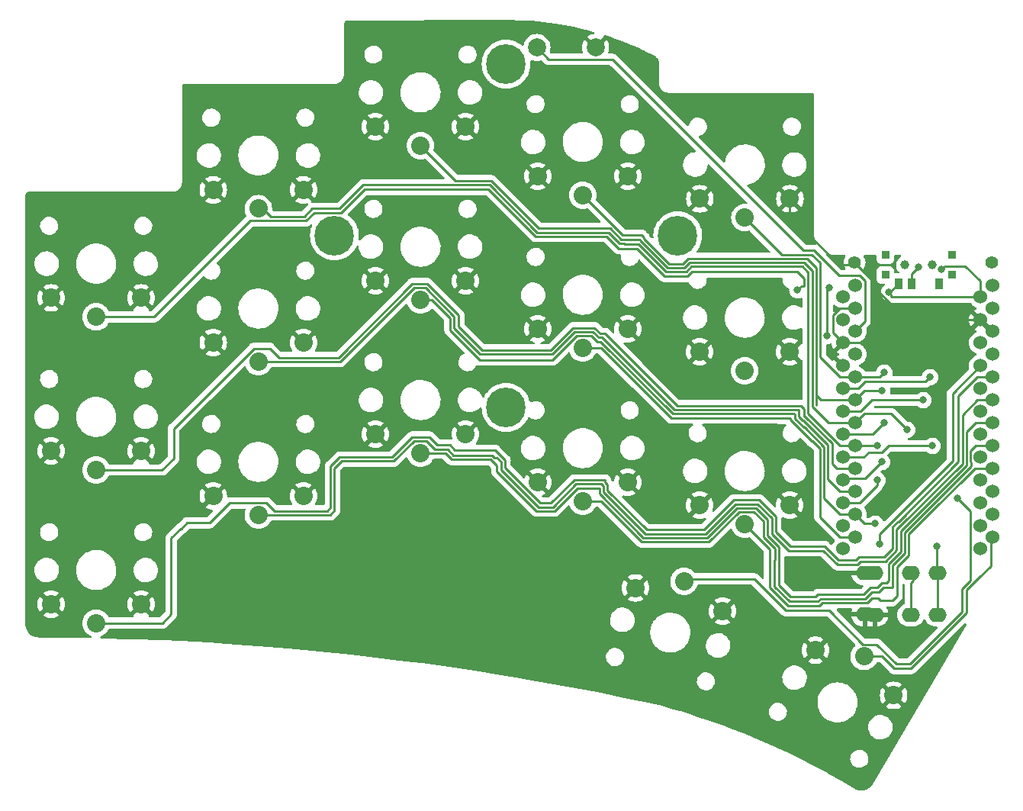
<source format=gbr>
%TF.GenerationSoftware,KiCad,Pcbnew,(6.0.1)*%
%TF.CreationDate,2022-01-25T22:41:55+01:00*%
%TF.ProjectId,half-swept,68616c66-2d73-4776-9570-742e6b696361,rev?*%
%TF.SameCoordinates,Original*%
%TF.FileFunction,Copper,L1,Top*%
%TF.FilePolarity,Positive*%
%FSLAX46Y46*%
G04 Gerber Fmt 4.6, Leading zero omitted, Abs format (unit mm)*
G04 Created by KiCad (PCBNEW (6.0.1)) date 2022-01-25 22:41:55*
%MOMM*%
%LPD*%
G01*
G04 APERTURE LIST*
%TA.AperFunction,ComponentPad*%
%ADD10C,1.397000*%
%TD*%
%TA.AperFunction,ComponentPad*%
%ADD11O,2.000000X1.600000*%
%TD*%
%TA.AperFunction,ComponentPad*%
%ADD12C,2.000000*%
%TD*%
%TA.AperFunction,ComponentPad*%
%ADD13C,2.032000*%
%TD*%
%TA.AperFunction,ComponentPad*%
%ADD14C,1.524000*%
%TD*%
%TA.AperFunction,ComponentPad*%
%ADD15C,4.400000*%
%TD*%
%TA.AperFunction,SMDPad,CuDef*%
%ADD16R,0.900000X0.900000*%
%TD*%
%TA.AperFunction,SMDPad,CuDef*%
%ADD17R,0.900000X1.250000*%
%TD*%
%TA.AperFunction,WasherPad*%
%ADD18C,1.000000*%
%TD*%
%TA.AperFunction,ViaPad*%
%ADD19C,0.800000*%
%TD*%
%TA.AperFunction,Conductor*%
%ADD20C,0.250000*%
%TD*%
G04 APERTURE END LIST*
D10*
%TO.P,B+,1*%
%TO.N,BT+_r*%
X126492000Y-45974000D03*
%TD*%
%TO.P,B-,1*%
%TO.N,gnd*%
X111252000Y-45974000D03*
%TD*%
D11*
%TO.P,J2,R1*%
%TO.N,Switch18*%
X117498000Y-85050000D03*
X117478000Y-80420000D03*
%TO.P,J2,R2*%
%TO.N,vcc*%
X120498000Y-85050000D03*
X120478000Y-80420000D03*
%TO.P,J2,S*%
%TO.N,gnd*%
X112398000Y-80450000D03*
X112378000Y-85020000D03*
%TO.P,J2,T*%
X113478000Y-80420000D03*
X113498000Y-85050000D03*
%TD*%
D12*
%TO.P,RSW1,1*%
%TO.N,gnd*%
X82498000Y-22098000D03*
%TO.P,RSW1,2*%
%TO.N,reset*%
X75998000Y-22098000D03*
%TD*%
D13*
%TO.P,SW2,1*%
%TO.N,Switch1*%
X27080000Y-51980000D03*
%TO.P,SW2,2*%
%TO.N,gnd*%
X22080000Y-49880000D03*
X32080000Y-49880000D03*
%TD*%
%TO.P,SW3,1*%
%TO.N,Switch2*%
X45080000Y-39980000D03*
%TO.P,SW3,2*%
%TO.N,gnd*%
X50080000Y-37880000D03*
X40080000Y-37880000D03*
%TD*%
%TO.P,SW4,1*%
%TO.N,Switch3*%
X63080000Y-32980000D03*
%TO.P,SW4,2*%
%TO.N,gnd*%
X58080000Y-30880000D03*
X68080000Y-30880000D03*
%TD*%
%TO.P,SW5,1*%
%TO.N,Switch4*%
X81080000Y-38480000D03*
%TO.P,SW5,2*%
%TO.N,gnd*%
X86080000Y-36380000D03*
X76080000Y-36380000D03*
%TD*%
%TO.P,SW6,1*%
%TO.N,Switch5*%
X99080000Y-40980000D03*
%TO.P,SW6,2*%
%TO.N,gnd*%
X94080000Y-38880000D03*
X104080000Y-38880000D03*
%TD*%
%TO.P,SW8,1*%
%TO.N,Switch6*%
X27080000Y-68980000D03*
%TO.P,SW8,2*%
%TO.N,gnd*%
X22080000Y-66880000D03*
X32080000Y-66880000D03*
%TD*%
%TO.P,SW9,1*%
%TO.N,Switch7*%
X45080000Y-56954000D03*
%TO.P,SW9,2*%
%TO.N,gnd*%
X40080000Y-54854000D03*
X50080000Y-54854000D03*
%TD*%
%TO.P,SW10,1*%
%TO.N,Switch8*%
X63080000Y-50096000D03*
%TO.P,SW10,2*%
%TO.N,gnd*%
X58080000Y-47996000D03*
X68080000Y-47996000D03*
%TD*%
%TO.P,SW11,1*%
%TO.N,Switch9*%
X81080000Y-55430000D03*
%TO.P,SW11,2*%
%TO.N,gnd*%
X86080000Y-53330000D03*
X76080000Y-53330000D03*
%TD*%
%TO.P,SW12,1*%
%TO.N,Switch10*%
X99060000Y-57970000D03*
%TO.P,SW12,2*%
%TO.N,gnd*%
X104060000Y-55870000D03*
X94060000Y-55870000D03*
%TD*%
%TO.P,SW14,1*%
%TO.N,Switch11*%
X27080000Y-85980000D03*
%TO.P,SW14,2*%
%TO.N,gnd*%
X32080000Y-83880000D03*
X22080000Y-83880000D03*
%TD*%
%TO.P,SW15,1*%
%TO.N,Switch12*%
X45080000Y-73972000D03*
%TO.P,SW15,2*%
%TO.N,gnd*%
X40080000Y-71872000D03*
X50080000Y-71872000D03*
%TD*%
%TO.P,SW16,1*%
%TO.N,Switch13*%
X63080000Y-67114000D03*
%TO.P,SW16,2*%
%TO.N,gnd*%
X58080000Y-65014000D03*
X68080000Y-65014000D03*
%TD*%
%TO.P,SW17,1*%
%TO.N,Switch14*%
X81080000Y-72448000D03*
%TO.P,SW17,2*%
%TO.N,gnd*%
X76080000Y-70348000D03*
X86080000Y-70348000D03*
%TD*%
%TO.P,SW18,1*%
%TO.N,Switch15*%
X99060000Y-74988000D03*
%TO.P,SW18,2*%
%TO.N,gnd*%
X104060000Y-72888000D03*
X94060000Y-72888000D03*
%TD*%
%TO.P,SW20,1*%
%TO.N,Switch17*%
X112306000Y-89670450D03*
%TO.P,SW20,2*%
%TO.N,gnd*%
X115586127Y-93989103D03*
X106925873Y-88989103D03*
%TD*%
%TO.P,SW21,1*%
%TO.N,Switch16*%
X92323032Y-81331038D03*
%TO.P,SW21,2*%
%TO.N,gnd*%
X96609142Y-84653577D03*
X86949883Y-82065387D03*
%TD*%
D14*
%TO.P,U1,1*%
%TO.N,Switch10*%
X109982000Y-49784000D03*
X126528400Y-48514000D03*
%TO.P,U1,2*%
%TO.N,Switch18*%
X126528400Y-51054000D03*
X109982000Y-52324000D03*
%TO.P,U1,3*%
%TO.N,gnd*%
X126528400Y-53594000D03*
X109982000Y-54864000D03*
%TO.P,U1,4*%
X109982000Y-57404000D03*
X126528400Y-56134000D03*
%TO.P,U1,5*%
%TO.N,Switch11*%
X109982000Y-59944000D03*
X126528400Y-58674000D03*
%TO.P,U1,6*%
%TO.N,Switch12*%
X126528400Y-61214000D03*
X109982000Y-62484000D03*
%TO.P,U1,7*%
%TO.N,Switch13*%
X109982000Y-65024000D03*
X126528400Y-63754000D03*
%TO.P,U1,8*%
%TO.N,Switch14*%
X126528400Y-66294000D03*
X109982000Y-67564000D03*
%TO.P,U1,9*%
%TO.N,Switch15*%
X126528400Y-68834000D03*
X109982000Y-70104000D03*
%TO.P,U1,10*%
%TO.N,Switch1*%
X109982000Y-72644000D03*
X126528400Y-71374000D03*
%TO.P,U1,11*%
%TO.N,Switch16*%
X126528400Y-73914000D03*
X109982000Y-75184000D03*
%TO.P,U1,12*%
%TO.N,Switch17*%
X109982000Y-77724000D03*
X126528400Y-76454000D03*
%TO.P,U1,13*%
%TO.N,Switch9*%
X125222000Y-77724000D03*
X111308400Y-76454000D03*
%TO.P,U1,14*%
%TO.N,Switch8*%
X111308400Y-73914000D03*
X125222000Y-75184000D03*
%TO.P,U1,15*%
%TO.N,Switch7*%
X111308400Y-71374000D03*
X125222000Y-72644000D03*
%TO.P,U1,16*%
%TO.N,Switch6*%
X111308400Y-68834000D03*
X125222000Y-70104000D03*
%TO.P,U1,17*%
%TO.N,Switch2*%
X111308400Y-66294000D03*
X125222000Y-67564000D03*
%TO.P,U1,18*%
%TO.N,Switch3*%
X111308400Y-63754000D03*
X125222000Y-65024000D03*
%TO.P,U1,19*%
%TO.N,Switch4*%
X125222000Y-62484000D03*
X111308400Y-61214000D03*
%TO.P,U1,20*%
%TO.N,Switch5*%
X125222000Y-59944000D03*
X111308400Y-58674000D03*
%TO.P,U1,21*%
%TO.N,vcc*%
X125222000Y-57404000D03*
X111308400Y-56134000D03*
%TO.P,U1,22*%
%TO.N,reset*%
X125222000Y-54864000D03*
X111308400Y-53594000D03*
%TO.P,U1,23*%
%TO.N,gnd*%
X111308400Y-51054000D03*
X125222000Y-52324000D03*
%TO.P,U1,24*%
%TO.N,raw*%
X111308400Y-48514000D03*
X125222000Y-49784000D03*
%TD*%
D15*
%TO.P,REF\u002A\u002A,1*%
%TO.N,N/C*%
X53530000Y-42980000D03*
X72580000Y-23930000D03*
X72580000Y-62030000D03*
X91630000Y-42980000D03*
%TD*%
D16*
%TO.P,SW2,0*%
%TO.N,N/C*%
X122064000Y-47328000D03*
X114664000Y-47328000D03*
X122064000Y-45128000D03*
X114664000Y-45128000D03*
D17*
%TO.P,SW2,1*%
X120614000Y-48303000D03*
%TO.P,SW2,2*%
%TO.N,BT+_r*%
X117614000Y-48303000D03*
%TO.P,SW2,3*%
%TO.N,raw*%
X116114000Y-48303000D03*
%TD*%
D18*
%TO.P,POWER SW,*%
%TO.N,*%
X119864000Y-46228000D03*
X116864000Y-46228000D03*
%TD*%
D19*
%TO.N,vcc*%
X120396000Y-77470000D03*
X114046000Y-77216000D03*
%TO.N,Switch1*%
X104902000Y-49022000D03*
X113792000Y-70104000D03*
X108204000Y-54102000D03*
X108458000Y-48768000D03*
%TO.N,Switch2*%
X113792000Y-66294000D03*
%TO.N,Switch3*%
X117094000Y-64516000D03*
%TO.N,Switch4*%
X114300000Y-60198000D03*
%TO.N,Switch5*%
X114554000Y-58166000D03*
%TO.N,Switch8*%
X113538000Y-74930000D03*
%TO.N,Switch11*%
X119634000Y-58674000D03*
%TO.N,Switch12*%
X118872000Y-61214000D03*
%TO.N,Switch13*%
X114554000Y-63754000D03*
%TO.N,Switch14*%
X119888000Y-66294000D03*
%TO.N,Switch15*%
X114300000Y-68072000D03*
%TO.N,Switch16*%
X122682000Y-72136000D03*
%TO.N,raw*%
X115062000Y-49276000D03*
X120904000Y-46736000D03*
%TO.N,BT+_r*%
X118364000Y-46482000D03*
%TD*%
D20*
%TO.N,gnd*%
X114046000Y-48768000D02*
X114046000Y-49333002D01*
X112428000Y-80220000D02*
X112398000Y-80250000D01*
X111252000Y-45974000D02*
X114046000Y-48768000D01*
X114496998Y-54864000D02*
X109982000Y-54864000D01*
X108894999Y-51802239D02*
X108894999Y-53776999D01*
X117036998Y-52324000D02*
X114496998Y-54864000D01*
X114046000Y-49333002D02*
X117036998Y-52324000D01*
X125258400Y-52324000D02*
X126528400Y-53594000D01*
X104080000Y-40805220D02*
X109502780Y-46228000D01*
X117036998Y-52324000D02*
X125222000Y-52324000D01*
X111308400Y-51054000D02*
X109643238Y-51054000D01*
X108894999Y-53776999D02*
X109982000Y-54864000D01*
X125222000Y-52324000D02*
X125258400Y-52324000D01*
X109643238Y-51054000D02*
X108894999Y-51802239D01*
X104080000Y-38880000D02*
X104080000Y-40805220D01*
X109502780Y-46228000D02*
X110998000Y-46228000D01*
X110998000Y-46228000D02*
X111252000Y-45974000D01*
%TO.N,vcc*%
X114046000Y-77216000D02*
X114046000Y-77216000D01*
X120396000Y-77470000D02*
X120396000Y-80338000D01*
X114046000Y-76071590D02*
X114046000Y-76962000D01*
X120396000Y-80338000D02*
X120478000Y-80420000D01*
X122116010Y-68001580D02*
X114046000Y-76071590D01*
X122116010Y-60509990D02*
X122116010Y-68001580D01*
X114046000Y-76962000D02*
X114046000Y-77216000D01*
X125222000Y-57404000D02*
X122116010Y-60509990D01*
X120478000Y-80420000D02*
X120478000Y-85030000D01*
X120478000Y-85030000D02*
X120498000Y-85050000D01*
%TO.N,Switch18*%
X117498000Y-85050000D02*
X117498000Y-81512410D01*
X117730915Y-81279495D02*
X117730915Y-80420000D01*
X117498000Y-81512410D02*
X117730915Y-81279495D01*
%TO.N,reset*%
X112395401Y-47992239D02*
X111830161Y-47426999D01*
X112395401Y-52506999D02*
X112395401Y-47992239D01*
X109531409Y-47426999D02*
X106718772Y-44614362D01*
X106718772Y-44614362D02*
X105595900Y-44614362D01*
X105595900Y-44614362D02*
X84404539Y-23423001D01*
X125213400Y-54864000D02*
X125671007Y-54864000D01*
X111308400Y-53594000D02*
X112395401Y-52506999D01*
X84404539Y-23423001D02*
X77323001Y-23423001D01*
X111830161Y-47426999D02*
X109531409Y-47426999D01*
X77323001Y-23423001D02*
X75998000Y-22098000D01*
%TO.N,Switch1*%
X85082780Y-44392010D02*
X87064010Y-44392010D01*
X113792000Y-70104000D02*
X113792000Y-70669685D01*
X56865728Y-37846000D02*
X70609180Y-37846000D01*
X50372999Y-41321001D02*
X51263990Y-40430010D01*
X113792000Y-70669685D02*
X111817685Y-72644000D01*
X93218000Y-46990000D02*
X104902000Y-46990000D01*
X51263990Y-40430010D02*
X54281719Y-40430009D01*
X75827200Y-43064020D02*
X83754790Y-43064020D01*
X92710000Y-47498000D02*
X93218000Y-46990000D01*
X87064010Y-44392010D02*
X90170000Y-47498000D01*
X105641960Y-47729960D02*
X105641960Y-48536040D01*
X83754790Y-43064020D02*
X85082780Y-44392010D01*
X33519954Y-51980000D02*
X44178953Y-41321001D01*
X104902000Y-49022000D02*
X105387960Y-48536040D01*
X111817685Y-72644000D02*
X109982000Y-72644000D01*
X105387960Y-48536040D02*
X105641960Y-48536040D01*
X104902000Y-46990000D02*
X105641960Y-47729960D01*
X108204000Y-54102000D02*
X108204000Y-49022000D01*
X90170000Y-47498000D02*
X92710000Y-47498000D01*
X54281719Y-40430009D02*
X56865728Y-37846000D01*
X44178953Y-41321001D02*
X50372999Y-41321001D01*
X70609180Y-37846000D02*
X75827200Y-43064020D01*
X27080000Y-51980000D02*
X33519954Y-51980000D01*
X108204000Y-49022000D02*
X108458000Y-48768000D01*
%TO.N,Switch2*%
X56737318Y-37338000D02*
X70737590Y-37338000D01*
X76013600Y-42614010D02*
X83941190Y-42614010D01*
X54095317Y-39980001D02*
X56737318Y-37338000D01*
X85179590Y-43852410D02*
X85687590Y-43852410D01*
X50186599Y-40870991D02*
X51077591Y-39980001D01*
X105467991Y-46414401D02*
X106091970Y-47038380D01*
X45080000Y-39980000D02*
X45568000Y-39980000D01*
X109643238Y-66294000D02*
X111308400Y-66294000D01*
X85777180Y-43942000D02*
X87250411Y-43942001D01*
X113792000Y-66294000D02*
X111308400Y-66294000D01*
X70737590Y-37338000D02*
X76013600Y-42614010D01*
X46458991Y-40870991D02*
X50186599Y-40870991D01*
X83941190Y-42614010D02*
X85179590Y-43852410D01*
X92581590Y-46990000D02*
X93157189Y-46414401D01*
X85687590Y-43852410D02*
X85777180Y-43942000D01*
X51077591Y-39980001D02*
X54095317Y-39980001D01*
X45568000Y-39980000D02*
X46458991Y-40870991D01*
X106091970Y-47038380D02*
X106091970Y-62742732D01*
X106091970Y-62742732D02*
X109643238Y-66294000D01*
X90298410Y-46990000D02*
X92581590Y-46990000D01*
X87250411Y-43942001D02*
X90298410Y-46990000D01*
X93157189Y-46414401D02*
X105467991Y-46414401D01*
%TO.N,Switch3*%
X92970788Y-45964392D02*
X105654392Y-45964392D01*
X85339600Y-43376010D02*
X87433990Y-43376010D01*
X106541980Y-61352020D02*
X106541980Y-61945380D01*
X117094000Y-64516000D02*
X115316000Y-62738000D01*
X108350600Y-63754000D02*
X111308400Y-63754000D01*
X106541980Y-46851980D02*
X106541980Y-61352020D01*
X87433990Y-43489170D02*
X90484810Y-46539990D01*
X92395190Y-46539990D02*
X92970788Y-45964392D01*
X105654392Y-45964392D02*
X106541980Y-46851980D01*
X124938572Y-65024000D02*
X125213400Y-65024000D01*
X106541980Y-61945380D02*
X108350600Y-63754000D01*
X70923990Y-36887990D02*
X76200000Y-42164000D01*
X76200000Y-42164000D02*
X84127590Y-42164000D01*
X115316000Y-62738000D02*
X112324400Y-62738000D01*
X112324400Y-62738000D02*
X111308400Y-63754000D01*
X87433990Y-43376010D02*
X87433990Y-43489170D01*
X66987990Y-36887990D02*
X70923990Y-36887990D01*
X90484810Y-46539990D02*
X92395190Y-46539990D01*
X106541980Y-61352020D02*
X106541980Y-61572580D01*
X63080000Y-32980000D02*
X66987990Y-36887990D01*
X84127590Y-42164000D02*
X85339600Y-43376010D01*
%TO.N,Switch4*%
X106991990Y-61758980D02*
X106991990Y-58870010D01*
X106991990Y-58870010D02*
X106991990Y-59482590D01*
X87884000Y-43189610D02*
X87884000Y-43302770D01*
X85526000Y-42926000D02*
X87620391Y-42926001D01*
X81080000Y-38480000D02*
X85526000Y-42926000D01*
X107536970Y-61214000D02*
X106991990Y-60669020D01*
X92208790Y-46089980D02*
X92784388Y-45514382D01*
X105966382Y-45514382D02*
X106991990Y-46539990D01*
X87884000Y-43302770D02*
X90671210Y-46089980D01*
X112324400Y-60198000D02*
X111308400Y-61214000D01*
X90671210Y-46089980D02*
X92208790Y-46089980D01*
X87620391Y-42926001D02*
X87884000Y-43189610D01*
X114300000Y-60198000D02*
X112324400Y-60198000D01*
X106991990Y-46539990D02*
X106991990Y-58870010D01*
X106991990Y-60669020D02*
X106991990Y-61758980D01*
X92784388Y-45514382D02*
X105966382Y-45514382D01*
X111308400Y-61214000D02*
X107536970Y-61214000D01*
%TO.N,Switch5*%
X111308400Y-58674000D02*
X109643238Y-58674000D01*
X99080000Y-40980000D02*
X103164372Y-45064372D01*
X107442000Y-45974000D02*
X107442000Y-56388000D01*
X114046000Y-58674000D02*
X114554000Y-58166000D01*
X109643238Y-58674000D02*
X107442000Y-56472762D01*
X103164372Y-45064372D02*
X106532372Y-45064372D01*
X111308400Y-58674000D02*
X114046000Y-58674000D01*
X106532372Y-45064372D02*
X107442000Y-45974000D01*
X107442000Y-56472762D02*
X107442000Y-56388000D01*
%TO.N,Switch6*%
X83035389Y-53822569D02*
X83540569Y-53822569D01*
X63822082Y-48304990D02*
X67321546Y-51804454D01*
X105641960Y-62207960D02*
X105641960Y-63014040D01*
X53962918Y-56503990D02*
X62161919Y-48304989D01*
X108740620Y-66027792D02*
X108740620Y-68297380D01*
X44563659Y-55485659D02*
X46341659Y-55485659D01*
X35673659Y-64375659D02*
X44563659Y-55485659D01*
X35673659Y-67704341D02*
X35673659Y-64375659D01*
X67321546Y-51804454D02*
X67321546Y-53097546D01*
X47359990Y-56503990D02*
X53962918Y-56503990D01*
X105271981Y-61837981D02*
X105641960Y-62207960D01*
X109277240Y-68834000D02*
X111308400Y-68834000D01*
X83540569Y-53822569D02*
X91555981Y-61837981D01*
X91555981Y-61837981D02*
X105271981Y-61837981D01*
X62161919Y-48304989D02*
X63822082Y-48304990D01*
X27080000Y-68980000D02*
X34398000Y-68980000D01*
X80009520Y-53188980D02*
X82401800Y-53188980D01*
X67321546Y-53097546D02*
X69907990Y-55683990D01*
X108740620Y-68297380D02*
X109277240Y-68834000D01*
X105726868Y-63014040D02*
X108740620Y-66027792D01*
X34398000Y-68980000D02*
X35673659Y-67704341D01*
X69907990Y-55683990D02*
X77514508Y-55683990D01*
X77514508Y-55683990D02*
X80009520Y-53188980D01*
X46341659Y-55485659D02*
X47359990Y-56503990D01*
X82401800Y-53188980D02*
X83035389Y-53822569D01*
X105641960Y-63014040D02*
X105726868Y-63014040D01*
%TO.N,Switch7*%
X108290610Y-66214192D02*
X105576418Y-63500000D01*
X62348319Y-48754999D02*
X54149318Y-56954000D01*
X108290610Y-70021372D02*
X108290610Y-66214192D01*
X63635681Y-48754999D02*
X62348319Y-48754999D01*
X69666410Y-56134000D02*
X66802000Y-53269590D01*
X105491510Y-63500000D02*
X105085581Y-63094071D01*
X77700908Y-56134000D02*
X69666410Y-56134000D01*
X105576418Y-63500000D02*
X105491510Y-63500000D01*
X66802000Y-51921318D02*
X63635681Y-48754999D01*
X105085581Y-62287991D02*
X91246810Y-62287990D01*
X124899495Y-72957905D02*
X125213400Y-72644000D01*
X111308400Y-71374000D02*
X109643238Y-71374000D01*
X80195919Y-53638989D02*
X77700908Y-56134000D01*
X105085581Y-63094071D02*
X105085581Y-62287991D01*
X83231399Y-54272579D02*
X82848989Y-54272579D01*
X109643238Y-71374000D02*
X108290610Y-70021372D01*
X82215399Y-53638989D02*
X80195919Y-53638989D01*
X66802000Y-53269590D02*
X66802000Y-51921318D01*
X91246810Y-62287990D02*
X83231399Y-54272579D01*
X54149318Y-56954000D02*
X45080000Y-56954000D01*
X82848989Y-54272579D02*
X82215399Y-53638989D01*
%TO.N,Switch8*%
X112324400Y-74930000D02*
X111308400Y-73914000D01*
X80382319Y-54088999D02*
X82028999Y-54088999D01*
X83044999Y-54722589D02*
X82662589Y-54722589D01*
X62992000Y-50096000D02*
X64340272Y-50096000D01*
X104635572Y-63280472D02*
X105617100Y-64262000D01*
X66351990Y-52107718D02*
X66351990Y-53455990D01*
X104635572Y-62856802D02*
X104635572Y-63280472D01*
X66351990Y-53455990D02*
X69667001Y-56771001D01*
X77700317Y-56771001D02*
X80382319Y-54088999D01*
X107840600Y-66400592D02*
X107840600Y-72111362D01*
X64340272Y-50096000D02*
X66351990Y-52107718D01*
X91060410Y-62738000D02*
X104516770Y-62738000D01*
X69667001Y-56771001D02*
X77700317Y-56771001D01*
X82662589Y-54722589D02*
X82028999Y-54088999D01*
X104516770Y-62738000D02*
X104635572Y-62856802D01*
X105702008Y-64262000D02*
X107840600Y-66400592D01*
X83044999Y-54722589D02*
X91060410Y-62738000D01*
X107840600Y-72111362D02*
X109643238Y-73914000D01*
X109643238Y-73914000D02*
X111308400Y-73914000D01*
X105617100Y-64262000D02*
X105702008Y-64262000D01*
X113538000Y-74930000D02*
X112324400Y-74930000D01*
%TO.N,Switch9*%
X83116000Y-55430000D02*
X90874010Y-63188010D01*
X92523600Y-63188010D02*
X93021990Y-63188010D01*
X104140000Y-63246000D02*
X104140000Y-63421310D01*
X102812010Y-63188010D02*
X102870000Y-63246000D01*
X102870000Y-63246000D02*
X104140000Y-63246000D01*
X90874010Y-63188010D02*
X93021990Y-63188010D01*
X104140000Y-63421310D02*
X106504690Y-65786000D01*
X81026000Y-55430000D02*
X82462840Y-55430000D01*
X107390590Y-66586992D02*
X107390590Y-74201352D01*
X81080000Y-55430000D02*
X83116000Y-55430000D01*
X106504690Y-65786000D02*
X106589598Y-65786000D01*
X106589598Y-65786000D02*
X107390590Y-66586992D01*
X109643238Y-76454000D02*
X111308400Y-76454000D01*
X93021990Y-63188010D02*
X102812010Y-63188010D01*
X107390590Y-74201352D02*
X109643238Y-76454000D01*
%TO.N,Switch11*%
X119634000Y-58674000D02*
X119634000Y-58674000D01*
X122784970Y-60772268D02*
X124544619Y-59012619D01*
X64052989Y-65322989D02*
X64943978Y-66213978D01*
X36477580Y-75479260D02*
X36534740Y-75479260D01*
X102500020Y-74148788D02*
X102500020Y-75830020D01*
X54113546Y-67552454D02*
X59932454Y-67552454D01*
X66802000Y-66799180D02*
X71371180Y-66799180D01*
X119380000Y-58674000D02*
X119634000Y-58674000D01*
X46851990Y-73521990D02*
X52716010Y-73521990D01*
X88189200Y-75611970D02*
X94542120Y-75611970D01*
X83588027Y-70355191D02*
X83842028Y-70609192D01*
X72458659Y-68765341D02*
X76337318Y-72644000D01*
X114494600Y-78670990D02*
X115480865Y-77684725D01*
X66374022Y-66223594D02*
X66802000Y-66651572D01*
X124883238Y-58674000D02*
X126528400Y-58674000D01*
X122784970Y-68083200D02*
X122784970Y-60772268D01*
X124544619Y-59012619D02*
X124883238Y-58674000D01*
X77572498Y-72644000D02*
X80134526Y-70081972D01*
X115480865Y-75273135D02*
X116032717Y-74721283D01*
X72458659Y-67886659D02*
X72458659Y-68765341D01*
X46495001Y-73165001D02*
X46851990Y-73521990D01*
X111647162Y-59944000D02*
X112409162Y-59182000D01*
X66802000Y-66651572D02*
X66802000Y-66799180D01*
X37182420Y-74831580D02*
X39665260Y-74831580D01*
X102500020Y-75830020D02*
X104140000Y-77470000D01*
X64943978Y-66213978D02*
X66374022Y-66213978D01*
X62161919Y-65322989D02*
X64052989Y-65322989D01*
X36534740Y-75479260D02*
X37182420Y-74831580D01*
X59932454Y-67552454D02*
X62161919Y-65322989D01*
X97857118Y-72296972D02*
X100648204Y-72296972D01*
X83588027Y-70081973D02*
X83588027Y-70355191D01*
X109982000Y-59944000D02*
X111647162Y-59944000D01*
X45987001Y-72630999D02*
X46495001Y-73138999D01*
X52716010Y-73521990D02*
X53081195Y-73156805D01*
X109474000Y-78994000D02*
X111426586Y-78994000D01*
X94542120Y-75611970D02*
X97857118Y-72296972D01*
X35404420Y-76552420D02*
X36477580Y-75479260D01*
X35404420Y-84991580D02*
X35404420Y-76552420D01*
X34416000Y-85980000D02*
X35404420Y-84991580D01*
X53081195Y-73156805D02*
X53081195Y-68584805D01*
X83842028Y-71264798D02*
X88189200Y-75611970D01*
X124375238Y-59182000D02*
X124544619Y-59012619D01*
X112409162Y-59182000D02*
X119126000Y-59182000D01*
X41865841Y-72630999D02*
X45987001Y-72630999D01*
X66374022Y-66213978D02*
X66374022Y-66223594D01*
X46495001Y-73138999D02*
X46495001Y-73165001D01*
X116032717Y-74721283D02*
X116146887Y-74721283D01*
X76337318Y-72644000D02*
X77572498Y-72644000D01*
X107950000Y-77470000D02*
X109474000Y-78994000D01*
X39665260Y-74831580D02*
X41865841Y-72630999D01*
X111749596Y-78670990D02*
X114494600Y-78670990D01*
X53081195Y-68584805D02*
X54113546Y-67552454D01*
X116146887Y-74721283D02*
X122784970Y-68083200D01*
X115480865Y-77684725D02*
X115480865Y-75273135D01*
X119126000Y-59182000D02*
X119634000Y-58674000D01*
X27080000Y-85980000D02*
X34416000Y-85980000D01*
X100648204Y-72296972D02*
X102500020Y-74148788D01*
X111426586Y-78994000D02*
X111749596Y-78670990D01*
X80134526Y-70081972D02*
X83588027Y-70081973D01*
X71371180Y-66799180D02*
X72458659Y-67886659D01*
X83842028Y-70609192D02*
X83842028Y-71264798D01*
X104140000Y-77470000D02*
X107950000Y-77470000D01*
%TO.N,Switch12*%
X72008649Y-68951741D02*
X76150918Y-73094010D01*
X124883238Y-61214000D02*
X123234980Y-62862258D01*
X83138018Y-70541592D02*
X83392018Y-70795592D01*
X111935996Y-79121000D02*
X111567703Y-79489293D01*
X114681000Y-79121000D02*
X111935996Y-79121000D01*
X83392018Y-70795592D02*
X83392018Y-71451198D01*
X71052400Y-67367990D02*
X71312615Y-67628205D01*
X77758898Y-73094010D02*
X80320926Y-70531982D01*
X66178009Y-66811599D02*
X66734400Y-67367990D01*
X83138018Y-70531982D02*
X83138018Y-70541592D01*
X94728520Y-76061980D02*
X91832020Y-76061980D01*
X123234980Y-68269600D02*
X116333287Y-75171293D01*
X116314067Y-75171293D02*
X115930875Y-75554485D01*
X71312615Y-67628205D02*
X71563795Y-67628205D01*
X100461803Y-72746981D02*
X98043520Y-72746980D01*
X45080000Y-73972000D02*
X53028000Y-73972000D01*
X62348319Y-65772999D02*
X63767001Y-65772999D01*
X53028000Y-73972000D02*
X53531205Y-73468795D01*
X64631990Y-66663990D02*
X66178009Y-66663991D01*
X126528400Y-61214000D02*
X124883238Y-61214000D01*
X91832020Y-76061980D02*
X91301980Y-76061980D01*
X115930875Y-77871125D02*
X114681000Y-79121000D01*
X123234980Y-62862258D02*
X123234980Y-68269600D01*
X71563795Y-67628205D02*
X72008649Y-68073059D01*
X111567703Y-79489293D02*
X109332883Y-79489293D01*
X88002800Y-76061980D02*
X91832020Y-76061980D01*
X83392018Y-71451198D02*
X88002800Y-76061980D01*
X80320926Y-70531982D02*
X83138018Y-70531982D01*
X54299946Y-68002464D02*
X60118854Y-68002464D01*
X102050010Y-74335188D02*
X100461803Y-72746981D01*
X98043520Y-72746980D02*
X94728520Y-76061980D01*
X72008649Y-68073059D02*
X72008649Y-68951741D01*
X66178009Y-66663991D02*
X66178009Y-66811599D01*
X103922615Y-77941385D02*
X102050010Y-76068780D01*
X60118854Y-68002464D02*
X62348319Y-65772999D01*
X53531205Y-68771205D02*
X54299946Y-68002464D01*
X111941990Y-62484000D02*
X113211990Y-61214000D01*
X109982000Y-62484000D02*
X111941990Y-62484000D01*
X116333287Y-75171293D02*
X116314067Y-75171293D01*
X115930875Y-75554485D02*
X115930875Y-77871125D01*
X107784975Y-77941385D02*
X103922615Y-77941385D01*
X118872000Y-61214000D02*
X113211990Y-61214000D01*
X109332883Y-79489293D02*
X107784975Y-77941385D01*
X63767001Y-65799001D02*
X64631990Y-66663990D01*
X66734400Y-67367990D02*
X71052400Y-67367990D01*
X76150918Y-73094010D02*
X77758898Y-73094010D01*
X102050010Y-76068780D02*
X102050010Y-74335188D01*
X53531205Y-73468795D02*
X53531205Y-68771205D01*
X63767001Y-65772999D02*
X63767001Y-65799001D01*
%TO.N,Switch13*%
X82942008Y-70981992D02*
X82942008Y-71637598D01*
X116400105Y-75740885D02*
X123684990Y-68456000D01*
X107190820Y-82801180D02*
X112268000Y-82801180D01*
X114277960Y-81534000D02*
X114808000Y-81534000D01*
X113284000Y-65024000D02*
X114554000Y-63754000D01*
X116380884Y-78057526D02*
X116380885Y-75740885D01*
X87816400Y-76511990D02*
X94914918Y-76511990D01*
X63080000Y-67114000D02*
X65844000Y-67114000D01*
X123684990Y-68456000D02*
X123684990Y-64783010D01*
X102812010Y-79305990D02*
X102812010Y-81727190D01*
X109982000Y-65024000D02*
X113284000Y-65024000D01*
X102812010Y-81727190D02*
X104142820Y-83058000D01*
X112268000Y-82801180D02*
X113033395Y-82035785D01*
X100275402Y-73196990D02*
X101600000Y-74521588D01*
X102847215Y-79270785D02*
X102812010Y-79305990D01*
X71558640Y-69138142D02*
X75964518Y-73544020D01*
X116380885Y-75740885D02*
X116400105Y-75740885D01*
X70866000Y-67818000D02*
X71558639Y-68510639D01*
X66548000Y-67818000D02*
X70866000Y-67818000D01*
X123684990Y-64783010D02*
X124714000Y-63754000D01*
X80507326Y-70981992D02*
X82942008Y-70981992D01*
X115055210Y-81286790D02*
X115055210Y-79383200D01*
X82942008Y-71637598D02*
X87816400Y-76511990D01*
X77945298Y-73544020D02*
X80507326Y-70981992D01*
X101600000Y-76255180D02*
X102847215Y-77502395D01*
X101600000Y-74521588D02*
X101600000Y-76255180D01*
X114808000Y-81534000D02*
X115055210Y-81286790D01*
X115055210Y-79383200D02*
X116380884Y-78057526D01*
X113033395Y-82035785D02*
X113776175Y-82035785D01*
X113776175Y-82035785D02*
X114277960Y-81534000D01*
X98229919Y-73196989D02*
X100275402Y-73196990D01*
X94914918Y-76511990D02*
X98229919Y-73196989D01*
X75964518Y-73544020D02*
X77945298Y-73544020D01*
X71558639Y-68510639D02*
X71558640Y-69138142D01*
X104142820Y-83058000D02*
X106934000Y-83058000D01*
X102847215Y-77502395D02*
X102847215Y-79270785D01*
X106934000Y-83058000D02*
X107190820Y-82801180D01*
X65844000Y-67114000D02*
X66548000Y-67818000D01*
X124714000Y-63754000D02*
X126528400Y-63754000D01*
%TO.N,Switch14*%
X112454400Y-83251190D02*
X107502810Y-83251190D01*
X124201700Y-68575700D02*
X124201700Y-68152462D01*
X98416319Y-73646999D02*
X95101318Y-76962000D01*
X100089001Y-73646999D02*
X98416319Y-73646999D01*
X115505220Y-79569600D02*
X115505220Y-82024999D01*
X104014410Y-83566000D02*
X102362000Y-81913590D01*
X115004998Y-66294000D02*
X119888000Y-66294000D01*
X113962575Y-82485795D02*
X113219795Y-82485795D01*
X113219795Y-82485795D02*
X112454400Y-83251190D01*
X83116000Y-72448000D02*
X87630000Y-76962000D01*
X91186000Y-76962000D02*
X90794002Y-76962000D01*
X116830893Y-78243927D02*
X115505220Y-79569600D01*
X124201700Y-68152462D02*
X124134999Y-68085761D01*
X114423371Y-82024999D02*
X113962575Y-82485795D01*
X124134999Y-68085761D02*
X124134999Y-66873001D01*
X102362000Y-78994000D02*
X102397205Y-78958795D01*
X81080000Y-72448000D02*
X83116000Y-72448000D01*
X116830893Y-77987107D02*
X116830895Y-77987105D01*
X114279997Y-67019001D02*
X115004998Y-66294000D01*
X102362000Y-81913590D02*
X102362000Y-78994000D01*
X116830895Y-75946505D02*
X116830895Y-77987105D01*
X112812999Y-67019001D02*
X114279997Y-67019001D01*
X115505220Y-82024999D02*
X114423371Y-82024999D01*
X107502810Y-83251190D02*
X107188000Y-83566000D01*
X101127205Y-74685203D02*
X100089001Y-73646999D01*
X116830893Y-78243927D02*
X116830893Y-77987107D01*
X87630000Y-76962000D02*
X91186000Y-76962000D01*
X116830895Y-75946505D02*
X116830893Y-78243927D01*
X102397205Y-78958795D02*
X102397205Y-77688795D01*
X124201700Y-68575700D02*
X116830895Y-75946505D01*
X124134999Y-66873001D02*
X124714000Y-66294000D01*
X101127205Y-76418795D02*
X101127205Y-74685203D01*
X112268000Y-67564000D02*
X112812999Y-67019001D01*
X102397205Y-77688795D02*
X101127205Y-76418795D01*
X107188000Y-83566000D02*
X104014410Y-83566000D01*
X95101318Y-76962000D02*
X91186000Y-76962000D01*
X109982000Y-67564000D02*
X112268000Y-67564000D01*
X124714000Y-66294000D02*
X126528400Y-66294000D01*
%TO.N,Switch15*%
X120328905Y-73084905D02*
X120455905Y-72957905D01*
X112450999Y-69921001D02*
X110164999Y-69921001D01*
X114136999Y-83475001D02*
X113846998Y-83185000D01*
X115955230Y-82965772D02*
X115446001Y-83475001D01*
X110164999Y-69921001D02*
X109982000Y-70104000D01*
X117280905Y-78299095D02*
X117280902Y-78430328D01*
X115955230Y-79756000D02*
X115955230Y-82965772D01*
X123309810Y-70104000D02*
X124579810Y-68834000D01*
X113157000Y-83185000D02*
X112640801Y-83701199D01*
X117280905Y-76132905D02*
X117280905Y-78299095D01*
X113846998Y-83185000D02*
X113157000Y-83185000D01*
X101825000Y-82013000D02*
X101825000Y-77753000D01*
X103886000Y-84074000D02*
X101825000Y-82013000D01*
X117280902Y-78430328D02*
X115955230Y-79756000D01*
X107689211Y-83701199D02*
X107316410Y-84074000D01*
X107316410Y-84074000D02*
X103886000Y-84074000D01*
X114300000Y-68072000D02*
X112450999Y-69921001D01*
X123309810Y-70104000D02*
X120328905Y-73084905D01*
X120328905Y-73084905D02*
X117280905Y-76132905D01*
X101825000Y-77753000D02*
X99060000Y-74988000D01*
X115446001Y-83475001D02*
X114136999Y-83475001D01*
X112640801Y-83701199D02*
X107689211Y-83701199D01*
X124579810Y-68834000D02*
X126528400Y-68834000D01*
%TO.N,Switch16*%
X117410795Y-90486795D02*
X123190000Y-84707590D01*
X123190000Y-82167590D02*
X124014795Y-81342795D01*
X124134999Y-73588999D02*
X124134999Y-81222591D01*
X115886795Y-90486795D02*
X117410795Y-90486795D01*
X103632000Y-84582000D02*
X108458000Y-84582000D01*
X122682000Y-72136000D02*
X124134999Y-73588999D01*
X100131038Y-81081038D02*
X103632000Y-84582000D01*
X108458000Y-84582000D02*
X112205449Y-88329449D01*
X112205449Y-88329449D02*
X113729449Y-88329449D01*
X124014795Y-81342795D02*
X124126399Y-81231191D01*
X92577032Y-81081038D02*
X100131038Y-81081038D01*
X113729449Y-88329449D02*
X115886795Y-90486795D01*
X123190000Y-84707590D02*
X123190000Y-82167590D01*
X124134999Y-81222591D02*
X124014795Y-81342795D01*
%TO.N,Switch17*%
X112560000Y-89670450D02*
X112560000Y-89700000D01*
X115649451Y-91011451D02*
X115744549Y-91011451D01*
X124968000Y-81026000D02*
X125213400Y-80780600D01*
X126374195Y-79619805D02*
X124968000Y-81026000D01*
X123698000Y-84836000D02*
X123698000Y-82296000D01*
X126528400Y-76454000D02*
X126374195Y-76608205D01*
X112560000Y-89670450D02*
X114308450Y-89670450D01*
X115744549Y-91011451D02*
X117522549Y-91011451D01*
X114308450Y-89670450D02*
X115649451Y-91011451D01*
X123698000Y-82296000D02*
X124968000Y-81026000D01*
X117522549Y-91011451D02*
X123698000Y-84836000D01*
X126374195Y-76608205D02*
X126374195Y-79619805D01*
%TO.N,raw*%
X115062000Y-49276000D02*
X115062000Y-49276000D01*
X115316000Y-49530000D02*
X115062000Y-49276000D01*
X121303999Y-46336001D02*
X123552001Y-46336001D01*
X115141000Y-49276000D02*
X116114000Y-48303000D01*
X120904000Y-46736000D02*
X121303999Y-46336001D01*
X115062000Y-49276000D02*
X115141000Y-49276000D01*
X123552001Y-46336001D02*
X125222000Y-48006000D01*
X115316000Y-49784000D02*
X115316000Y-49530000D01*
X125222000Y-48006000D02*
X125222000Y-49784000D01*
X115316000Y-49784000D02*
X125222000Y-49784000D01*
%TO.N,BT+_r*%
X117602000Y-47244000D02*
X117614000Y-47256000D01*
X117614000Y-47256000D02*
X117614000Y-48303000D01*
X118364000Y-46482000D02*
X117602000Y-47244000D01*
%TD*%
%TA.AperFunction,Conductor*%
%TO.N,gnd*%
G36*
X61568314Y-67553074D02*
G01*
X61625150Y-67595621D01*
X61640691Y-67622912D01*
X61715566Y-67803677D01*
X61717460Y-67808249D01*
X61842840Y-68012849D01*
X61846057Y-68016616D01*
X61846058Y-68016617D01*
X61939880Y-68126469D01*
X61998682Y-68195318D01*
X62015268Y-68209484D01*
X62125545Y-68303668D01*
X62181151Y-68351160D01*
X62385751Y-68476540D01*
X62390321Y-68478433D01*
X62390323Y-68478434D01*
X62602874Y-68566475D01*
X62607447Y-68568369D01*
X62689037Y-68587957D01*
X62835965Y-68623232D01*
X62835971Y-68623233D01*
X62840778Y-68624387D01*
X63080000Y-68643214D01*
X63319222Y-68624387D01*
X63324029Y-68623233D01*
X63324035Y-68623232D01*
X63470963Y-68587957D01*
X63552553Y-68568369D01*
X63557126Y-68566475D01*
X63769677Y-68478434D01*
X63769679Y-68478433D01*
X63774249Y-68476540D01*
X63978849Y-68351160D01*
X64034456Y-68303668D01*
X64144732Y-68209484D01*
X64161318Y-68195318D01*
X64220120Y-68126469D01*
X64313942Y-68016617D01*
X64313943Y-68016616D01*
X64317160Y-68012849D01*
X64442540Y-67808249D01*
X64444468Y-67809430D01*
X64486816Y-67764644D01*
X64550270Y-67747500D01*
X65529406Y-67747500D01*
X65597527Y-67767502D01*
X65618501Y-67784405D01*
X66044343Y-68210247D01*
X66051887Y-68218537D01*
X66056000Y-68225018D01*
X66061777Y-68230443D01*
X66105667Y-68271658D01*
X66108509Y-68274413D01*
X66128230Y-68294134D01*
X66131425Y-68296612D01*
X66140447Y-68304318D01*
X66172679Y-68334586D01*
X66179628Y-68338406D01*
X66190432Y-68344346D01*
X66206956Y-68355199D01*
X66222959Y-68367613D01*
X66263543Y-68385176D01*
X66274173Y-68390383D01*
X66312940Y-68411695D01*
X66320617Y-68413666D01*
X66320622Y-68413668D01*
X66332558Y-68416732D01*
X66351266Y-68423137D01*
X66369855Y-68431181D01*
X66377680Y-68432420D01*
X66377682Y-68432421D01*
X66413519Y-68438097D01*
X66425140Y-68440504D01*
X66460289Y-68449528D01*
X66467970Y-68451500D01*
X66488231Y-68451500D01*
X66507940Y-68453051D01*
X66527943Y-68456219D01*
X66535835Y-68455473D01*
X66541062Y-68454979D01*
X66571954Y-68452059D01*
X66583811Y-68451500D01*
X70551406Y-68451500D01*
X70619527Y-68471502D01*
X70640501Y-68488405D01*
X70888234Y-68736138D01*
X70922260Y-68798450D01*
X70925139Y-68825232D01*
X70925140Y-69059373D01*
X70924613Y-69070560D01*
X70922938Y-69078051D01*
X70923187Y-69085976D01*
X70923187Y-69085977D01*
X70925078Y-69146127D01*
X70925140Y-69150086D01*
X70925140Y-69177999D01*
X70925636Y-69181924D01*
X70925636Y-69181928D01*
X70925646Y-69182004D01*
X70926578Y-69193836D01*
X70927967Y-69238031D01*
X70930179Y-69245643D01*
X70930179Y-69245646D01*
X70933618Y-69257482D01*
X70937627Y-69276842D01*
X70940166Y-69296940D01*
X70943083Y-69304306D01*
X70943084Y-69304312D01*
X70956445Y-69338058D01*
X70960289Y-69349285D01*
X70972622Y-69391735D01*
X70982933Y-69409170D01*
X70991628Y-69426920D01*
X70996167Y-69438385D01*
X70996171Y-69438393D01*
X70999088Y-69445760D01*
X71012462Y-69464168D01*
X71025080Y-69481535D01*
X71031594Y-69491452D01*
X71054098Y-69529504D01*
X71068420Y-69543826D01*
X71081260Y-69558859D01*
X71093169Y-69575250D01*
X71125814Y-69602256D01*
X71127246Y-69603441D01*
X71136025Y-69611431D01*
X75460861Y-73936267D01*
X75468405Y-73944557D01*
X75472518Y-73951038D01*
X75478295Y-73956463D01*
X75522185Y-73997678D01*
X75525027Y-74000433D01*
X75544748Y-74020154D01*
X75547943Y-74022632D01*
X75556965Y-74030338D01*
X75589197Y-74060606D01*
X75596146Y-74064426D01*
X75606950Y-74070366D01*
X75623474Y-74081219D01*
X75639477Y-74093633D01*
X75680061Y-74111196D01*
X75690691Y-74116403D01*
X75729458Y-74137715D01*
X75737135Y-74139686D01*
X75737140Y-74139688D01*
X75749076Y-74142752D01*
X75767784Y-74149157D01*
X75786373Y-74157201D01*
X75794198Y-74158440D01*
X75794200Y-74158441D01*
X75830037Y-74164117D01*
X75841658Y-74166524D01*
X75873477Y-74174693D01*
X75884488Y-74177520D01*
X75904749Y-74177520D01*
X75924458Y-74179071D01*
X75944461Y-74182239D01*
X75952353Y-74181493D01*
X75957580Y-74180999D01*
X75988472Y-74178079D01*
X76000329Y-74177520D01*
X77866531Y-74177520D01*
X77877714Y-74178047D01*
X77885207Y-74179722D01*
X77893133Y-74179473D01*
X77893134Y-74179473D01*
X77953284Y-74177582D01*
X77957243Y-74177520D01*
X77985154Y-74177520D01*
X77989089Y-74177023D01*
X77989154Y-74177015D01*
X78000991Y-74176082D01*
X78033249Y-74175068D01*
X78037268Y-74174942D01*
X78045187Y-74174693D01*
X78064641Y-74169041D01*
X78083998Y-74165033D01*
X78096228Y-74163488D01*
X78096229Y-74163488D01*
X78104095Y-74162494D01*
X78111466Y-74159575D01*
X78111468Y-74159575D01*
X78145210Y-74146216D01*
X78156440Y-74142371D01*
X78191281Y-74132249D01*
X78191282Y-74132249D01*
X78198891Y-74130038D01*
X78205710Y-74126005D01*
X78205715Y-74126003D01*
X78216326Y-74119727D01*
X78234074Y-74111032D01*
X78252915Y-74103572D01*
X78273285Y-74088773D01*
X78288685Y-74077584D01*
X78298605Y-74071068D01*
X78329833Y-74052600D01*
X78329836Y-74052598D01*
X78336660Y-74048562D01*
X78350981Y-74034241D01*
X78366015Y-74021400D01*
X78368045Y-74019925D01*
X78382405Y-74009492D01*
X78410596Y-73975415D01*
X78418586Y-73966636D01*
X79445146Y-72940077D01*
X79507458Y-72906051D01*
X79578274Y-72911116D01*
X79635109Y-72953663D01*
X79650649Y-72980953D01*
X79671688Y-73031746D01*
X79713197Y-73131956D01*
X79717460Y-73142249D01*
X79842840Y-73346849D01*
X79846057Y-73350616D01*
X79846058Y-73350617D01*
X79899615Y-73413325D01*
X79998682Y-73529318D01*
X80002444Y-73532531D01*
X80168820Y-73674628D01*
X80181151Y-73685160D01*
X80385751Y-73810540D01*
X80390321Y-73812433D01*
X80390323Y-73812434D01*
X80602874Y-73900475D01*
X80607447Y-73902369D01*
X80689037Y-73921957D01*
X80835965Y-73957232D01*
X80835971Y-73957233D01*
X80840778Y-73958387D01*
X81080000Y-73977214D01*
X81319222Y-73958387D01*
X81324029Y-73957233D01*
X81324035Y-73957232D01*
X81470963Y-73921957D01*
X81552553Y-73902369D01*
X81557126Y-73900475D01*
X81769677Y-73812434D01*
X81769679Y-73812433D01*
X81774249Y-73810540D01*
X81978849Y-73685160D01*
X81991181Y-73674628D01*
X82157556Y-73532531D01*
X82161318Y-73529318D01*
X82260385Y-73413325D01*
X82313942Y-73350617D01*
X82313943Y-73350616D01*
X82317160Y-73346849D01*
X82442540Y-73142249D01*
X82444468Y-73143430D01*
X82486816Y-73098644D01*
X82550270Y-73081500D01*
X82801406Y-73081500D01*
X82869527Y-73101502D01*
X82890501Y-73118405D01*
X87126348Y-77354253D01*
X87133888Y-77362539D01*
X87138000Y-77369018D01*
X87143777Y-77374443D01*
X87187651Y-77415643D01*
X87190493Y-77418398D01*
X87210230Y-77438135D01*
X87213427Y-77440615D01*
X87222447Y-77448318D01*
X87254679Y-77478586D01*
X87261625Y-77482405D01*
X87261628Y-77482407D01*
X87272434Y-77488348D01*
X87288953Y-77499199D01*
X87304959Y-77511614D01*
X87312228Y-77514759D01*
X87312232Y-77514762D01*
X87345537Y-77529174D01*
X87356187Y-77534391D01*
X87394940Y-77555695D01*
X87402615Y-77557666D01*
X87402616Y-77557666D01*
X87414562Y-77560733D01*
X87433267Y-77567137D01*
X87451855Y-77575181D01*
X87459678Y-77576420D01*
X87459688Y-77576423D01*
X87495524Y-77582099D01*
X87507144Y-77584505D01*
X87538959Y-77592673D01*
X87549970Y-77595500D01*
X87570224Y-77595500D01*
X87589934Y-77597051D01*
X87609943Y-77600220D01*
X87617835Y-77599474D01*
X87636580Y-77597702D01*
X87653962Y-77596059D01*
X87665819Y-77595500D01*
X95022551Y-77595500D01*
X95033734Y-77596027D01*
X95041227Y-77597702D01*
X95049153Y-77597453D01*
X95049154Y-77597453D01*
X95109304Y-77595562D01*
X95113263Y-77595500D01*
X95141174Y-77595500D01*
X95145109Y-77595003D01*
X95145174Y-77594995D01*
X95157011Y-77594062D01*
X95189269Y-77593048D01*
X95193288Y-77592922D01*
X95201207Y-77592673D01*
X95220661Y-77587021D01*
X95240018Y-77583013D01*
X95252248Y-77581468D01*
X95252249Y-77581468D01*
X95260115Y-77580474D01*
X95267486Y-77577555D01*
X95267488Y-77577555D01*
X95301230Y-77564196D01*
X95312460Y-77560351D01*
X95347301Y-77550229D01*
X95347302Y-77550229D01*
X95354911Y-77548018D01*
X95361730Y-77543985D01*
X95361735Y-77543983D01*
X95372346Y-77537707D01*
X95390094Y-77529012D01*
X95408935Y-77521552D01*
X95444705Y-77495564D01*
X95454625Y-77489048D01*
X95485853Y-77470580D01*
X95485856Y-77470578D01*
X95492680Y-77466542D01*
X95507001Y-77452221D01*
X95522035Y-77439380D01*
X95527608Y-77435331D01*
X95538425Y-77427472D01*
X95566616Y-77393395D01*
X95574606Y-77384616D01*
X97440962Y-75518260D01*
X97503274Y-75484234D01*
X97574089Y-75489299D01*
X97630925Y-75531846D01*
X97646465Y-75559135D01*
X97697460Y-75682249D01*
X97822840Y-75886849D01*
X97826057Y-75890616D01*
X97826058Y-75890617D01*
X97841701Y-75908933D01*
X97978682Y-76069318D01*
X97982444Y-76072531D01*
X98156420Y-76221119D01*
X98161151Y-76225160D01*
X98365751Y-76350540D01*
X98370321Y-76352433D01*
X98370323Y-76352434D01*
X98582874Y-76440475D01*
X98587447Y-76442369D01*
X98669037Y-76461957D01*
X98815965Y-76497232D01*
X98815971Y-76497233D01*
X98820778Y-76498387D01*
X99060000Y-76517214D01*
X99299222Y-76498387D01*
X99304029Y-76497233D01*
X99304035Y-76497232D01*
X99532553Y-76442369D01*
X99533087Y-76444592D01*
X99594578Y-76442813D01*
X99651686Y-76475590D01*
X101154595Y-77978499D01*
X101188621Y-78040811D01*
X101191500Y-78067594D01*
X101191500Y-80941405D01*
X101171498Y-81009526D01*
X101117842Y-81056019D01*
X101047568Y-81066123D01*
X100982988Y-81036629D01*
X100976405Y-81030500D01*
X100634690Y-80688785D01*
X100627150Y-80680499D01*
X100623038Y-80674020D01*
X100573386Y-80627394D01*
X100570545Y-80624640D01*
X100550808Y-80604903D01*
X100547611Y-80602423D01*
X100538589Y-80594718D01*
X100512138Y-80569879D01*
X100506359Y-80564452D01*
X100499413Y-80560633D01*
X100499410Y-80560631D01*
X100488604Y-80554690D01*
X100472085Y-80543839D01*
X100471621Y-80543479D01*
X100456079Y-80531424D01*
X100448810Y-80528279D01*
X100448806Y-80528276D01*
X100415501Y-80513864D01*
X100404851Y-80508647D01*
X100366098Y-80487343D01*
X100346475Y-80482305D01*
X100327772Y-80475901D01*
X100316458Y-80471005D01*
X100316457Y-80471005D01*
X100309183Y-80467857D01*
X100301360Y-80466618D01*
X100301350Y-80466615D01*
X100265514Y-80460939D01*
X100253894Y-80458533D01*
X100218749Y-80449510D01*
X100218748Y-80449510D01*
X100211068Y-80447538D01*
X100190814Y-80447538D01*
X100171103Y-80445987D01*
X100158924Y-80444058D01*
X100151095Y-80442818D01*
X100143203Y-80443564D01*
X100107077Y-80446979D01*
X100095219Y-80447538D01*
X93631388Y-80447538D01*
X93563267Y-80427536D01*
X93535577Y-80403368D01*
X93407563Y-80253482D01*
X93404350Y-80249720D01*
X93364871Y-80216002D01*
X93225649Y-80097096D01*
X93225648Y-80097095D01*
X93221881Y-80093878D01*
X93017281Y-79968498D01*
X93012711Y-79966605D01*
X93012709Y-79966604D01*
X92800158Y-79878563D01*
X92800156Y-79878562D01*
X92795585Y-79876669D01*
X92713995Y-79857081D01*
X92567067Y-79821806D01*
X92567061Y-79821805D01*
X92562254Y-79820651D01*
X92323032Y-79801824D01*
X92083810Y-79820651D01*
X92079003Y-79821805D01*
X92078997Y-79821806D01*
X91932069Y-79857081D01*
X91850479Y-79876669D01*
X91845908Y-79878562D01*
X91845906Y-79878563D01*
X91633355Y-79966604D01*
X91633353Y-79966605D01*
X91628783Y-79968498D01*
X91424183Y-80093878D01*
X91420416Y-80097095D01*
X91420415Y-80097096D01*
X91281193Y-80216002D01*
X91241714Y-80249720D01*
X91238501Y-80253482D01*
X91179982Y-80322000D01*
X91085872Y-80432189D01*
X90960492Y-80636789D01*
X90958599Y-80641359D01*
X90958598Y-80641361D01*
X90870557Y-80853912D01*
X90868663Y-80858485D01*
X90855877Y-80911744D01*
X90813800Y-81087003D01*
X90813799Y-81087009D01*
X90812645Y-81091816D01*
X90793818Y-81331038D01*
X90812645Y-81570260D01*
X90813799Y-81575067D01*
X90813800Y-81575073D01*
X90844028Y-81700979D01*
X90868663Y-81803591D01*
X90870556Y-81808162D01*
X90870557Y-81808164D01*
X90954558Y-82010960D01*
X90960492Y-82025287D01*
X91085872Y-82229887D01*
X91089089Y-82233654D01*
X91089090Y-82233655D01*
X91212844Y-82378553D01*
X91241714Y-82412356D01*
X91245476Y-82415569D01*
X91412716Y-82558404D01*
X91424183Y-82568198D01*
X91628783Y-82693578D01*
X91633353Y-82695471D01*
X91633355Y-82695472D01*
X91845906Y-82783513D01*
X91850479Y-82785407D01*
X91932069Y-82804995D01*
X92078997Y-82840270D01*
X92079003Y-82840271D01*
X92083810Y-82841425D01*
X92323032Y-82860252D01*
X92562254Y-82841425D01*
X92567061Y-82840271D01*
X92567067Y-82840270D01*
X92713995Y-82804995D01*
X92795585Y-82785407D01*
X92800158Y-82783513D01*
X93012709Y-82695472D01*
X93012711Y-82695471D01*
X93017281Y-82693578D01*
X93221881Y-82568198D01*
X93233349Y-82558404D01*
X93400588Y-82415569D01*
X93404350Y-82412356D01*
X93433220Y-82378553D01*
X93556974Y-82233655D01*
X93556975Y-82233654D01*
X93560192Y-82229887D01*
X93685572Y-82025287D01*
X93691507Y-82010960D01*
X93754658Y-81858498D01*
X93777401Y-81803591D01*
X93778008Y-81801061D01*
X93817711Y-81742997D01*
X93883107Y-81715359D01*
X93897472Y-81714538D01*
X99816444Y-81714538D01*
X99884565Y-81734540D01*
X99905539Y-81751443D01*
X101519770Y-83365675D01*
X103128348Y-84974253D01*
X103135888Y-84982539D01*
X103140000Y-84989018D01*
X103185394Y-85031645D01*
X103189651Y-85035643D01*
X103192493Y-85038398D01*
X103212230Y-85058135D01*
X103215427Y-85060615D01*
X103224447Y-85068318D01*
X103256679Y-85098586D01*
X103263625Y-85102405D01*
X103263628Y-85102407D01*
X103274434Y-85108348D01*
X103290953Y-85119199D01*
X103306959Y-85131614D01*
X103314228Y-85134759D01*
X103314232Y-85134762D01*
X103347537Y-85149174D01*
X103358187Y-85154391D01*
X103396940Y-85175695D01*
X103404615Y-85177666D01*
X103404616Y-85177666D01*
X103416562Y-85180733D01*
X103435267Y-85187137D01*
X103453855Y-85195181D01*
X103461678Y-85196420D01*
X103461688Y-85196423D01*
X103497524Y-85202099D01*
X103509144Y-85204505D01*
X103536433Y-85211511D01*
X103551970Y-85215500D01*
X103572224Y-85215500D01*
X103591934Y-85217051D01*
X103611943Y-85220220D01*
X103619835Y-85219474D01*
X103645467Y-85217051D01*
X103655962Y-85216059D01*
X103667819Y-85215500D01*
X108143406Y-85215500D01*
X108211527Y-85235502D01*
X108232501Y-85252405D01*
X111314131Y-88334035D01*
X111348157Y-88396347D01*
X111343092Y-88467162D01*
X111306868Y-88518939D01*
X111224682Y-88589132D01*
X111221469Y-88592894D01*
X111089989Y-88746839D01*
X111068840Y-88771601D01*
X110943460Y-88976201D01*
X110941567Y-88980771D01*
X110941566Y-88980773D01*
X110885336Y-89116525D01*
X110851631Y-89197897D01*
X110843189Y-89233059D01*
X110796768Y-89426415D01*
X110796767Y-89426421D01*
X110795613Y-89431228D01*
X110776786Y-89670450D01*
X110795613Y-89909672D01*
X110796767Y-89914479D01*
X110796768Y-89914485D01*
X110812607Y-89980458D01*
X110851631Y-90143003D01*
X110853524Y-90147574D01*
X110853525Y-90147576D01*
X110935737Y-90346053D01*
X110943460Y-90364699D01*
X111068840Y-90569299D01*
X111072057Y-90573066D01*
X111072058Y-90573067D01*
X111155418Y-90670670D01*
X111224682Y-90751768D01*
X111228444Y-90754981D01*
X111380738Y-90885051D01*
X111407151Y-90907610D01*
X111611751Y-91032990D01*
X111616321Y-91034883D01*
X111616323Y-91034884D01*
X111828874Y-91122925D01*
X111833447Y-91124819D01*
X111915037Y-91144407D01*
X112061965Y-91179682D01*
X112061971Y-91179683D01*
X112066778Y-91180837D01*
X112306000Y-91199664D01*
X112545222Y-91180837D01*
X112550029Y-91179683D01*
X112550035Y-91179682D01*
X112696963Y-91144407D01*
X112778553Y-91124819D01*
X112783126Y-91122925D01*
X112995677Y-91034884D01*
X112995679Y-91034883D01*
X113000249Y-91032990D01*
X113204849Y-90907610D01*
X113231263Y-90885051D01*
X113383556Y-90754981D01*
X113387318Y-90751768D01*
X113456582Y-90670670D01*
X113539942Y-90573067D01*
X113539943Y-90573066D01*
X113543160Y-90569299D01*
X113668540Y-90364699D01*
X113670468Y-90365880D01*
X113712816Y-90321094D01*
X113776270Y-90303950D01*
X113993856Y-90303950D01*
X114061977Y-90323952D01*
X114082951Y-90340855D01*
X115145799Y-91403704D01*
X115153339Y-91411990D01*
X115157451Y-91418469D01*
X115163228Y-91423894D01*
X115207102Y-91465094D01*
X115209944Y-91467849D01*
X115229681Y-91487586D01*
X115232878Y-91490066D01*
X115241898Y-91497769D01*
X115274130Y-91528037D01*
X115281076Y-91531856D01*
X115281079Y-91531858D01*
X115291885Y-91537799D01*
X115308404Y-91548650D01*
X115324410Y-91561065D01*
X115331679Y-91564210D01*
X115331683Y-91564213D01*
X115364988Y-91578625D01*
X115375638Y-91583842D01*
X115414391Y-91605146D01*
X115422066Y-91607117D01*
X115422067Y-91607117D01*
X115434013Y-91610184D01*
X115452718Y-91616588D01*
X115471306Y-91624632D01*
X115479129Y-91625871D01*
X115479139Y-91625874D01*
X115514975Y-91631550D01*
X115526595Y-91633956D01*
X115558410Y-91642124D01*
X115569421Y-91644951D01*
X115589675Y-91644951D01*
X115609385Y-91646502D01*
X115629394Y-91649671D01*
X115637286Y-91648925D01*
X115656031Y-91647153D01*
X115673413Y-91645510D01*
X115685270Y-91644951D01*
X117443782Y-91644951D01*
X117454965Y-91645478D01*
X117462458Y-91647153D01*
X117470384Y-91646904D01*
X117470385Y-91646904D01*
X117530535Y-91645013D01*
X117534494Y-91644951D01*
X117562405Y-91644951D01*
X117566340Y-91644454D01*
X117566405Y-91644446D01*
X117578242Y-91643513D01*
X117610500Y-91642499D01*
X117614519Y-91642373D01*
X117622438Y-91642124D01*
X117641892Y-91636472D01*
X117661249Y-91632464D01*
X117673479Y-91630919D01*
X117673480Y-91630919D01*
X117681346Y-91629925D01*
X117688717Y-91627006D01*
X117688719Y-91627006D01*
X117722461Y-91613647D01*
X117733691Y-91609802D01*
X117768532Y-91599680D01*
X117768533Y-91599680D01*
X117776142Y-91597469D01*
X117782961Y-91593436D01*
X117782966Y-91593434D01*
X117793577Y-91587158D01*
X117811325Y-91578463D01*
X117830166Y-91571003D01*
X117865936Y-91545015D01*
X117875856Y-91538499D01*
X117907084Y-91520031D01*
X117907087Y-91520029D01*
X117913911Y-91515993D01*
X117928232Y-91501672D01*
X117943266Y-91488831D01*
X117953243Y-91481582D01*
X117959656Y-91476923D01*
X117987847Y-91442846D01*
X117995837Y-91434067D01*
X123444289Y-85985615D01*
X123506601Y-85951589D01*
X123577416Y-85956654D01*
X123634252Y-85999201D01*
X123659063Y-86065721D01*
X123642076Y-86138444D01*
X120762964Y-91048521D01*
X113262143Y-103840525D01*
X113248308Y-103859726D01*
X113239645Y-103869634D01*
X113233223Y-103883492D01*
X113220280Y-103905335D01*
X113121581Y-104039036D01*
X113109808Y-104052793D01*
X112975199Y-104188933D01*
X112961581Y-104200857D01*
X112808836Y-104316307D01*
X112793676Y-104326140D01*
X112625950Y-104418511D01*
X112609513Y-104426078D01*
X112563514Y-104443370D01*
X112430306Y-104493445D01*
X112412943Y-104498582D01*
X112225929Y-104539567D01*
X112208010Y-104542162D01*
X112077774Y-104551545D01*
X112017055Y-104555919D01*
X111998954Y-104555919D01*
X111903474Y-104549041D01*
X111807998Y-104542163D01*
X111790079Y-104539568D01*
X111714328Y-104522968D01*
X111603064Y-104498585D01*
X111585709Y-104493450D01*
X111406498Y-104426083D01*
X111390053Y-104418512D01*
X111250707Y-104341771D01*
X111236499Y-104331701D01*
X111229173Y-104326821D01*
X111222482Y-104320836D01*
X111217425Y-104318422D01*
X111215964Y-104317360D01*
X111212260Y-104314202D01*
X111201579Y-104307631D01*
X111197095Y-104305750D01*
X111192764Y-104303527D01*
X111192883Y-104303296D01*
X111186553Y-104300131D01*
X109745641Y-103456595D01*
X109745127Y-103456294D01*
X108468209Y-102741716D01*
X108273487Y-102632747D01*
X108273460Y-102632732D01*
X108272961Y-102632453D01*
X106785063Y-101837377D01*
X105304647Y-101082913D01*
X105292250Y-101076595D01*
X110768881Y-101076595D01*
X110799375Y-101278229D01*
X110869790Y-101469613D01*
X110977251Y-101642929D01*
X111117367Y-101791098D01*
X111122597Y-101794760D01*
X111122598Y-101794761D01*
X111279181Y-101904401D01*
X111284414Y-101908065D01*
X111471569Y-101989054D01*
X111477817Y-101990359D01*
X111477816Y-101990359D01*
X111666441Y-102029766D01*
X111666445Y-102029766D01*
X111671186Y-102030757D01*
X111676023Y-102031010D01*
X111676027Y-102031011D01*
X111676093Y-102031014D01*
X111677865Y-102031107D01*
X111827620Y-102031107D01*
X111900266Y-102023728D01*
X111973187Y-102016321D01*
X111973188Y-102016321D01*
X111979536Y-102015676D01*
X112174131Y-101954693D01*
X112352490Y-101855828D01*
X112507326Y-101723117D01*
X112632314Y-101561983D01*
X112722349Y-101379008D01*
X112723959Y-101372828D01*
X112772143Y-101187848D01*
X112772143Y-101187845D01*
X112773753Y-101181666D01*
X112779533Y-101071368D01*
X112784091Y-100984401D01*
X112784091Y-100984397D01*
X112784425Y-100978019D01*
X112753931Y-100776385D01*
X112683516Y-100585001D01*
X112576055Y-100411685D01*
X112435939Y-100263516D01*
X112339078Y-100195693D01*
X112274125Y-100150213D01*
X112274124Y-100150212D01*
X112268892Y-100146549D01*
X112081737Y-100065560D01*
X112031280Y-100055019D01*
X111886865Y-100024848D01*
X111886861Y-100024848D01*
X111882120Y-100023857D01*
X111877283Y-100023604D01*
X111877279Y-100023603D01*
X111877213Y-100023600D01*
X111875441Y-100023507D01*
X111725686Y-100023507D01*
X111653040Y-100030886D01*
X111580119Y-100038293D01*
X111580118Y-100038293D01*
X111573770Y-100038938D01*
X111379175Y-100099921D01*
X111200816Y-100198786D01*
X111045980Y-100331497D01*
X110920992Y-100492631D01*
X110830957Y-100675606D01*
X110829348Y-100681784D01*
X110829347Y-100681786D01*
X110806268Y-100770389D01*
X110779553Y-100872948D01*
X110768881Y-101076595D01*
X105292250Y-101076595D01*
X105282576Y-101071665D01*
X105282567Y-101071660D01*
X105281993Y-101071368D01*
X103764321Y-100334714D01*
X102798374Y-99888842D01*
X102233140Y-99627935D01*
X102233100Y-99627917D01*
X102232619Y-99627695D01*
X102232098Y-99627467D01*
X102232072Y-99627455D01*
X100688030Y-98950824D01*
X100687979Y-98950802D01*
X100687465Y-98950577D01*
X100686934Y-98950357D01*
X100686900Y-98950342D01*
X99130026Y-98303857D01*
X99129969Y-98303834D01*
X99129444Y-98303616D01*
X99128865Y-98303389D01*
X99128846Y-98303381D01*
X97559748Y-97687293D01*
X97559734Y-97687288D01*
X97559144Y-97687056D01*
X97558545Y-97686834D01*
X96961575Y-97465732D01*
X112756340Y-97465732D01*
X112764994Y-97696268D01*
X112812368Y-97922050D01*
X112897107Y-98136622D01*
X113016787Y-98333849D01*
X113020284Y-98337879D01*
X113106908Y-98437704D01*
X113167987Y-98508092D01*
X113172118Y-98511479D01*
X113342255Y-98650984D01*
X113342261Y-98650988D01*
X113346383Y-98654368D01*
X113546875Y-98768494D01*
X113551891Y-98770315D01*
X113551896Y-98770317D01*
X113758715Y-98845389D01*
X113758719Y-98845390D01*
X113763730Y-98847209D01*
X113768979Y-98848158D01*
X113768982Y-98848159D01*
X113986663Y-98887522D01*
X113986670Y-98887523D01*
X113990747Y-98888260D01*
X114008484Y-98889096D01*
X114013432Y-98889330D01*
X114013439Y-98889330D01*
X114014920Y-98889400D01*
X114177065Y-98889400D01*
X114244021Y-98883719D01*
X114343702Y-98875261D01*
X114343706Y-98875260D01*
X114349013Y-98874810D01*
X114354168Y-98873472D01*
X114354174Y-98873471D01*
X114567143Y-98818195D01*
X114567147Y-98818194D01*
X114572312Y-98816853D01*
X114577178Y-98814661D01*
X114577181Y-98814660D01*
X114777789Y-98724293D01*
X114782655Y-98722101D01*
X114787075Y-98719125D01*
X114787079Y-98719123D01*
X114888288Y-98650984D01*
X114974025Y-98593262D01*
X115140952Y-98434022D01*
X115237977Y-98303616D01*
X115275477Y-98253214D01*
X115275479Y-98253211D01*
X115278661Y-98248934D01*
X115333445Y-98141183D01*
X115380798Y-98048046D01*
X115380798Y-98048045D01*
X115383217Y-98043288D01*
X115422483Y-97916831D01*
X115450045Y-97828070D01*
X115450046Y-97828064D01*
X115451629Y-97822967D01*
X115481940Y-97594268D01*
X115473286Y-97363732D01*
X115425912Y-97137950D01*
X115341173Y-96923378D01*
X115234257Y-96747185D01*
X115224262Y-96730714D01*
X115224261Y-96730713D01*
X115221493Y-96726151D01*
X115134568Y-96625978D01*
X115073793Y-96555941D01*
X115073791Y-96555939D01*
X115070293Y-96551908D01*
X115004637Y-96498073D01*
X114896025Y-96409016D01*
X114896019Y-96409012D01*
X114891897Y-96405632D01*
X114691405Y-96291506D01*
X114686389Y-96289685D01*
X114686384Y-96289683D01*
X114479565Y-96214611D01*
X114479561Y-96214610D01*
X114474550Y-96212791D01*
X114469301Y-96211842D01*
X114469298Y-96211841D01*
X114251617Y-96172478D01*
X114251610Y-96172477D01*
X114247533Y-96171740D01*
X114229796Y-96170904D01*
X114224848Y-96170670D01*
X114224841Y-96170670D01*
X114223360Y-96170600D01*
X114061215Y-96170600D01*
X113994259Y-96176281D01*
X113894578Y-96184739D01*
X113894574Y-96184740D01*
X113889267Y-96185190D01*
X113884112Y-96186528D01*
X113884106Y-96186529D01*
X113671137Y-96241805D01*
X113671133Y-96241806D01*
X113665968Y-96243147D01*
X113661102Y-96245339D01*
X113661099Y-96245340D01*
X113639575Y-96255036D01*
X113455625Y-96337899D01*
X113451205Y-96340875D01*
X113451201Y-96340877D01*
X113442074Y-96347022D01*
X113264255Y-96466738D01*
X113097328Y-96625978D01*
X113087698Y-96638921D01*
X112970590Y-96796321D01*
X112959619Y-96811066D01*
X112957204Y-96815816D01*
X112862035Y-97003000D01*
X112855063Y-97016712D01*
X112828916Y-97100920D01*
X112788235Y-97231930D01*
X112788234Y-97231936D01*
X112786651Y-97237033D01*
X112756340Y-97465732D01*
X96961575Y-97465732D01*
X95977743Y-97101346D01*
X95977717Y-97101337D01*
X95977159Y-97101130D01*
X95488474Y-96930859D01*
X94384643Y-96546254D01*
X94384603Y-96546240D01*
X94384085Y-96546060D01*
X94383600Y-96545901D01*
X94383560Y-96545888D01*
X93662428Y-96310240D01*
X92780524Y-96022055D01*
X92779996Y-96021894D01*
X92779981Y-96021889D01*
X92238740Y-95856595D01*
X101727575Y-95856595D01*
X101758069Y-96058229D01*
X101760275Y-96064224D01*
X101760275Y-96064225D01*
X101799833Y-96171740D01*
X101828484Y-96249613D01*
X101906685Y-96375737D01*
X101927319Y-96409016D01*
X101935945Y-96422929D01*
X102076061Y-96571098D01*
X102081291Y-96574760D01*
X102081292Y-96574761D01*
X102237875Y-96684401D01*
X102243108Y-96688065D01*
X102430263Y-96769054D01*
X102436511Y-96770359D01*
X102436510Y-96770359D01*
X102625135Y-96809766D01*
X102625139Y-96809766D01*
X102629880Y-96810757D01*
X102634717Y-96811010D01*
X102634721Y-96811011D01*
X102634787Y-96811014D01*
X102636559Y-96811107D01*
X102786314Y-96811107D01*
X102858960Y-96803728D01*
X102931881Y-96796321D01*
X102931882Y-96796321D01*
X102938230Y-96795676D01*
X103132825Y-96734693D01*
X103311184Y-96635828D01*
X103466020Y-96503117D01*
X103591008Y-96341983D01*
X103681043Y-96159008D01*
X103692608Y-96114610D01*
X103730837Y-95967848D01*
X103730837Y-95967845D01*
X103732447Y-95961666D01*
X103743119Y-95758019D01*
X103712625Y-95556385D01*
X103642210Y-95365001D01*
X103534749Y-95191685D01*
X103394633Y-95043516D01*
X103367013Y-95024176D01*
X103232819Y-94930213D01*
X103232818Y-94930212D01*
X103227586Y-94926549D01*
X103080391Y-94862852D01*
X103046287Y-94848094D01*
X103046286Y-94848094D01*
X103040431Y-94845560D01*
X102949959Y-94826659D01*
X107128514Y-94826659D01*
X107128877Y-94830807D01*
X107128877Y-94830811D01*
X107148951Y-95060256D01*
X107154252Y-95120849D01*
X107155162Y-95124921D01*
X107155163Y-95124926D01*
X107210165Y-95370991D01*
X107218672Y-95409050D01*
X107320644Y-95686199D01*
X107458374Y-95947427D01*
X107499830Y-96005761D01*
X107627019Y-96184735D01*
X107627022Y-96184739D01*
X107629443Y-96188145D01*
X107632287Y-96191195D01*
X107632292Y-96191201D01*
X107724128Y-96289683D01*
X107830846Y-96404124D01*
X108059045Y-96591568D01*
X108310029Y-96747185D01*
X108313846Y-96748901D01*
X108313849Y-96748902D01*
X108361593Y-96770359D01*
X108579390Y-96868241D01*
X108862395Y-96952608D01*
X108866515Y-96953261D01*
X108866517Y-96953261D01*
X109150592Y-96998255D01*
X109150598Y-96998256D01*
X109154073Y-96998806D01*
X109178632Y-96999921D01*
X109245017Y-97002936D01*
X109245038Y-97002936D01*
X109246437Y-97003000D01*
X109430901Y-97003000D01*
X109650664Y-96988403D01*
X109654763Y-96987577D01*
X109654767Y-96987576D01*
X109828190Y-96952608D01*
X109940151Y-96930033D01*
X110219375Y-96833888D01*
X110389089Y-96748902D01*
X110479695Y-96703530D01*
X110479697Y-96703529D01*
X110483431Y-96701659D01*
X110727678Y-96535668D01*
X110758864Y-96507785D01*
X110944712Y-96341617D01*
X110947827Y-96338832D01*
X110986125Y-96294149D01*
X111137289Y-96117784D01*
X111137292Y-96117780D01*
X111140009Y-96114610D01*
X111142283Y-96111108D01*
X111142287Y-96111103D01*
X111298570Y-95870449D01*
X111298573Y-95870444D01*
X111300849Y-95866939D01*
X111427519Y-95600172D01*
X111439550Y-95562702D01*
X111516515Y-95322983D01*
X111516515Y-95322982D01*
X111517795Y-95318996D01*
X111533195Y-95233409D01*
X114706651Y-95233409D01*
X114712378Y-95241059D01*
X114887886Y-95348610D01*
X114896680Y-95353091D01*
X115109156Y-95441101D01*
X115118541Y-95444150D01*
X115342171Y-95497840D01*
X115351918Y-95499383D01*
X115581197Y-95517428D01*
X115591057Y-95517428D01*
X115820336Y-95499383D01*
X115830083Y-95497840D01*
X116053713Y-95444150D01*
X116063098Y-95441101D01*
X116275574Y-95353091D01*
X116284368Y-95348610D01*
X116456210Y-95243306D01*
X116465670Y-95232850D01*
X116461886Y-95224072D01*
X115598939Y-94361125D01*
X115584995Y-94353511D01*
X115583162Y-94353642D01*
X115576547Y-94357893D01*
X114713411Y-95221029D01*
X114706651Y-95233409D01*
X111533195Y-95233409D01*
X111540702Y-95191685D01*
X111569351Y-95032459D01*
X111569352Y-95032454D01*
X111570090Y-95028350D01*
X111572153Y-94982937D01*
X111583297Y-94737511D01*
X111583297Y-94737506D01*
X111583486Y-94733341D01*
X111578693Y-94678550D01*
X111558112Y-94443312D01*
X111557748Y-94439151D01*
X111556837Y-94435074D01*
X111494240Y-94155028D01*
X111494238Y-94155021D01*
X111493328Y-94150950D01*
X111435593Y-93994033D01*
X114057802Y-93994033D01*
X114075847Y-94223312D01*
X114077390Y-94233059D01*
X114131080Y-94456689D01*
X114134129Y-94466074D01*
X114222139Y-94678550D01*
X114226620Y-94687344D01*
X114331924Y-94859186D01*
X114342380Y-94868646D01*
X114351158Y-94864862D01*
X115214105Y-94001915D01*
X115220483Y-93990235D01*
X115950535Y-93990235D01*
X115950666Y-93992068D01*
X115954917Y-93998683D01*
X116818053Y-94861819D01*
X116830433Y-94868579D01*
X116838083Y-94862852D01*
X116945634Y-94687344D01*
X116950115Y-94678550D01*
X117038125Y-94466074D01*
X117041174Y-94456689D01*
X117094864Y-94233059D01*
X117096407Y-94223312D01*
X117114452Y-93994033D01*
X117114452Y-93984173D01*
X117096407Y-93754894D01*
X117094864Y-93745147D01*
X117041174Y-93521517D01*
X117038125Y-93512132D01*
X116950115Y-93299656D01*
X116945634Y-93290862D01*
X116840330Y-93119020D01*
X116829874Y-93109560D01*
X116821096Y-93113344D01*
X115958149Y-93976291D01*
X115950535Y-93990235D01*
X115220483Y-93990235D01*
X115221719Y-93987971D01*
X115221588Y-93986138D01*
X115217337Y-93979523D01*
X114354201Y-93116387D01*
X114341821Y-93109627D01*
X114334171Y-93115354D01*
X114226620Y-93290862D01*
X114222139Y-93299656D01*
X114134129Y-93512132D01*
X114131080Y-93521517D01*
X114077390Y-93745147D01*
X114075847Y-93754894D01*
X114057802Y-93984173D01*
X114057802Y-93994033D01*
X111435593Y-93994033D01*
X111391356Y-93873801D01*
X111253626Y-93612573D01*
X111188916Y-93521517D01*
X111084981Y-93375265D01*
X111084976Y-93375259D01*
X111082557Y-93371855D01*
X111079713Y-93368805D01*
X111079708Y-93368799D01*
X110884000Y-93158928D01*
X110881154Y-93155876D01*
X110652955Y-92968432D01*
X110401971Y-92812815D01*
X110251868Y-92745356D01*
X114706584Y-92745356D01*
X114710368Y-92754134D01*
X115573315Y-93617081D01*
X115587259Y-93624695D01*
X115589092Y-93624564D01*
X115595707Y-93620313D01*
X116458843Y-92757177D01*
X116465603Y-92744797D01*
X116459876Y-92737147D01*
X116284368Y-92629596D01*
X116275574Y-92625115D01*
X116063098Y-92537105D01*
X116053713Y-92534056D01*
X115830083Y-92480366D01*
X115820336Y-92478823D01*
X115591057Y-92460778D01*
X115581197Y-92460778D01*
X115351918Y-92478823D01*
X115342171Y-92480366D01*
X115118541Y-92534056D01*
X115109156Y-92537105D01*
X114896680Y-92625115D01*
X114887886Y-92629596D01*
X114716044Y-92734900D01*
X114706584Y-92745356D01*
X110251868Y-92745356D01*
X110132610Y-92691759D01*
X109849605Y-92607392D01*
X109845485Y-92606739D01*
X109845483Y-92606739D01*
X109561408Y-92561745D01*
X109561402Y-92561744D01*
X109557927Y-92561194D01*
X109533368Y-92560079D01*
X109466983Y-92557064D01*
X109466962Y-92557064D01*
X109465563Y-92557000D01*
X109281099Y-92557000D01*
X109061336Y-92571597D01*
X109057237Y-92572423D01*
X109057233Y-92572424D01*
X108958743Y-92592283D01*
X108771849Y-92629967D01*
X108492625Y-92726112D01*
X108378133Y-92783445D01*
X108277479Y-92833849D01*
X108228569Y-92858341D01*
X107984322Y-93024332D01*
X107764173Y-93221168D01*
X107761456Y-93224338D01*
X107761455Y-93224339D01*
X107575209Y-93441636D01*
X107571991Y-93445390D01*
X107569717Y-93448892D01*
X107569713Y-93448897D01*
X107413430Y-93689551D01*
X107411151Y-93693061D01*
X107284481Y-93959828D01*
X107283202Y-93963811D01*
X107283201Y-93963814D01*
X107276034Y-93986138D01*
X107194205Y-94241004D01*
X107193464Y-94245123D01*
X107159287Y-94435074D01*
X107141910Y-94531650D01*
X107141721Y-94535817D01*
X107141720Y-94535824D01*
X107128778Y-94820847D01*
X107128514Y-94826659D01*
X102949959Y-94826659D01*
X102929999Y-94822489D01*
X102845559Y-94804848D01*
X102845555Y-94804848D01*
X102840814Y-94803857D01*
X102835977Y-94803604D01*
X102835973Y-94803603D01*
X102835907Y-94803600D01*
X102834135Y-94803507D01*
X102684380Y-94803507D01*
X102611734Y-94810886D01*
X102538813Y-94818293D01*
X102538812Y-94818293D01*
X102532464Y-94818938D01*
X102337869Y-94879921D01*
X102159510Y-94978786D01*
X102004674Y-95111497D01*
X101879686Y-95272631D01*
X101789651Y-95455606D01*
X101788042Y-95461784D01*
X101788041Y-95461786D01*
X101764962Y-95550389D01*
X101738247Y-95652948D01*
X101727575Y-95856595D01*
X92238740Y-95856595D01*
X91167607Y-95529473D01*
X91167604Y-95529472D01*
X91167083Y-95529313D01*
X89569804Y-95075250D01*
X89560856Y-95072317D01*
X89556719Y-95070400D01*
X89544665Y-95066941D01*
X89541517Y-95066545D01*
X89533958Y-95064587D01*
X89531010Y-95063403D01*
X89518794Y-95060574D01*
X89515313Y-95060319D01*
X89511434Y-95059612D01*
X88398865Y-94822489D01*
X86130365Y-94339001D01*
X82734545Y-93653065D01*
X81279348Y-93375261D01*
X79331845Y-93003473D01*
X79331756Y-93003457D01*
X79331596Y-93003426D01*
X79331405Y-93003392D01*
X79331342Y-93003380D01*
X76461521Y-92487212D01*
X93743321Y-92487212D01*
X93773815Y-92688846D01*
X93776021Y-92694841D01*
X93776021Y-92694842D01*
X93818795Y-92811098D01*
X93844230Y-92880230D01*
X93951691Y-93053546D01*
X93956072Y-93058179D01*
X93956073Y-93058180D01*
X94013606Y-93119020D01*
X94091807Y-93201715D01*
X94097037Y-93205377D01*
X94097038Y-93205378D01*
X94231682Y-93299656D01*
X94258854Y-93318682D01*
X94446009Y-93399671D01*
X94452257Y-93400976D01*
X94452256Y-93400976D01*
X94640881Y-93440383D01*
X94640885Y-93440383D01*
X94645626Y-93441374D01*
X94650463Y-93441627D01*
X94650467Y-93441628D01*
X94650533Y-93441631D01*
X94652305Y-93441724D01*
X94802060Y-93441724D01*
X94874706Y-93434345D01*
X94947627Y-93426938D01*
X94947628Y-93426938D01*
X94953976Y-93426293D01*
X95148571Y-93365310D01*
X95326930Y-93266445D01*
X95481766Y-93133734D01*
X95606754Y-92972600D01*
X95696789Y-92789625D01*
X95706034Y-92754134D01*
X95746583Y-92598465D01*
X95746583Y-92598462D01*
X95748193Y-92592283D01*
X95754139Y-92478823D01*
X95758531Y-92395018D01*
X95758531Y-92395014D01*
X95758865Y-92388636D01*
X95728371Y-92187002D01*
X95693566Y-92092403D01*
X95660160Y-92001608D01*
X95660159Y-92001607D01*
X95657956Y-91995618D01*
X95639426Y-91965732D01*
X103230060Y-91965732D01*
X103238714Y-92196268D01*
X103286088Y-92422050D01*
X103288046Y-92427009D01*
X103288047Y-92427011D01*
X103308509Y-92478823D01*
X103370827Y-92636622D01*
X103441577Y-92753214D01*
X103479083Y-92815022D01*
X103490507Y-92833849D01*
X103494004Y-92837879D01*
X103637699Y-93003473D01*
X103641707Y-93008092D01*
X103661513Y-93024332D01*
X103815975Y-93150984D01*
X103815981Y-93150988D01*
X103820103Y-93154368D01*
X104020595Y-93268494D01*
X104025611Y-93270315D01*
X104025616Y-93270317D01*
X104232435Y-93345389D01*
X104232439Y-93345390D01*
X104237450Y-93347209D01*
X104242699Y-93348158D01*
X104242702Y-93348159D01*
X104460383Y-93387522D01*
X104460390Y-93387523D01*
X104464467Y-93388260D01*
X104482204Y-93389096D01*
X104487152Y-93389330D01*
X104487159Y-93389330D01*
X104488640Y-93389400D01*
X104650785Y-93389400D01*
X104717741Y-93383719D01*
X104817422Y-93375261D01*
X104817426Y-93375260D01*
X104822733Y-93374810D01*
X104827888Y-93373472D01*
X104827894Y-93373471D01*
X105040863Y-93318195D01*
X105040867Y-93318194D01*
X105046032Y-93316853D01*
X105050898Y-93314661D01*
X105050901Y-93314660D01*
X105251509Y-93224293D01*
X105256375Y-93222101D01*
X105260795Y-93219125D01*
X105260799Y-93219123D01*
X105395122Y-93128690D01*
X105447745Y-93093262D01*
X105614672Y-92934022D01*
X105692598Y-92829286D01*
X105749197Y-92753214D01*
X105749199Y-92753211D01*
X105752381Y-92748934D01*
X105807165Y-92641183D01*
X105854518Y-92548046D01*
X105854518Y-92548045D01*
X105856937Y-92543288D01*
X105896203Y-92416831D01*
X105923765Y-92328070D01*
X105923766Y-92328064D01*
X105925349Y-92322967D01*
X105955660Y-92094268D01*
X105947006Y-91863732D01*
X105899632Y-91637950D01*
X105897466Y-91632464D01*
X105850538Y-91513636D01*
X105814893Y-91423378D01*
X105695213Y-91226151D01*
X105605638Y-91122925D01*
X105547513Y-91055941D01*
X105547511Y-91055939D01*
X105544013Y-91051908D01*
X105501878Y-91017360D01*
X105369745Y-90909016D01*
X105369739Y-90909012D01*
X105365617Y-90905632D01*
X105165125Y-90791506D01*
X105160109Y-90789685D01*
X105160104Y-90789683D01*
X104953285Y-90714611D01*
X104953281Y-90714610D01*
X104948270Y-90712791D01*
X104943021Y-90711842D01*
X104943018Y-90711841D01*
X104725337Y-90672478D01*
X104725330Y-90672477D01*
X104721253Y-90671740D01*
X104703516Y-90670904D01*
X104698568Y-90670670D01*
X104698561Y-90670670D01*
X104697080Y-90670600D01*
X104534935Y-90670600D01*
X104467979Y-90676281D01*
X104368298Y-90684739D01*
X104368294Y-90684740D01*
X104362987Y-90685190D01*
X104357832Y-90686528D01*
X104357826Y-90686529D01*
X104144857Y-90741805D01*
X104144853Y-90741806D01*
X104139688Y-90743147D01*
X104134822Y-90745339D01*
X104134819Y-90745340D01*
X104036381Y-90789683D01*
X103929345Y-90837899D01*
X103924925Y-90840875D01*
X103924921Y-90840877D01*
X103859308Y-90885051D01*
X103737975Y-90966738D01*
X103571048Y-91125978D01*
X103433339Y-91311066D01*
X103430924Y-91315816D01*
X103376237Y-91423378D01*
X103328783Y-91516712D01*
X103298993Y-91612650D01*
X103261955Y-91731930D01*
X103261954Y-91731936D01*
X103260371Y-91737033D01*
X103230060Y-91965732D01*
X95639426Y-91965732D01*
X95550495Y-91822302D01*
X95510313Y-91779810D01*
X95414764Y-91678770D01*
X95410379Y-91674133D01*
X95375444Y-91649671D01*
X95248565Y-91560830D01*
X95248564Y-91560829D01*
X95243332Y-91557166D01*
X95096684Y-91493706D01*
X95062033Y-91478711D01*
X95062032Y-91478711D01*
X95056177Y-91476177D01*
X95003127Y-91465094D01*
X94861305Y-91435465D01*
X94861301Y-91435465D01*
X94856560Y-91434474D01*
X94851723Y-91434221D01*
X94851719Y-91434220D01*
X94851653Y-91434217D01*
X94849881Y-91434124D01*
X94700126Y-91434124D01*
X94627480Y-91441503D01*
X94554559Y-91448910D01*
X94554558Y-91448910D01*
X94548210Y-91449555D01*
X94353615Y-91510538D01*
X94175256Y-91609403D01*
X94020420Y-91742114D01*
X93895432Y-91903248D01*
X93805397Y-92086223D01*
X93803788Y-92092401D01*
X93803787Y-92092403D01*
X93780708Y-92181006D01*
X93753993Y-92283565D01*
X93751928Y-92322967D01*
X93743680Y-92480366D01*
X93743321Y-92487212D01*
X76461521Y-92487212D01*
X75922176Y-92390205D01*
X75921904Y-92390156D01*
X75921676Y-92390118D01*
X75921616Y-92390107D01*
X73620875Y-92001608D01*
X72505858Y-91813328D01*
X72505509Y-91813273D01*
X72505467Y-91813266D01*
X69084117Y-91273047D01*
X69084064Y-91273039D01*
X69083849Y-91273005D01*
X65656266Y-90769249D01*
X63205997Y-90435817D01*
X62223875Y-90302170D01*
X62223845Y-90302166D01*
X62223499Y-90302119D01*
X60041602Y-90028901D01*
X58786198Y-89871698D01*
X58786165Y-89871694D01*
X58785941Y-89871666D01*
X58785707Y-89871639D01*
X58785680Y-89871636D01*
X58029537Y-89785141D01*
X83659055Y-89785141D01*
X83689549Y-89986775D01*
X83759964Y-90178159D01*
X83867425Y-90351475D01*
X84007541Y-90499644D01*
X84012771Y-90503306D01*
X84012772Y-90503307D01*
X84107019Y-90569299D01*
X84174588Y-90616611D01*
X84361743Y-90697600D01*
X84367991Y-90698905D01*
X84367990Y-90698905D01*
X84556615Y-90738312D01*
X84556619Y-90738312D01*
X84561360Y-90739303D01*
X84566197Y-90739556D01*
X84566201Y-90739557D01*
X84566267Y-90739560D01*
X84568039Y-90739653D01*
X84717794Y-90739653D01*
X84790440Y-90732274D01*
X84863361Y-90724867D01*
X84863362Y-90724867D01*
X84869710Y-90724222D01*
X85064305Y-90663239D01*
X85242664Y-90564374D01*
X85397500Y-90431663D01*
X85522488Y-90270529D01*
X85540753Y-90233409D01*
X106046397Y-90233409D01*
X106052124Y-90241059D01*
X106227632Y-90348610D01*
X106236426Y-90353091D01*
X106448902Y-90441101D01*
X106458287Y-90444150D01*
X106681917Y-90497840D01*
X106691664Y-90499383D01*
X106920943Y-90517428D01*
X106930803Y-90517428D01*
X107160082Y-90499383D01*
X107169829Y-90497840D01*
X107393459Y-90444150D01*
X107402844Y-90441101D01*
X107615320Y-90353091D01*
X107624114Y-90348610D01*
X107795956Y-90243306D01*
X107805416Y-90232850D01*
X107801632Y-90224072D01*
X106938685Y-89361125D01*
X106924741Y-89353511D01*
X106922908Y-89353642D01*
X106916293Y-89357893D01*
X106053157Y-90221029D01*
X106046397Y-90233409D01*
X85540753Y-90233409D01*
X85612523Y-90087554D01*
X85614133Y-90081374D01*
X85662317Y-89896394D01*
X85662317Y-89896391D01*
X85663927Y-89890212D01*
X85669768Y-89778759D01*
X85674265Y-89692947D01*
X85674265Y-89692943D01*
X85674599Y-89686565D01*
X85644105Y-89484931D01*
X85622998Y-89427564D01*
X85575894Y-89299537D01*
X85575893Y-89299536D01*
X85573690Y-89293547D01*
X85466229Y-89120231D01*
X85354344Y-89001915D01*
X85330498Y-88976699D01*
X85326113Y-88972062D01*
X85311301Y-88961690D01*
X85164299Y-88858759D01*
X85164298Y-88858758D01*
X85159066Y-88855095D01*
X84971911Y-88774106D01*
X84921454Y-88763565D01*
X84777039Y-88733394D01*
X84777035Y-88733394D01*
X84772294Y-88732403D01*
X84767457Y-88732150D01*
X84767453Y-88732149D01*
X84767387Y-88732146D01*
X84765615Y-88732053D01*
X84615860Y-88732053D01*
X84543214Y-88739432D01*
X84470293Y-88746839D01*
X84470292Y-88746839D01*
X84463944Y-88747484D01*
X84269349Y-88808467D01*
X84090990Y-88907332D01*
X83936154Y-89040043D01*
X83811166Y-89201177D01*
X83721131Y-89384152D01*
X83719522Y-89390330D01*
X83719521Y-89390332D01*
X83671552Y-89574489D01*
X83669727Y-89581494D01*
X83669393Y-89587873D01*
X83661517Y-89738165D01*
X83659055Y-89785141D01*
X58029537Y-89785141D01*
X55344358Y-89477984D01*
X55344356Y-89477984D01*
X55343982Y-89477941D01*
X51898016Y-89120989D01*
X51897771Y-89120966D01*
X51897708Y-89120960D01*
X48448685Y-88800872D01*
X48448667Y-88800870D01*
X48448436Y-88800849D01*
X44995633Y-88517558D01*
X44995330Y-88517536D01*
X44995312Y-88517535D01*
X41540273Y-88271168D01*
X41540234Y-88271165D01*
X41540003Y-88271149D01*
X39593541Y-88153227D01*
X38082337Y-88061674D01*
X38082312Y-88061673D01*
X38081939Y-88061650D01*
X38081671Y-88061637D01*
X38081624Y-88061634D01*
X34622182Y-87889102D01*
X34622136Y-87889100D01*
X34621835Y-87889085D01*
X31160086Y-87753473D01*
X27697087Y-87654829D01*
X27672551Y-87654392D01*
X27653348Y-87654050D01*
X27585594Y-87632838D01*
X27540064Y-87578363D01*
X27531214Y-87507920D01*
X27561852Y-87443875D01*
X27607372Y-87411662D01*
X27720517Y-87364796D01*
X27769677Y-87344434D01*
X27769679Y-87344433D01*
X27774249Y-87342540D01*
X27978849Y-87217160D01*
X28013315Y-87187724D01*
X28143356Y-87076659D01*
X88568514Y-87076659D01*
X88568877Y-87080807D01*
X88568877Y-87080811D01*
X88580618Y-87215011D01*
X88594252Y-87370849D01*
X88595162Y-87374921D01*
X88595163Y-87374926D01*
X88657729Y-87654829D01*
X88658672Y-87659050D01*
X88660115Y-87662973D01*
X88660116Y-87662975D01*
X88677179Y-87709350D01*
X88760644Y-87936199D01*
X88762591Y-87939892D01*
X88762592Y-87939894D01*
X88829436Y-88066674D01*
X88898374Y-88197427D01*
X88939830Y-88255761D01*
X89067019Y-88434735D01*
X89067024Y-88434741D01*
X89069443Y-88438145D01*
X89072287Y-88441195D01*
X89072292Y-88441201D01*
X89213748Y-88592894D01*
X89270846Y-88654124D01*
X89499045Y-88841568D01*
X89750029Y-88997185D01*
X89753846Y-88998901D01*
X89753849Y-88998902D01*
X89826708Y-89031646D01*
X90019390Y-89118241D01*
X90185261Y-89167689D01*
X90297595Y-89201177D01*
X90302395Y-89202608D01*
X90306515Y-89203261D01*
X90306517Y-89203261D01*
X90590592Y-89248255D01*
X90590598Y-89248256D01*
X90594073Y-89248806D01*
X90618632Y-89249921D01*
X90685017Y-89252936D01*
X90685038Y-89252936D01*
X90686437Y-89253000D01*
X90870901Y-89253000D01*
X91090664Y-89238403D01*
X91094763Y-89237577D01*
X91094767Y-89237576D01*
X91237361Y-89208824D01*
X91380151Y-89180033D01*
X91659375Y-89083888D01*
X91829526Y-88998683D01*
X91919695Y-88953530D01*
X91919697Y-88953529D01*
X91923431Y-88951659D01*
X92167678Y-88785668D01*
X92180610Y-88774106D01*
X92359184Y-88614442D01*
X92387827Y-88588832D01*
X92448732Y-88517773D01*
X92558901Y-88389237D01*
X94745792Y-88389237D01*
X94754446Y-88619773D01*
X94801820Y-88845555D01*
X94803778Y-88850514D01*
X94803779Y-88850516D01*
X94826217Y-88907332D01*
X94886559Y-89060127D01*
X95006239Y-89257354D01*
X95009736Y-89261384D01*
X95096360Y-89361209D01*
X95157439Y-89431597D01*
X95188041Y-89456689D01*
X95331707Y-89574489D01*
X95331713Y-89574493D01*
X95335835Y-89577873D01*
X95536327Y-89691999D01*
X95541343Y-89693820D01*
X95541348Y-89693822D01*
X95748167Y-89768894D01*
X95748171Y-89768895D01*
X95753182Y-89770714D01*
X95758431Y-89771663D01*
X95758434Y-89771664D01*
X95976115Y-89811027D01*
X95976122Y-89811028D01*
X95980199Y-89811765D01*
X95997936Y-89812601D01*
X96002884Y-89812835D01*
X96002891Y-89812835D01*
X96004372Y-89812905D01*
X96166517Y-89812905D01*
X96233473Y-89807224D01*
X96333154Y-89798766D01*
X96333158Y-89798765D01*
X96338465Y-89798315D01*
X96343620Y-89796977D01*
X96343626Y-89796976D01*
X96556595Y-89741700D01*
X96556599Y-89741699D01*
X96561764Y-89740358D01*
X96566630Y-89738166D01*
X96566633Y-89738165D01*
X96767241Y-89647798D01*
X96772107Y-89645606D01*
X96776527Y-89642630D01*
X96776531Y-89642628D01*
X96877740Y-89574489D01*
X96963477Y-89516767D01*
X97130404Y-89357527D01*
X97208222Y-89252936D01*
X97264929Y-89176719D01*
X97264931Y-89176716D01*
X97268113Y-89172439D01*
X97322897Y-89064688D01*
X97358820Y-88994033D01*
X105397548Y-88994033D01*
X105415593Y-89223312D01*
X105417136Y-89233059D01*
X105470826Y-89456689D01*
X105473875Y-89466074D01*
X105561885Y-89678550D01*
X105566366Y-89687344D01*
X105671670Y-89859186D01*
X105682126Y-89868646D01*
X105690904Y-89864862D01*
X106553851Y-89001915D01*
X106560229Y-88990235D01*
X107290281Y-88990235D01*
X107290412Y-88992068D01*
X107294663Y-88998683D01*
X108157799Y-89861819D01*
X108170179Y-89868579D01*
X108177829Y-89862852D01*
X108285380Y-89687344D01*
X108289861Y-89678550D01*
X108377871Y-89466074D01*
X108380920Y-89456689D01*
X108434610Y-89233059D01*
X108436153Y-89223312D01*
X108454198Y-88994033D01*
X108454198Y-88984173D01*
X108436153Y-88754894D01*
X108434610Y-88745147D01*
X108380920Y-88521517D01*
X108377871Y-88512132D01*
X108289861Y-88299656D01*
X108285380Y-88290862D01*
X108180076Y-88119020D01*
X108169620Y-88109560D01*
X108160842Y-88113344D01*
X107297895Y-88976291D01*
X107290281Y-88990235D01*
X106560229Y-88990235D01*
X106561465Y-88987971D01*
X106561334Y-88986138D01*
X106557083Y-88979523D01*
X105693947Y-88116387D01*
X105681567Y-88109627D01*
X105673917Y-88115354D01*
X105566366Y-88290862D01*
X105561885Y-88299656D01*
X105473875Y-88512132D01*
X105470826Y-88521517D01*
X105417136Y-88745147D01*
X105415593Y-88754894D01*
X105397548Y-88984173D01*
X105397548Y-88994033D01*
X97358820Y-88994033D01*
X97370250Y-88971551D01*
X97370250Y-88971550D01*
X97372669Y-88966793D01*
X97421831Y-88808467D01*
X97439497Y-88751575D01*
X97439498Y-88751569D01*
X97441081Y-88746472D01*
X97461895Y-88589427D01*
X97470692Y-88523058D01*
X97470692Y-88523053D01*
X97471392Y-88517773D01*
X97462738Y-88287237D01*
X97415364Y-88061455D01*
X97330625Y-87846883D01*
X97269017Y-87745356D01*
X106046330Y-87745356D01*
X106050114Y-87754134D01*
X106913061Y-88617081D01*
X106927005Y-88624695D01*
X106928838Y-88624564D01*
X106935453Y-88620313D01*
X107798589Y-87757177D01*
X107805349Y-87744797D01*
X107799622Y-87737147D01*
X107624114Y-87629596D01*
X107615320Y-87625115D01*
X107402844Y-87537105D01*
X107393459Y-87534056D01*
X107169829Y-87480366D01*
X107160082Y-87478823D01*
X106930803Y-87460778D01*
X106920943Y-87460778D01*
X106691664Y-87478823D01*
X106681917Y-87480366D01*
X106458287Y-87534056D01*
X106448902Y-87537105D01*
X106236426Y-87625115D01*
X106227632Y-87629596D01*
X106055790Y-87734900D01*
X106046330Y-87745356D01*
X97269017Y-87745356D01*
X97219027Y-87662975D01*
X97213714Y-87654219D01*
X97213713Y-87654218D01*
X97210945Y-87649656D01*
X97193538Y-87629596D01*
X97063245Y-87479446D01*
X97063243Y-87479444D01*
X97059745Y-87475413D01*
X96981994Y-87411661D01*
X96885477Y-87332521D01*
X96885471Y-87332517D01*
X96881349Y-87329137D01*
X96680857Y-87215011D01*
X96675841Y-87213190D01*
X96675836Y-87213188D01*
X96469017Y-87138116D01*
X96469013Y-87138115D01*
X96464002Y-87136296D01*
X96458753Y-87135347D01*
X96458750Y-87135346D01*
X96241069Y-87095983D01*
X96241062Y-87095982D01*
X96236985Y-87095245D01*
X96219248Y-87094409D01*
X96214300Y-87094175D01*
X96214293Y-87094175D01*
X96212812Y-87094105D01*
X96050667Y-87094105D01*
X95983711Y-87099786D01*
X95884030Y-87108244D01*
X95884026Y-87108245D01*
X95878719Y-87108695D01*
X95873564Y-87110033D01*
X95873558Y-87110034D01*
X95660589Y-87165310D01*
X95660585Y-87165311D01*
X95655420Y-87166652D01*
X95650554Y-87168844D01*
X95650551Y-87168845D01*
X95542199Y-87217654D01*
X95445077Y-87261404D01*
X95440657Y-87264380D01*
X95440653Y-87264382D01*
X95426106Y-87274176D01*
X95253707Y-87390243D01*
X95086780Y-87549483D01*
X95072423Y-87568780D01*
X94960347Y-87719416D01*
X94949071Y-87734571D01*
X94936185Y-87759916D01*
X94870521Y-87889068D01*
X94844515Y-87940217D01*
X94811164Y-88047625D01*
X94777687Y-88155435D01*
X94777686Y-88155441D01*
X94776103Y-88160538D01*
X94771214Y-88197427D01*
X94749521Y-88361103D01*
X94745792Y-88389237D01*
X92558901Y-88389237D01*
X92577289Y-88367784D01*
X92577292Y-88367780D01*
X92580009Y-88364610D01*
X92582283Y-88361108D01*
X92582287Y-88361103D01*
X92738570Y-88120449D01*
X92738573Y-88120444D01*
X92740849Y-88116939D01*
X92867519Y-87850172D01*
X92870040Y-87842322D01*
X92956515Y-87572983D01*
X92956515Y-87572982D01*
X92957795Y-87568996D01*
X92977266Y-87460778D01*
X93009351Y-87282459D01*
X93009352Y-87282454D01*
X93010090Y-87278350D01*
X93010725Y-87264382D01*
X93023297Y-86987511D01*
X93023297Y-86987506D01*
X93023486Y-86983341D01*
X93021796Y-86964017D01*
X92998112Y-86693312D01*
X92997748Y-86689151D01*
X92993395Y-86669677D01*
X92934240Y-86405028D01*
X92934238Y-86405021D01*
X92933328Y-86400950D01*
X92831356Y-86123801D01*
X92712243Y-85897883D01*
X95729666Y-85897883D01*
X95735393Y-85905533D01*
X95910901Y-86013084D01*
X95919695Y-86017565D01*
X96132171Y-86105575D01*
X96141556Y-86108624D01*
X96365186Y-86162314D01*
X96374933Y-86163857D01*
X96604212Y-86181902D01*
X96614072Y-86181902D01*
X96843351Y-86163857D01*
X96853098Y-86162314D01*
X97076728Y-86108624D01*
X97086113Y-86105575D01*
X97298589Y-86017565D01*
X97307383Y-86013084D01*
X97479225Y-85907780D01*
X97488685Y-85897324D01*
X97484901Y-85888546D01*
X96621954Y-85025599D01*
X96608010Y-85017985D01*
X96606177Y-85018116D01*
X96599562Y-85022367D01*
X95736426Y-85885503D01*
X95729666Y-85897883D01*
X92712243Y-85897883D01*
X92693626Y-85862573D01*
X92633510Y-85777981D01*
X92524981Y-85625265D01*
X92524976Y-85625259D01*
X92522557Y-85621855D01*
X92519713Y-85618805D01*
X92519708Y-85618799D01*
X92324000Y-85408928D01*
X92321154Y-85405876D01*
X92092955Y-85218432D01*
X91841971Y-85062815D01*
X91837061Y-85060608D01*
X91745515Y-85019466D01*
X91572610Y-84941759D01*
X91385093Y-84885858D01*
X91293604Y-84858584D01*
X91293602Y-84858584D01*
X91289605Y-84857392D01*
X91285485Y-84856739D01*
X91285483Y-84856739D01*
X91001408Y-84811745D01*
X91001402Y-84811744D01*
X90997927Y-84811194D01*
X90973368Y-84810079D01*
X90906983Y-84807064D01*
X90906962Y-84807064D01*
X90905563Y-84807000D01*
X90721099Y-84807000D01*
X90501336Y-84821597D01*
X90497237Y-84822423D01*
X90497233Y-84822424D01*
X90360104Y-84850074D01*
X90211849Y-84879967D01*
X89932625Y-84976112D01*
X89821728Y-85031645D01*
X89688601Y-85098310D01*
X89668569Y-85108341D01*
X89424322Y-85274332D01*
X89421208Y-85277116D01*
X89421207Y-85277117D01*
X89340647Y-85349146D01*
X89204173Y-85471168D01*
X89201456Y-85474338D01*
X89201455Y-85474339D01*
X89024319Y-85681007D01*
X89011991Y-85695390D01*
X89009717Y-85698892D01*
X89009713Y-85698897D01*
X88853430Y-85939551D01*
X88851151Y-85943061D01*
X88849357Y-85946839D01*
X88849356Y-85946841D01*
X88835952Y-85975070D01*
X88724481Y-86209828D01*
X88723202Y-86213811D01*
X88723201Y-86213814D01*
X88643130Y-86463207D01*
X88634205Y-86491004D01*
X88622563Y-86555707D01*
X88599287Y-86685074D01*
X88581910Y-86781650D01*
X88581721Y-86785817D01*
X88581720Y-86785824D01*
X88568703Y-87072489D01*
X88568514Y-87076659D01*
X28143356Y-87076659D01*
X28157556Y-87064531D01*
X28161318Y-87061318D01*
X28242876Y-86965825D01*
X28313942Y-86882617D01*
X28313943Y-86882616D01*
X28317160Y-86878849D01*
X28442540Y-86674249D01*
X28444468Y-86675430D01*
X28486816Y-86630644D01*
X28550270Y-86613500D01*
X34337233Y-86613500D01*
X34348416Y-86614027D01*
X34355909Y-86615702D01*
X34363835Y-86615453D01*
X34363836Y-86615453D01*
X34423986Y-86613562D01*
X34427945Y-86613500D01*
X34455856Y-86613500D01*
X34459791Y-86613003D01*
X34459856Y-86612995D01*
X34471693Y-86612062D01*
X34503951Y-86611048D01*
X34507970Y-86610922D01*
X34515889Y-86610673D01*
X34535343Y-86605021D01*
X34554700Y-86601013D01*
X34566930Y-86599468D01*
X34566931Y-86599468D01*
X34574797Y-86598474D01*
X34582168Y-86595555D01*
X34582170Y-86595555D01*
X34615912Y-86582196D01*
X34627142Y-86578351D01*
X34661983Y-86568229D01*
X34661984Y-86568229D01*
X34669593Y-86566018D01*
X34676412Y-86561985D01*
X34676417Y-86561983D01*
X34687028Y-86555707D01*
X34704776Y-86547012D01*
X34723617Y-86539552D01*
X34759387Y-86513564D01*
X34769307Y-86507048D01*
X34800535Y-86488580D01*
X34800538Y-86488578D01*
X34807362Y-86484542D01*
X34821683Y-86470221D01*
X34836717Y-86457380D01*
X34846694Y-86450131D01*
X34853107Y-86445472D01*
X34858157Y-86439368D01*
X34858162Y-86439363D01*
X34881293Y-86411402D01*
X34889283Y-86402621D01*
X35749678Y-85542227D01*
X84120608Y-85542227D01*
X84129262Y-85772763D01*
X84176636Y-85998545D01*
X84261375Y-86213117D01*
X84330692Y-86327348D01*
X84376369Y-86402621D01*
X84381055Y-86410344D01*
X84384552Y-86414374D01*
X84526844Y-86578351D01*
X84532255Y-86584587D01*
X84568199Y-86614059D01*
X84706523Y-86727479D01*
X84706529Y-86727483D01*
X84710651Y-86730863D01*
X84911143Y-86844989D01*
X84916159Y-86846810D01*
X84916164Y-86846812D01*
X85122983Y-86921884D01*
X85122987Y-86921885D01*
X85127998Y-86923704D01*
X85133247Y-86924653D01*
X85133250Y-86924654D01*
X85350931Y-86964017D01*
X85350938Y-86964018D01*
X85355015Y-86964755D01*
X85372752Y-86965591D01*
X85377700Y-86965825D01*
X85377707Y-86965825D01*
X85379188Y-86965895D01*
X85541333Y-86965895D01*
X85608289Y-86960214D01*
X85707970Y-86951756D01*
X85707974Y-86951755D01*
X85713281Y-86951305D01*
X85718436Y-86949967D01*
X85718442Y-86949966D01*
X85931411Y-86894690D01*
X85931415Y-86894689D01*
X85936580Y-86893348D01*
X85941446Y-86891156D01*
X85941449Y-86891155D01*
X86142057Y-86800788D01*
X86146923Y-86798596D01*
X86151343Y-86795620D01*
X86151347Y-86795618D01*
X86252556Y-86727479D01*
X86338293Y-86669757D01*
X86505220Y-86510517D01*
X86576752Y-86414374D01*
X86639745Y-86329709D01*
X86639747Y-86329706D01*
X86642929Y-86325429D01*
X86699891Y-86213393D01*
X86745066Y-86124541D01*
X86745066Y-86124540D01*
X86747485Y-86119783D01*
X86792420Y-85975070D01*
X86814313Y-85904565D01*
X86814314Y-85904559D01*
X86815897Y-85899462D01*
X86836275Y-85745712D01*
X86845508Y-85676048D01*
X86845508Y-85676043D01*
X86846208Y-85670763D01*
X86837554Y-85440227D01*
X86790180Y-85214445D01*
X86786255Y-85204505D01*
X86742282Y-85093159D01*
X86705441Y-84999873D01*
X86585761Y-84802646D01*
X86551010Y-84762599D01*
X86460684Y-84658507D01*
X95080817Y-84658507D01*
X95098862Y-84887786D01*
X95100405Y-84897533D01*
X95154095Y-85121163D01*
X95157144Y-85130548D01*
X95245154Y-85343024D01*
X95249635Y-85351818D01*
X95354939Y-85523660D01*
X95365395Y-85533120D01*
X95374173Y-85529336D01*
X96237120Y-84666389D01*
X96243498Y-84654709D01*
X96973550Y-84654709D01*
X96973681Y-84656542D01*
X96977932Y-84663157D01*
X97841068Y-85526293D01*
X97853448Y-85533053D01*
X97861098Y-85527326D01*
X97968649Y-85351818D01*
X97973130Y-85343024D01*
X98061140Y-85130548D01*
X98064189Y-85121163D01*
X98117879Y-84897533D01*
X98119422Y-84887786D01*
X98137467Y-84658507D01*
X98137467Y-84648647D01*
X98119422Y-84419368D01*
X98117879Y-84409621D01*
X98064189Y-84185991D01*
X98061140Y-84176606D01*
X97973130Y-83964130D01*
X97968649Y-83955336D01*
X97863345Y-83783494D01*
X97852889Y-83774034D01*
X97844111Y-83777818D01*
X96981164Y-84640765D01*
X96973550Y-84654709D01*
X96243498Y-84654709D01*
X96244734Y-84652445D01*
X96244603Y-84650612D01*
X96240352Y-84643997D01*
X95377216Y-83780861D01*
X95364836Y-83774101D01*
X95357186Y-83779828D01*
X95249635Y-83955336D01*
X95245154Y-83964130D01*
X95157144Y-84176606D01*
X95154095Y-84185991D01*
X95100405Y-84409621D01*
X95098862Y-84419368D01*
X95080817Y-84648647D01*
X95080817Y-84658507D01*
X86460684Y-84658507D01*
X86438061Y-84632436D01*
X86438059Y-84632434D01*
X86434561Y-84628403D01*
X86370943Y-84576239D01*
X86260293Y-84485511D01*
X86260287Y-84485507D01*
X86256165Y-84482127D01*
X86055673Y-84368001D01*
X86050657Y-84366180D01*
X86050652Y-84366178D01*
X85843833Y-84291106D01*
X85843829Y-84291105D01*
X85838818Y-84289286D01*
X85833569Y-84288337D01*
X85833566Y-84288336D01*
X85615885Y-84248973D01*
X85615878Y-84248972D01*
X85611801Y-84248235D01*
X85594064Y-84247399D01*
X85589116Y-84247165D01*
X85589109Y-84247165D01*
X85587628Y-84247095D01*
X85425483Y-84247095D01*
X85367417Y-84252022D01*
X85258846Y-84261234D01*
X85258842Y-84261235D01*
X85253535Y-84261685D01*
X85248380Y-84263023D01*
X85248374Y-84263024D01*
X85035405Y-84318300D01*
X85035401Y-84318301D01*
X85030236Y-84319642D01*
X85025370Y-84321834D01*
X85025367Y-84321835D01*
X84991922Y-84336901D01*
X84819893Y-84414394D01*
X84815473Y-84417370D01*
X84815469Y-84417372D01*
X84774156Y-84445186D01*
X84628523Y-84543233D01*
X84461596Y-84702473D01*
X84433488Y-84740251D01*
X84330152Y-84879141D01*
X84323887Y-84887561D01*
X84321472Y-84892311D01*
X84230312Y-85071610D01*
X84219331Y-85093207D01*
X84187667Y-85195181D01*
X84152503Y-85308425D01*
X84152502Y-85308431D01*
X84150919Y-85313528D01*
X84139031Y-85403227D01*
X84121824Y-85533053D01*
X84120608Y-85542227D01*
X35749678Y-85542227D01*
X35796678Y-85495227D01*
X35804957Y-85487693D01*
X35811438Y-85483580D01*
X35858064Y-85433928D01*
X35860818Y-85431087D01*
X35880555Y-85411350D01*
X35883035Y-85408153D01*
X35890740Y-85399131D01*
X35915579Y-85372680D01*
X35921006Y-85366901D01*
X35924825Y-85359955D01*
X35924827Y-85359952D01*
X35930768Y-85349146D01*
X35941619Y-85332627D01*
X35949178Y-85322881D01*
X35954034Y-85316621D01*
X35957179Y-85309352D01*
X35957182Y-85309348D01*
X35971594Y-85276043D01*
X35976811Y-85265393D01*
X35998115Y-85226640D01*
X36000223Y-85218432D01*
X36003153Y-85207018D01*
X36009557Y-85188314D01*
X36014453Y-85177000D01*
X36014453Y-85176999D01*
X36017601Y-85169725D01*
X36018840Y-85161902D01*
X36018843Y-85161892D01*
X36024519Y-85126056D01*
X36026925Y-85114436D01*
X36035948Y-85079291D01*
X36035948Y-85079290D01*
X36037920Y-85071610D01*
X36037920Y-85051356D01*
X36039471Y-85031645D01*
X36041400Y-85019466D01*
X36042640Y-85011637D01*
X36038479Y-84967618D01*
X36037920Y-84955761D01*
X36037920Y-83309693D01*
X86070407Y-83309693D01*
X86076134Y-83317343D01*
X86251642Y-83424894D01*
X86260436Y-83429375D01*
X86472912Y-83517385D01*
X86482297Y-83520434D01*
X86705927Y-83574124D01*
X86715674Y-83575667D01*
X86944953Y-83593712D01*
X86954813Y-83593712D01*
X87184092Y-83575667D01*
X87193839Y-83574124D01*
X87417469Y-83520434D01*
X87426854Y-83517385D01*
X87639330Y-83429375D01*
X87648124Y-83424894D01*
X87672706Y-83409830D01*
X95729599Y-83409830D01*
X95733383Y-83418608D01*
X96596330Y-84281555D01*
X96610274Y-84289169D01*
X96612107Y-84289038D01*
X96618722Y-84284787D01*
X97481858Y-83421651D01*
X97488618Y-83409271D01*
X97482891Y-83401621D01*
X97307383Y-83294070D01*
X97298589Y-83289589D01*
X97086113Y-83201579D01*
X97076728Y-83198530D01*
X96853098Y-83144840D01*
X96843351Y-83143297D01*
X96614072Y-83125252D01*
X96604212Y-83125252D01*
X96374933Y-83143297D01*
X96365186Y-83144840D01*
X96141556Y-83198530D01*
X96132171Y-83201579D01*
X95919695Y-83289589D01*
X95910901Y-83294070D01*
X95739059Y-83399374D01*
X95729599Y-83409830D01*
X87672706Y-83409830D01*
X87819966Y-83319590D01*
X87829426Y-83309134D01*
X87825642Y-83300356D01*
X86962695Y-82437409D01*
X86948751Y-82429795D01*
X86946918Y-82429926D01*
X86940303Y-82434177D01*
X86077167Y-83297313D01*
X86070407Y-83309693D01*
X36037920Y-83309693D01*
X36037920Y-82070317D01*
X85421558Y-82070317D01*
X85439603Y-82299596D01*
X85441146Y-82309343D01*
X85494836Y-82532973D01*
X85497885Y-82542358D01*
X85585895Y-82754834D01*
X85590376Y-82763628D01*
X85695680Y-82935470D01*
X85706136Y-82944930D01*
X85714914Y-82941146D01*
X86577861Y-82078199D01*
X86584239Y-82066519D01*
X87314291Y-82066519D01*
X87314422Y-82068352D01*
X87318673Y-82074967D01*
X88181809Y-82938103D01*
X88194189Y-82944863D01*
X88201839Y-82939136D01*
X88309390Y-82763628D01*
X88313871Y-82754834D01*
X88401881Y-82542358D01*
X88404930Y-82532973D01*
X88458620Y-82309343D01*
X88460163Y-82299596D01*
X88478208Y-82070317D01*
X88478208Y-82060457D01*
X88460163Y-81831178D01*
X88458620Y-81821431D01*
X88404930Y-81597801D01*
X88401881Y-81588416D01*
X88313871Y-81375940D01*
X88309390Y-81367146D01*
X88204086Y-81195304D01*
X88193630Y-81185844D01*
X88184852Y-81189628D01*
X87321905Y-82052575D01*
X87314291Y-82066519D01*
X86584239Y-82066519D01*
X86585475Y-82064255D01*
X86585344Y-82062422D01*
X86581093Y-82055807D01*
X85717957Y-81192671D01*
X85705577Y-81185911D01*
X85697927Y-81191638D01*
X85590376Y-81367146D01*
X85585895Y-81375940D01*
X85497885Y-81588416D01*
X85494836Y-81597801D01*
X85441146Y-81821431D01*
X85439603Y-81831178D01*
X85421558Y-82060457D01*
X85421558Y-82070317D01*
X36037920Y-82070317D01*
X36037920Y-80821640D01*
X86070340Y-80821640D01*
X86074124Y-80830418D01*
X86937071Y-81693365D01*
X86951015Y-81700979D01*
X86952848Y-81700848D01*
X86959463Y-81696597D01*
X87822599Y-80833461D01*
X87829359Y-80821081D01*
X87823632Y-80813431D01*
X87648124Y-80705880D01*
X87639330Y-80701399D01*
X87426854Y-80613389D01*
X87417469Y-80610340D01*
X87193839Y-80556650D01*
X87184092Y-80555107D01*
X86954813Y-80537062D01*
X86944953Y-80537062D01*
X86715674Y-80555107D01*
X86705927Y-80556650D01*
X86482297Y-80610340D01*
X86472912Y-80613389D01*
X86260436Y-80701399D01*
X86251642Y-80705880D01*
X86079800Y-80811184D01*
X86070340Y-80821640D01*
X36037920Y-80821640D01*
X36037920Y-76867014D01*
X36057922Y-76798893D01*
X36074825Y-76777919D01*
X36774954Y-76077790D01*
X36799904Y-76058435D01*
X36805764Y-76054969D01*
X36823516Y-76046272D01*
X36842357Y-76038812D01*
X36871273Y-76017804D01*
X36878127Y-76012824D01*
X36888047Y-76006308D01*
X36919275Y-75987840D01*
X36919278Y-75987838D01*
X36926102Y-75983802D01*
X36940423Y-75969481D01*
X36955457Y-75956640D01*
X36965433Y-75949392D01*
X36971847Y-75944732D01*
X37000028Y-75910667D01*
X37008018Y-75901886D01*
X37407921Y-75501984D01*
X37470233Y-75467959D01*
X37497016Y-75465080D01*
X39586493Y-75465080D01*
X39597676Y-75465607D01*
X39605169Y-75467282D01*
X39613095Y-75467033D01*
X39613096Y-75467033D01*
X39673246Y-75465142D01*
X39677205Y-75465080D01*
X39705116Y-75465080D01*
X39709051Y-75464583D01*
X39709116Y-75464575D01*
X39720953Y-75463642D01*
X39753211Y-75462628D01*
X39757230Y-75462502D01*
X39765149Y-75462253D01*
X39784603Y-75456601D01*
X39803960Y-75452593D01*
X39816190Y-75451048D01*
X39816191Y-75451048D01*
X39824057Y-75450054D01*
X39831428Y-75447135D01*
X39831430Y-75447135D01*
X39865172Y-75433776D01*
X39876402Y-75429931D01*
X39911243Y-75419809D01*
X39911244Y-75419809D01*
X39918853Y-75417598D01*
X39925672Y-75413565D01*
X39925677Y-75413563D01*
X39936288Y-75407287D01*
X39954036Y-75398592D01*
X39972877Y-75391132D01*
X40008647Y-75365144D01*
X40018567Y-75358628D01*
X40049795Y-75340160D01*
X40049798Y-75340158D01*
X40056622Y-75336122D01*
X40070943Y-75321801D01*
X40085977Y-75308960D01*
X40095954Y-75301711D01*
X40102367Y-75297052D01*
X40130558Y-75262975D01*
X40138548Y-75254196D01*
X42091340Y-73301404D01*
X42153652Y-73267378D01*
X42180435Y-73264499D01*
X43534377Y-73264499D01*
X43602498Y-73284501D01*
X43648991Y-73338157D01*
X43659095Y-73408431D01*
X43650786Y-73438717D01*
X43630020Y-73488852D01*
X43625631Y-73499447D01*
X43619363Y-73525556D01*
X43570768Y-73727965D01*
X43570767Y-73727971D01*
X43569613Y-73732778D01*
X43550786Y-73972000D01*
X43569613Y-74211222D01*
X43570766Y-74216024D01*
X43570768Y-74216035D01*
X43597418Y-74327038D01*
X43625631Y-74444553D01*
X43627524Y-74449124D01*
X43627525Y-74449126D01*
X43697843Y-74618888D01*
X43717460Y-74666249D01*
X43842840Y-74870849D01*
X43846057Y-74874616D01*
X43846058Y-74874617D01*
X43884569Y-74919708D01*
X43998682Y-75053318D01*
X44002444Y-75056531D01*
X44148022Y-75180865D01*
X44181151Y-75209160D01*
X44385751Y-75334540D01*
X44390321Y-75336433D01*
X44390323Y-75336434D01*
X44602874Y-75424475D01*
X44607447Y-75426369D01*
X44654619Y-75437694D01*
X44835965Y-75481232D01*
X44835971Y-75481233D01*
X44840778Y-75482387D01*
X45080000Y-75501214D01*
X45319222Y-75482387D01*
X45324029Y-75481233D01*
X45324035Y-75481232D01*
X45505381Y-75437694D01*
X45552553Y-75426369D01*
X45557126Y-75424475D01*
X45769677Y-75336434D01*
X45769679Y-75336433D01*
X45774249Y-75334540D01*
X45978849Y-75209160D01*
X46011979Y-75180865D01*
X46157556Y-75056531D01*
X46161318Y-75053318D01*
X46275431Y-74919708D01*
X46313942Y-74874617D01*
X46313943Y-74874616D01*
X46317160Y-74870849D01*
X46442540Y-74666249D01*
X46444468Y-74667430D01*
X46486816Y-74622644D01*
X46550270Y-74605500D01*
X52949233Y-74605500D01*
X52960416Y-74606027D01*
X52967909Y-74607702D01*
X52975835Y-74607453D01*
X52975836Y-74607453D01*
X53035986Y-74605562D01*
X53039945Y-74605500D01*
X53067856Y-74605500D01*
X53071791Y-74605003D01*
X53071856Y-74604995D01*
X53083693Y-74604062D01*
X53115951Y-74603048D01*
X53119970Y-74602922D01*
X53127889Y-74602673D01*
X53147343Y-74597021D01*
X53166700Y-74593013D01*
X53178930Y-74591468D01*
X53178931Y-74591468D01*
X53186797Y-74590474D01*
X53194168Y-74587555D01*
X53194170Y-74587555D01*
X53227912Y-74574196D01*
X53239142Y-74570351D01*
X53273983Y-74560229D01*
X53273984Y-74560229D01*
X53281593Y-74558018D01*
X53288412Y-74553985D01*
X53288417Y-74553983D01*
X53299028Y-74547707D01*
X53316776Y-74539012D01*
X53335617Y-74531552D01*
X53371387Y-74505564D01*
X53381307Y-74499048D01*
X53412535Y-74480580D01*
X53412538Y-74480578D01*
X53419362Y-74476542D01*
X53433683Y-74462221D01*
X53448717Y-74449380D01*
X53458694Y-74442131D01*
X53465107Y-74437472D01*
X53493298Y-74403395D01*
X53501288Y-74394616D01*
X53923452Y-73972452D01*
X53931742Y-73964908D01*
X53938223Y-73960795D01*
X53958740Y-73938947D01*
X53984863Y-73911128D01*
X53987618Y-73908286D01*
X54007339Y-73888565D01*
X54009817Y-73885370D01*
X54017523Y-73876348D01*
X54042363Y-73849896D01*
X54047791Y-73844116D01*
X54057551Y-73826363D01*
X54068404Y-73809840D01*
X54075958Y-73800101D01*
X54080818Y-73793836D01*
X54098381Y-73753252D01*
X54103588Y-73742622D01*
X54124900Y-73703855D01*
X54126871Y-73696178D01*
X54126873Y-73696173D01*
X54129937Y-73684237D01*
X54136343Y-73665525D01*
X54141239Y-73654212D01*
X54144386Y-73646940D01*
X54151302Y-73603276D01*
X54153709Y-73591655D01*
X54162733Y-73556506D01*
X54162733Y-73556505D01*
X54164705Y-73548825D01*
X54164705Y-73528564D01*
X54166256Y-73508853D01*
X54166919Y-73504671D01*
X54169424Y-73488852D01*
X54165264Y-73444841D01*
X54164705Y-73432984D01*
X54164705Y-69085800D01*
X54184707Y-69017679D01*
X54201610Y-68996704D01*
X54525447Y-68672868D01*
X54587759Y-68638843D01*
X54614542Y-68635964D01*
X60040087Y-68635964D01*
X60051270Y-68636491D01*
X60058763Y-68638166D01*
X60066689Y-68637917D01*
X60066690Y-68637917D01*
X60126840Y-68636026D01*
X60130799Y-68635964D01*
X60158710Y-68635964D01*
X60162645Y-68635467D01*
X60162710Y-68635459D01*
X60174547Y-68634526D01*
X60206805Y-68633512D01*
X60210824Y-68633386D01*
X60218743Y-68633137D01*
X60238197Y-68627485D01*
X60257554Y-68623477D01*
X60269784Y-68621932D01*
X60269785Y-68621932D01*
X60277651Y-68620938D01*
X60285022Y-68618019D01*
X60285024Y-68618019D01*
X60318766Y-68604660D01*
X60329996Y-68600815D01*
X60364837Y-68590693D01*
X60364838Y-68590693D01*
X60372447Y-68588482D01*
X60379266Y-68584449D01*
X60379271Y-68584447D01*
X60389882Y-68578171D01*
X60407630Y-68569476D01*
X60426471Y-68562016D01*
X60438712Y-68553123D01*
X60462241Y-68536028D01*
X60472161Y-68529512D01*
X60503389Y-68511044D01*
X60503392Y-68511042D01*
X60510216Y-68507006D01*
X60524537Y-68492685D01*
X60539571Y-68479844D01*
X60543737Y-68476817D01*
X60555961Y-68467936D01*
X60584152Y-68433859D01*
X60592142Y-68425080D01*
X61435187Y-67582035D01*
X61497499Y-67548009D01*
X61568314Y-67553074D01*
G37*
%TD.AperFunction*%
%TA.AperFunction,Conductor*%
G36*
X116767979Y-81625943D02*
G01*
X116791749Y-81637027D01*
X116845035Y-81683944D01*
X116864500Y-81751222D01*
X116864500Y-83728104D01*
X116844498Y-83796225D01*
X116791749Y-83842299D01*
X116646242Y-83910149D01*
X116646236Y-83910153D01*
X116641251Y-83912477D01*
X116545471Y-83979543D01*
X116458211Y-84040643D01*
X116458208Y-84040645D01*
X116453700Y-84043802D01*
X116291802Y-84205700D01*
X116288645Y-84210208D01*
X116288643Y-84210211D01*
X116238688Y-84281555D01*
X116160477Y-84393251D01*
X116158154Y-84398233D01*
X116158151Y-84398238D01*
X116087852Y-84548997D01*
X116063716Y-84600757D01*
X116062294Y-84606065D01*
X116062293Y-84606067D01*
X116005881Y-84816598D01*
X116004457Y-84821913D01*
X115984502Y-85050000D01*
X116004457Y-85278087D01*
X116005881Y-85283400D01*
X116005881Y-85283402D01*
X116060500Y-85487239D01*
X116063716Y-85499243D01*
X116066039Y-85504224D01*
X116066039Y-85504225D01*
X116158151Y-85701762D01*
X116158154Y-85701767D01*
X116160477Y-85706749D01*
X116202968Y-85767432D01*
X116267412Y-85859467D01*
X116291802Y-85894300D01*
X116453700Y-86056198D01*
X116458208Y-86059355D01*
X116458211Y-86059357D01*
X116467300Y-86065721D01*
X116641251Y-86187523D01*
X116646233Y-86189846D01*
X116646238Y-86189849D01*
X116842765Y-86281490D01*
X116848757Y-86284284D01*
X116854065Y-86285706D01*
X116854067Y-86285707D01*
X117064598Y-86342119D01*
X117064600Y-86342119D01*
X117069913Y-86343543D01*
X117168120Y-86352135D01*
X117238149Y-86358262D01*
X117238156Y-86358262D01*
X117240873Y-86358500D01*
X117755127Y-86358500D01*
X117757844Y-86358262D01*
X117757851Y-86358262D01*
X117827880Y-86352135D01*
X117926087Y-86343543D01*
X117931400Y-86342119D01*
X117931402Y-86342119D01*
X118141933Y-86285707D01*
X118141935Y-86285706D01*
X118147243Y-86284284D01*
X118153235Y-86281490D01*
X118349762Y-86189849D01*
X118349767Y-86189846D01*
X118354749Y-86187523D01*
X118528700Y-86065721D01*
X118537789Y-86059357D01*
X118537792Y-86059355D01*
X118542300Y-86056198D01*
X118704198Y-85894300D01*
X118728589Y-85859467D01*
X118793032Y-85767432D01*
X118835523Y-85706749D01*
X118883805Y-85603207D01*
X118930722Y-85549922D01*
X118998999Y-85530461D01*
X119066959Y-85551003D01*
X119112195Y-85603207D01*
X119160477Y-85706749D01*
X119202968Y-85767432D01*
X119267412Y-85859467D01*
X119291802Y-85894300D01*
X119453700Y-86056198D01*
X119458208Y-86059355D01*
X119458211Y-86059357D01*
X119467300Y-86065721D01*
X119641251Y-86187523D01*
X119646233Y-86189846D01*
X119646238Y-86189849D01*
X119842765Y-86281490D01*
X119848757Y-86284284D01*
X119854065Y-86285706D01*
X119854067Y-86285707D01*
X120064598Y-86342119D01*
X120064600Y-86342119D01*
X120069913Y-86343543D01*
X120168120Y-86352135D01*
X120238149Y-86358262D01*
X120238156Y-86358262D01*
X120240873Y-86358500D01*
X120338996Y-86358500D01*
X120407117Y-86378502D01*
X120453610Y-86432158D01*
X120463714Y-86502432D01*
X120434220Y-86567012D01*
X120428092Y-86573594D01*
X118804258Y-88197427D01*
X117185295Y-89816390D01*
X117122983Y-89850416D01*
X117096200Y-89853295D01*
X116201389Y-89853295D01*
X116133268Y-89833293D01*
X116112294Y-89816390D01*
X114233101Y-87937196D01*
X114225561Y-87928910D01*
X114221449Y-87922431D01*
X114171797Y-87875805D01*
X114168956Y-87873051D01*
X114149219Y-87853314D01*
X114146022Y-87850834D01*
X114137000Y-87843129D01*
X114110549Y-87818290D01*
X114104770Y-87812863D01*
X114097824Y-87809044D01*
X114097821Y-87809042D01*
X114087015Y-87803101D01*
X114070496Y-87792250D01*
X114070032Y-87791890D01*
X114054490Y-87779835D01*
X114047221Y-87776690D01*
X114047217Y-87776687D01*
X114013912Y-87762275D01*
X114003262Y-87757058D01*
X113964509Y-87735754D01*
X113944886Y-87730716D01*
X113926183Y-87724312D01*
X113914869Y-87719416D01*
X113914868Y-87719416D01*
X113907594Y-87716268D01*
X113899771Y-87715029D01*
X113899761Y-87715026D01*
X113863925Y-87709350D01*
X113852305Y-87706944D01*
X113817160Y-87697921D01*
X113817159Y-87697921D01*
X113809479Y-87695949D01*
X113789225Y-87695949D01*
X113769514Y-87694398D01*
X113757335Y-87692469D01*
X113749506Y-87691229D01*
X113741614Y-87691975D01*
X113705488Y-87695390D01*
X113693630Y-87695949D01*
X112520044Y-87695949D01*
X112451923Y-87675947D01*
X112430949Y-87659044D01*
X110058427Y-85286522D01*
X110895273Y-85286522D01*
X110942764Y-85463761D01*
X110946510Y-85474053D01*
X111038586Y-85671511D01*
X111044069Y-85681007D01*
X111169028Y-85859467D01*
X111176084Y-85867875D01*
X111330125Y-86021916D01*
X111338533Y-86028972D01*
X111516993Y-86153931D01*
X111526489Y-86159414D01*
X111723947Y-86251490D01*
X111734239Y-86255236D01*
X111944688Y-86311625D01*
X111955481Y-86313528D01*
X112109330Y-86326988D01*
X112121124Y-86323525D01*
X112122329Y-86322135D01*
X112124000Y-86314452D01*
X112124000Y-86309885D01*
X112632000Y-86309885D01*
X112636475Y-86325124D01*
X112637865Y-86326329D01*
X112642553Y-86327348D01*
X112800518Y-86313528D01*
X112811307Y-86311626D01*
X112849406Y-86301417D01*
X112914629Y-86301417D01*
X113064688Y-86341625D01*
X113075481Y-86343528D01*
X113229330Y-86356988D01*
X113241124Y-86353525D01*
X113242329Y-86352135D01*
X113244000Y-86344452D01*
X113244000Y-86339885D01*
X113752000Y-86339885D01*
X113756475Y-86355124D01*
X113757865Y-86356329D01*
X113762553Y-86357348D01*
X113920519Y-86343528D01*
X113931312Y-86341625D01*
X114141761Y-86285236D01*
X114152053Y-86281490D01*
X114349511Y-86189414D01*
X114359007Y-86183931D01*
X114537467Y-86058972D01*
X114545875Y-86051916D01*
X114699916Y-85897875D01*
X114706972Y-85889467D01*
X114831931Y-85711007D01*
X114837414Y-85701511D01*
X114929490Y-85504053D01*
X114933236Y-85493761D01*
X114979394Y-85321497D01*
X114979058Y-85307401D01*
X114971116Y-85304000D01*
X113770115Y-85304000D01*
X113754876Y-85308475D01*
X113753672Y-85309864D01*
X113752000Y-85317548D01*
X113752000Y-86339885D01*
X113244000Y-86339885D01*
X113244000Y-85322115D01*
X113239525Y-85306876D01*
X113238135Y-85305671D01*
X113230452Y-85304000D01*
X112650115Y-85304000D01*
X112634876Y-85308475D01*
X112633672Y-85309864D01*
X112632000Y-85317548D01*
X112632000Y-86309885D01*
X112124000Y-86309885D01*
X112124000Y-85322115D01*
X112119525Y-85306876D01*
X112118135Y-85305671D01*
X112110452Y-85304000D01*
X112023824Y-85304000D01*
X111955703Y-85283998D01*
X111944762Y-85275808D01*
X111936452Y-85274000D01*
X110910033Y-85274000D01*
X110896502Y-85277973D01*
X110895273Y-85286522D01*
X110058427Y-85286522D01*
X109321699Y-84549794D01*
X109287673Y-84487482D01*
X109292738Y-84416667D01*
X109335285Y-84359831D01*
X109401805Y-84335020D01*
X109410794Y-84334699D01*
X110856562Y-84334699D01*
X110924683Y-84354701D01*
X110971176Y-84408357D01*
X110981280Y-84478631D01*
X110970757Y-84513949D01*
X110946510Y-84565947D01*
X110942764Y-84576239D01*
X110896606Y-84748503D01*
X110896942Y-84762599D01*
X110904884Y-84766000D01*
X113852176Y-84766000D01*
X113920297Y-84786002D01*
X113931238Y-84794192D01*
X113939548Y-84796000D01*
X114965967Y-84796000D01*
X114979498Y-84792027D01*
X114980727Y-84783478D01*
X114933236Y-84606239D01*
X114929490Y-84595947D01*
X114837414Y-84398489D01*
X114831931Y-84388993D01*
X114774359Y-84306772D01*
X114751671Y-84239498D01*
X114768956Y-84170637D01*
X114820726Y-84122053D01*
X114877572Y-84108501D01*
X115367234Y-84108501D01*
X115378417Y-84109028D01*
X115385910Y-84110703D01*
X115393836Y-84110454D01*
X115393837Y-84110454D01*
X115453987Y-84108563D01*
X115457946Y-84108501D01*
X115485857Y-84108501D01*
X115489792Y-84108004D01*
X115489857Y-84107996D01*
X115501694Y-84107063D01*
X115533952Y-84106049D01*
X115537971Y-84105923D01*
X115545890Y-84105674D01*
X115565344Y-84100022D01*
X115584701Y-84096014D01*
X115596931Y-84094469D01*
X115596932Y-84094469D01*
X115604798Y-84093475D01*
X115612169Y-84090556D01*
X115612171Y-84090556D01*
X115645913Y-84077197D01*
X115657143Y-84073352D01*
X115691984Y-84063230D01*
X115691985Y-84063230D01*
X115699594Y-84061019D01*
X115706413Y-84056986D01*
X115706418Y-84056984D01*
X115717029Y-84050708D01*
X115734777Y-84042013D01*
X115753618Y-84034553D01*
X115789388Y-84008565D01*
X115799308Y-84002049D01*
X115830536Y-83983581D01*
X115830539Y-83983579D01*
X115837363Y-83979543D01*
X115851684Y-83965222D01*
X115866718Y-83952381D01*
X115876695Y-83945132D01*
X115883108Y-83940473D01*
X115911299Y-83906396D01*
X115919289Y-83897617D01*
X116347477Y-83469429D01*
X116355767Y-83461885D01*
X116362248Y-83457772D01*
X116408889Y-83408104D01*
X116411643Y-83405263D01*
X116431365Y-83385541D01*
X116433842Y-83382348D01*
X116441547Y-83373327D01*
X116471816Y-83341093D01*
X116475637Y-83334143D01*
X116481576Y-83323340D01*
X116492432Y-83306813D01*
X116499987Y-83297074D01*
X116499988Y-83297072D01*
X116504844Y-83290812D01*
X116522404Y-83250232D01*
X116527621Y-83239584D01*
X116545105Y-83207781D01*
X116545106Y-83207779D01*
X116548925Y-83200832D01*
X116553963Y-83181209D01*
X116560367Y-83162506D01*
X116565263Y-83151192D01*
X116565263Y-83151191D01*
X116568411Y-83143917D01*
X116569650Y-83136094D01*
X116569653Y-83136084D01*
X116575329Y-83100248D01*
X116577735Y-83088628D01*
X116586758Y-83053483D01*
X116586758Y-83053482D01*
X116588730Y-83045802D01*
X116588730Y-83025548D01*
X116590281Y-83005837D01*
X116592210Y-82993658D01*
X116593450Y-82985829D01*
X116589289Y-82941810D01*
X116588730Y-82929953D01*
X116588730Y-81740138D01*
X116608732Y-81672017D01*
X116662388Y-81625524D01*
X116732662Y-81615420D01*
X116767979Y-81625943D01*
G37*
%TD.AperFunction*%
%TA.AperFunction,Conductor*%
G36*
X73068261Y-19056747D02*
G01*
X74161660Y-19081681D01*
X74165524Y-19081829D01*
X74866638Y-19119633D01*
X75257623Y-19140715D01*
X75261528Y-19140986D01*
X76351286Y-19233769D01*
X76355181Y-19234162D01*
X76565871Y-19258713D01*
X77441505Y-19360748D01*
X77445345Y-19361255D01*
X78527276Y-19521534D01*
X78531090Y-19522160D01*
X79607480Y-19715962D01*
X79611291Y-19716709D01*
X80064307Y-19812891D01*
X80681165Y-19943859D01*
X80684981Y-19944732D01*
X81747204Y-20204985D01*
X81750991Y-20205975D01*
X82291834Y-20356440D01*
X82352101Y-20393968D01*
X82382512Y-20458122D01*
X82373411Y-20528533D01*
X82327688Y-20582846D01*
X82271121Y-20602348D01*
X82271192Y-20602797D01*
X82268654Y-20603199D01*
X82267949Y-20603442D01*
X82266301Y-20603572D01*
X82256554Y-20605115D01*
X82035373Y-20658217D01*
X82025988Y-20661266D01*
X81815837Y-20748313D01*
X81807042Y-20752795D01*
X81639555Y-20855432D01*
X81630093Y-20865890D01*
X81633876Y-20874666D01*
X82485188Y-21725978D01*
X82499132Y-21733592D01*
X82500965Y-21733461D01*
X82507580Y-21729210D01*
X83359080Y-20877710D01*
X83366694Y-20863766D01*
X83366022Y-20854369D01*
X83381113Y-20784995D01*
X83431315Y-20734792D01*
X83500689Y-20719700D01*
X83529225Y-20725097D01*
X83852464Y-20825941D01*
X83856148Y-20827153D01*
X84340084Y-20994796D01*
X84889623Y-21185166D01*
X84893301Y-21186505D01*
X85493681Y-21415611D01*
X85803698Y-21533914D01*
X85915086Y-21576420D01*
X85918712Y-21577869D01*
X86291583Y-21733592D01*
X86927944Y-21999358D01*
X86931532Y-22000923D01*
X87185124Y-22116209D01*
X87802942Y-22397076D01*
X87927129Y-22453533D01*
X87930667Y-22455208D01*
X88871587Y-22918752D01*
X88889906Y-22929801D01*
X88905565Y-22941164D01*
X88919362Y-22946095D01*
X88940221Y-22955778D01*
X88952894Y-22963136D01*
X88961606Y-22965282D01*
X88961608Y-22965283D01*
X88965173Y-22966161D01*
X88990914Y-22975573D01*
X89098262Y-23028692D01*
X89117157Y-23040209D01*
X89151045Y-23065196D01*
X89231825Y-23124759D01*
X89248405Y-23139398D01*
X89346508Y-23242703D01*
X89360279Y-23260026D01*
X89438796Y-23378903D01*
X89449322Y-23398367D01*
X89456370Y-23414676D01*
X89505827Y-23529137D01*
X89512788Y-23550144D01*
X89522529Y-23591380D01*
X89545543Y-23688795D01*
X89548720Y-23710695D01*
X89555052Y-23823379D01*
X89553983Y-23839784D01*
X89554410Y-23839803D01*
X89554015Y-23848773D01*
X89552353Y-23857592D01*
X89553233Y-23866522D01*
X89553233Y-23866524D01*
X89556542Y-23900104D01*
X89557149Y-23912182D01*
X89561872Y-26053604D01*
X89560786Y-26070392D01*
X89557408Y-26095950D01*
X89556771Y-26100771D01*
X89557060Y-26113308D01*
X89557917Y-26118088D01*
X89557918Y-26118094D01*
X89560973Y-26135124D01*
X89562037Y-26142215D01*
X89576770Y-26263814D01*
X89579888Y-26289552D01*
X89630870Y-26459662D01*
X89633266Y-26464476D01*
X89707599Y-26613834D01*
X89707602Y-26613840D01*
X89709995Y-26618647D01*
X89814964Y-26761888D01*
X89818835Y-26765625D01*
X89818836Y-26765626D01*
X89841012Y-26787033D01*
X89942731Y-26885227D01*
X90089583Y-26985082D01*
X90251258Y-27058553D01*
X90256463Y-27059915D01*
X90256466Y-27059916D01*
X90324807Y-27077798D01*
X90423059Y-27103507D01*
X90428409Y-27103965D01*
X90428412Y-27103965D01*
X90515991Y-27111454D01*
X90553471Y-27114659D01*
X90563631Y-27115946D01*
X90587460Y-27119955D01*
X90593788Y-27120032D01*
X90595140Y-27120049D01*
X90595144Y-27120049D01*
X90599999Y-27120108D01*
X90627587Y-27116157D01*
X90645450Y-27114884D01*
X106479601Y-27114884D01*
X106498985Y-27116384D01*
X106522659Y-27120070D01*
X106531565Y-27118905D01*
X106538665Y-27118992D01*
X106561708Y-27121404D01*
X106575188Y-27124085D01*
X106620607Y-27142898D01*
X106638990Y-27155181D01*
X106673750Y-27189943D01*
X106686029Y-27208320D01*
X106704842Y-27253737D01*
X106707712Y-27268164D01*
X106709621Y-27288832D01*
X106708859Y-27293730D01*
X106710023Y-27302631D01*
X106710023Y-27302633D01*
X106712981Y-27325250D01*
X106714045Y-27341588D01*
X106714026Y-33781930D01*
X106714001Y-42641877D01*
X106712910Y-42658422D01*
X106708805Y-42689414D01*
X106709091Y-42701951D01*
X106709949Y-42706741D01*
X106709977Y-42707019D01*
X106711312Y-42716785D01*
X106737244Y-42989714D01*
X106738292Y-43000740D01*
X106802100Y-43294042D01*
X106803332Y-43297596D01*
X106803334Y-43297603D01*
X106899182Y-43574092D01*
X106899186Y-43574101D01*
X106900415Y-43577647D01*
X106959064Y-43698079D01*
X107018305Y-43819728D01*
X107030148Y-43889730D01*
X107002264Y-43955021D01*
X106943507Y-43994873D01*
X106885311Y-43999342D01*
X106853248Y-43994263D01*
X106841628Y-43991857D01*
X106806483Y-43982834D01*
X106806482Y-43982834D01*
X106798802Y-43980862D01*
X106778548Y-43980862D01*
X106758837Y-43979311D01*
X106746658Y-43977382D01*
X106738829Y-43976142D01*
X106730937Y-43976888D01*
X106694811Y-43980303D01*
X106682953Y-43980862D01*
X105910494Y-43980862D01*
X105842373Y-43960860D01*
X105821399Y-43943957D01*
X102001748Y-40124306D01*
X103200524Y-40124306D01*
X103206251Y-40131956D01*
X103381759Y-40239507D01*
X103390553Y-40243988D01*
X103603029Y-40331998D01*
X103612414Y-40335047D01*
X103836044Y-40388737D01*
X103845791Y-40390280D01*
X104075070Y-40408325D01*
X104084930Y-40408325D01*
X104314209Y-40390280D01*
X104323956Y-40388737D01*
X104547586Y-40335047D01*
X104556971Y-40331998D01*
X104769447Y-40243988D01*
X104778241Y-40239507D01*
X104950083Y-40134203D01*
X104959543Y-40123747D01*
X104955759Y-40114969D01*
X104092812Y-39252022D01*
X104078868Y-39244408D01*
X104077035Y-39244539D01*
X104070420Y-39248790D01*
X103207284Y-40111926D01*
X103200524Y-40124306D01*
X102001748Y-40124306D01*
X100762372Y-38884930D01*
X102551675Y-38884930D01*
X102569720Y-39114209D01*
X102571263Y-39123956D01*
X102624953Y-39347586D01*
X102628002Y-39356971D01*
X102716012Y-39569447D01*
X102720493Y-39578241D01*
X102825797Y-39750083D01*
X102836253Y-39759543D01*
X102845031Y-39755759D01*
X103707978Y-38892812D01*
X103714356Y-38881132D01*
X104444408Y-38881132D01*
X104444539Y-38882965D01*
X104448790Y-38889580D01*
X105311926Y-39752716D01*
X105324306Y-39759476D01*
X105331956Y-39753749D01*
X105439507Y-39578241D01*
X105443988Y-39569447D01*
X105531998Y-39356971D01*
X105535047Y-39347586D01*
X105588737Y-39123956D01*
X105590280Y-39114209D01*
X105608325Y-38884930D01*
X105608325Y-38875070D01*
X105590280Y-38645791D01*
X105588737Y-38636044D01*
X105535047Y-38412414D01*
X105531998Y-38403029D01*
X105443988Y-38190553D01*
X105439507Y-38181759D01*
X105334203Y-38009917D01*
X105323747Y-38000457D01*
X105314969Y-38004241D01*
X104452022Y-38867188D01*
X104444408Y-38881132D01*
X103714356Y-38881132D01*
X103715592Y-38878868D01*
X103715461Y-38877035D01*
X103711210Y-38870420D01*
X102848074Y-38007284D01*
X102835694Y-38000524D01*
X102828044Y-38006251D01*
X102720493Y-38181759D01*
X102716012Y-38190553D01*
X102628002Y-38403029D01*
X102624953Y-38412414D01*
X102571263Y-38636044D01*
X102569720Y-38645791D01*
X102551675Y-38875070D01*
X102551675Y-38884930D01*
X100762372Y-38884930D01*
X99513695Y-37636253D01*
X103200457Y-37636253D01*
X103204241Y-37645031D01*
X104067188Y-38507978D01*
X104081132Y-38515592D01*
X104082965Y-38515461D01*
X104089580Y-38511210D01*
X104952716Y-37648074D01*
X104959476Y-37635694D01*
X104953749Y-37628044D01*
X104778241Y-37520493D01*
X104769447Y-37516012D01*
X104556971Y-37428002D01*
X104547586Y-37424953D01*
X104323956Y-37371263D01*
X104314209Y-37369720D01*
X104084930Y-37351675D01*
X104075070Y-37351675D01*
X103845791Y-37369720D01*
X103836044Y-37371263D01*
X103612414Y-37424953D01*
X103603029Y-37428002D01*
X103390553Y-37516012D01*
X103381759Y-37520493D01*
X103209917Y-37625797D01*
X103200457Y-37636253D01*
X99513695Y-37636253D01*
X99367047Y-37489605D01*
X99333021Y-37427293D01*
X99338086Y-37356478D01*
X99380633Y-37299642D01*
X99431237Y-37276996D01*
X99664151Y-37230033D01*
X99943375Y-37133888D01*
X100159560Y-37025631D01*
X100203695Y-37003530D01*
X100203697Y-37003529D01*
X100207431Y-37001659D01*
X100451678Y-36835668D01*
X100671827Y-36638832D01*
X100674545Y-36635661D01*
X100861289Y-36417784D01*
X100861292Y-36417780D01*
X100864009Y-36414610D01*
X100866283Y-36411108D01*
X100866287Y-36411103D01*
X101022570Y-36170449D01*
X101022573Y-36170444D01*
X101024849Y-36166939D01*
X101034680Y-36146236D01*
X101102441Y-36003530D01*
X101151519Y-35900172D01*
X101154282Y-35891568D01*
X101240515Y-35622983D01*
X101240515Y-35622982D01*
X101241795Y-35618996D01*
X101262081Y-35506251D01*
X101293351Y-35332459D01*
X101293352Y-35332454D01*
X101294090Y-35328350D01*
X101296645Y-35272101D01*
X101307297Y-35037511D01*
X101307297Y-35037506D01*
X101307486Y-35033341D01*
X101305946Y-35015732D01*
X103217200Y-35015732D01*
X103217400Y-35021062D01*
X103217400Y-35021063D01*
X103218237Y-35043353D01*
X103225854Y-35246268D01*
X103273228Y-35472050D01*
X103275186Y-35477009D01*
X103275187Y-35477011D01*
X103284473Y-35500524D01*
X103357967Y-35686622D01*
X103477647Y-35883849D01*
X103481144Y-35887879D01*
X103581501Y-36003530D01*
X103628847Y-36058092D01*
X103632978Y-36061479D01*
X103803115Y-36200984D01*
X103803121Y-36200988D01*
X103807243Y-36204368D01*
X104007735Y-36318494D01*
X104012751Y-36320315D01*
X104012756Y-36320317D01*
X104219575Y-36395389D01*
X104219579Y-36395390D01*
X104224590Y-36397209D01*
X104229839Y-36398158D01*
X104229842Y-36398159D01*
X104447523Y-36437522D01*
X104447530Y-36437523D01*
X104451607Y-36438260D01*
X104469344Y-36439096D01*
X104474292Y-36439330D01*
X104474299Y-36439330D01*
X104475780Y-36439400D01*
X104637925Y-36439400D01*
X104704881Y-36433719D01*
X104804562Y-36425261D01*
X104804566Y-36425260D01*
X104809873Y-36424810D01*
X104815028Y-36423472D01*
X104815034Y-36423471D01*
X105028003Y-36368195D01*
X105028007Y-36368194D01*
X105033172Y-36366853D01*
X105038038Y-36364661D01*
X105038041Y-36364660D01*
X105238649Y-36274293D01*
X105243515Y-36272101D01*
X105247935Y-36269125D01*
X105247939Y-36269123D01*
X105396009Y-36169435D01*
X105434885Y-36143262D01*
X105601812Y-35984022D01*
X105670600Y-35891568D01*
X105736337Y-35803214D01*
X105736339Y-35803211D01*
X105739521Y-35798934D01*
X105794625Y-35690553D01*
X105841658Y-35598046D01*
X105841658Y-35598045D01*
X105844077Y-35593288D01*
X105891931Y-35439175D01*
X105910905Y-35378070D01*
X105910906Y-35378064D01*
X105912489Y-35372967D01*
X105939330Y-35170449D01*
X105942100Y-35149553D01*
X105942100Y-35149548D01*
X105942800Y-35144268D01*
X105938793Y-35037511D01*
X105934346Y-34919063D01*
X105934146Y-34913732D01*
X105886772Y-34687950D01*
X105884289Y-34681661D01*
X105838893Y-34566712D01*
X105802033Y-34473378D01*
X105682353Y-34276151D01*
X105595428Y-34175978D01*
X105534653Y-34105941D01*
X105534651Y-34105939D01*
X105531153Y-34101908D01*
X105477062Y-34057556D01*
X105356885Y-33959016D01*
X105356879Y-33959012D01*
X105352757Y-33955632D01*
X105152265Y-33841506D01*
X105147249Y-33839685D01*
X105147244Y-33839683D01*
X104940425Y-33764611D01*
X104940421Y-33764610D01*
X104935410Y-33762791D01*
X104930161Y-33761842D01*
X104930158Y-33761841D01*
X104712477Y-33722478D01*
X104712470Y-33722477D01*
X104708393Y-33721740D01*
X104690656Y-33720904D01*
X104685708Y-33720670D01*
X104685701Y-33720670D01*
X104684220Y-33720600D01*
X104522075Y-33720600D01*
X104455119Y-33726281D01*
X104355438Y-33734739D01*
X104355434Y-33734740D01*
X104350127Y-33735190D01*
X104344972Y-33736528D01*
X104344966Y-33736529D01*
X104131997Y-33791805D01*
X104131993Y-33791806D01*
X104126828Y-33793147D01*
X104121962Y-33795339D01*
X104121959Y-33795340D01*
X103936575Y-33878849D01*
X103916485Y-33887899D01*
X103912065Y-33890875D01*
X103912061Y-33890877D01*
X103840092Y-33939330D01*
X103725115Y-34016738D01*
X103558188Y-34175978D01*
X103555000Y-34180263D01*
X103432854Y-34344434D01*
X103420479Y-34361066D01*
X103418064Y-34365816D01*
X103345157Y-34509214D01*
X103315923Y-34566712D01*
X103295644Y-34632021D01*
X103249095Y-34781930D01*
X103249094Y-34781936D01*
X103247511Y-34787033D01*
X103235284Y-34879286D01*
X103220915Y-34987704D01*
X103217200Y-35015732D01*
X101305946Y-35015732D01*
X101282112Y-34743312D01*
X101281748Y-34739151D01*
X101271026Y-34691183D01*
X101218240Y-34455028D01*
X101218238Y-34455021D01*
X101217328Y-34450950D01*
X101210531Y-34432475D01*
X101173731Y-34332459D01*
X101115356Y-34173801D01*
X101102572Y-34149553D01*
X101029229Y-34010447D01*
X100977626Y-33912573D01*
X100925826Y-33839683D01*
X100808981Y-33675265D01*
X100808976Y-33675259D01*
X100806557Y-33671855D01*
X100803713Y-33668805D01*
X100803708Y-33668799D01*
X100608000Y-33458928D01*
X100605154Y-33455876D01*
X100376955Y-33268432D01*
X100125971Y-33112815D01*
X99856610Y-32991759D01*
X99604788Y-32916688D01*
X99577604Y-32908584D01*
X99577602Y-32908584D01*
X99573605Y-32907392D01*
X99569485Y-32906739D01*
X99569483Y-32906739D01*
X99285408Y-32861745D01*
X99285402Y-32861744D01*
X99281927Y-32861194D01*
X99257368Y-32860079D01*
X99190983Y-32857064D01*
X99190962Y-32857064D01*
X99189563Y-32857000D01*
X99005099Y-32857000D01*
X98785336Y-32871597D01*
X98781237Y-32872423D01*
X98781233Y-32872424D01*
X98638639Y-32901176D01*
X98495849Y-32929967D01*
X98216625Y-33026112D01*
X98212897Y-33027979D01*
X98023178Y-33122983D01*
X97952569Y-33158341D01*
X97708322Y-33324332D01*
X97488173Y-33521168D01*
X97485456Y-33524338D01*
X97485455Y-33524339D01*
X97303586Y-33736529D01*
X97295991Y-33745390D01*
X97293717Y-33748892D01*
X97293713Y-33748897D01*
X97157260Y-33959016D01*
X97135151Y-33993061D01*
X97133357Y-33996839D01*
X97133356Y-33996841D01*
X97124386Y-34015732D01*
X97008481Y-34259828D01*
X97007202Y-34263811D01*
X97007201Y-34263814D01*
X96934827Y-34489232D01*
X96918205Y-34541004D01*
X96890827Y-34693169D01*
X96884677Y-34727348D01*
X96852928Y-34790850D01*
X96791887Y-34827107D01*
X96720935Y-34824607D01*
X96671573Y-34794131D01*
X93962683Y-32085240D01*
X93928657Y-32022928D01*
X93933722Y-31952112D01*
X93976269Y-31895277D01*
X94039046Y-31870790D01*
X94062883Y-31868369D01*
X94257478Y-31807386D01*
X94435837Y-31708521D01*
X94590673Y-31575810D01*
X94715661Y-31414676D01*
X94805696Y-31231701D01*
X94807306Y-31225521D01*
X94855490Y-31040541D01*
X94855490Y-31040538D01*
X94857100Y-31034359D01*
X94862606Y-30929288D01*
X103292228Y-30929288D01*
X103322722Y-31130922D01*
X103324928Y-31136917D01*
X103324928Y-31136918D01*
X103383216Y-31295340D01*
X103393137Y-31322306D01*
X103500598Y-31495622D01*
X103504979Y-31500255D01*
X103504980Y-31500256D01*
X103527884Y-31524476D01*
X103640714Y-31643791D01*
X103645944Y-31647453D01*
X103645945Y-31647454D01*
X103802528Y-31757094D01*
X103807761Y-31760758D01*
X103994916Y-31841747D01*
X104001164Y-31843052D01*
X104001163Y-31843052D01*
X104189788Y-31882459D01*
X104189792Y-31882459D01*
X104194533Y-31883450D01*
X104199370Y-31883703D01*
X104199374Y-31883704D01*
X104199440Y-31883707D01*
X104201212Y-31883800D01*
X104350967Y-31883800D01*
X104423613Y-31876421D01*
X104496534Y-31869014D01*
X104496535Y-31869014D01*
X104502883Y-31868369D01*
X104697478Y-31807386D01*
X104875837Y-31708521D01*
X105030673Y-31575810D01*
X105155661Y-31414676D01*
X105245696Y-31231701D01*
X105247306Y-31225521D01*
X105295490Y-31040541D01*
X105295490Y-31040538D01*
X105297100Y-31034359D01*
X105305007Y-30883477D01*
X105307438Y-30837094D01*
X105307438Y-30837090D01*
X105307772Y-30830712D01*
X105277278Y-30629078D01*
X105275072Y-30623082D01*
X105209067Y-30443684D01*
X105209066Y-30443683D01*
X105206863Y-30437694D01*
X105099402Y-30264378D01*
X104959286Y-30116209D01*
X104862425Y-30048386D01*
X104797472Y-30002906D01*
X104797471Y-30002905D01*
X104792239Y-29999242D01*
X104645185Y-29935606D01*
X104610940Y-29920787D01*
X104610939Y-29920787D01*
X104605084Y-29918253D01*
X104554627Y-29907712D01*
X104410212Y-29877541D01*
X104410208Y-29877541D01*
X104405467Y-29876550D01*
X104400630Y-29876297D01*
X104400626Y-29876296D01*
X104400560Y-29876293D01*
X104398788Y-29876200D01*
X104249033Y-29876200D01*
X104176387Y-29883579D01*
X104103466Y-29890986D01*
X104103465Y-29890986D01*
X104097117Y-29891631D01*
X103902522Y-29952614D01*
X103724163Y-30051479D01*
X103569327Y-30184190D01*
X103444339Y-30345324D01*
X103354304Y-30528299D01*
X103352695Y-30534477D01*
X103352694Y-30534479D01*
X103304666Y-30718863D01*
X103302900Y-30725641D01*
X103302566Y-30732020D01*
X103294140Y-30892812D01*
X103292228Y-30929288D01*
X94862606Y-30929288D01*
X94865007Y-30883477D01*
X94867438Y-30837094D01*
X94867438Y-30837090D01*
X94867772Y-30830712D01*
X94837278Y-30629078D01*
X94835072Y-30623082D01*
X94769067Y-30443684D01*
X94769066Y-30443683D01*
X94766863Y-30437694D01*
X94659402Y-30264378D01*
X94519286Y-30116209D01*
X94422425Y-30048386D01*
X94357472Y-30002906D01*
X94357471Y-30002905D01*
X94352239Y-29999242D01*
X94205185Y-29935606D01*
X94170940Y-29920787D01*
X94170939Y-29920787D01*
X94165084Y-29918253D01*
X94114627Y-29907712D01*
X93970212Y-29877541D01*
X93970208Y-29877541D01*
X93965467Y-29876550D01*
X93960630Y-29876297D01*
X93960626Y-29876296D01*
X93960560Y-29876293D01*
X93958788Y-29876200D01*
X93809033Y-29876200D01*
X93736387Y-29883579D01*
X93663466Y-29890986D01*
X93663465Y-29890986D01*
X93657117Y-29891631D01*
X93462522Y-29952614D01*
X93284163Y-30051479D01*
X93129327Y-30184190D01*
X93004339Y-30345324D01*
X92914304Y-30528299D01*
X92867360Y-30708521D01*
X92864666Y-30718863D01*
X92828139Y-30779742D01*
X92764497Y-30811209D01*
X92693945Y-30803272D01*
X92653640Y-30776197D01*
X84908191Y-23030748D01*
X84900651Y-23022462D01*
X84896539Y-23015983D01*
X84846887Y-22969357D01*
X84844046Y-22966603D01*
X84824309Y-22946866D01*
X84821112Y-22944386D01*
X84812090Y-22936681D01*
X84804217Y-22929288D01*
X84779860Y-22906415D01*
X84772914Y-22902596D01*
X84772911Y-22902594D01*
X84762105Y-22896653D01*
X84745586Y-22885802D01*
X84745122Y-22885442D01*
X84729580Y-22873387D01*
X84722311Y-22870242D01*
X84722307Y-22870239D01*
X84689002Y-22855827D01*
X84678352Y-22850610D01*
X84639599Y-22829306D01*
X84619976Y-22824268D01*
X84601273Y-22817864D01*
X84589959Y-22812968D01*
X84589958Y-22812968D01*
X84582684Y-22809820D01*
X84574861Y-22808581D01*
X84574851Y-22808578D01*
X84539015Y-22802902D01*
X84527395Y-22800496D01*
X84492250Y-22791473D01*
X84492249Y-22791473D01*
X84484569Y-22789501D01*
X84464315Y-22789501D01*
X84444604Y-22787950D01*
X84432425Y-22786021D01*
X84424596Y-22784781D01*
X84416704Y-22785527D01*
X84380578Y-22788942D01*
X84368720Y-22789501D01*
X84032391Y-22789501D01*
X83964270Y-22769499D01*
X83917777Y-22715843D01*
X83907673Y-22645569D01*
X83915982Y-22615283D01*
X83934734Y-22570012D01*
X83937783Y-22560627D01*
X83990885Y-22339446D01*
X83992428Y-22329699D01*
X84010275Y-22102930D01*
X84010275Y-22093070D01*
X83992428Y-21866301D01*
X83990885Y-21856554D01*
X83937783Y-21635373D01*
X83934734Y-21625988D01*
X83847687Y-21415837D01*
X83843205Y-21407042D01*
X83740568Y-21239555D01*
X83730110Y-21230093D01*
X83721334Y-21233876D01*
X82587095Y-22368115D01*
X82524783Y-22402141D01*
X82453968Y-22397076D01*
X82408905Y-22368115D01*
X81277710Y-21236920D01*
X81265330Y-21230160D01*
X81257680Y-21235887D01*
X81152795Y-21407042D01*
X81148313Y-21415837D01*
X81061266Y-21625988D01*
X81058217Y-21635373D01*
X81005115Y-21856554D01*
X81003572Y-21866301D01*
X80985725Y-22093070D01*
X80985725Y-22102930D01*
X81003572Y-22329699D01*
X81005115Y-22339446D01*
X81058217Y-22560627D01*
X81061266Y-22570012D01*
X81080018Y-22615283D01*
X81087607Y-22685873D01*
X81055828Y-22749360D01*
X80994769Y-22785587D01*
X80963609Y-22789501D01*
X77637596Y-22789501D01*
X77569475Y-22769499D01*
X77548501Y-22752596D01*
X77472364Y-22676459D01*
X77438338Y-22614147D01*
X77438940Y-22557950D01*
X77491380Y-22339524D01*
X77491381Y-22339518D01*
X77492535Y-22334711D01*
X77511165Y-22098000D01*
X77492535Y-21861289D01*
X77490751Y-21853855D01*
X77450950Y-21688073D01*
X77437105Y-21630406D01*
X77415345Y-21577872D01*
X77348135Y-21415611D01*
X77348133Y-21415607D01*
X77346240Y-21411037D01*
X77277857Y-21299446D01*
X77224759Y-21212798D01*
X77224755Y-21212792D01*
X77222176Y-21208584D01*
X77067969Y-21028031D01*
X76887416Y-20873824D01*
X76883208Y-20871245D01*
X76883202Y-20871241D01*
X76689183Y-20752346D01*
X76684963Y-20749760D01*
X76680393Y-20747867D01*
X76680389Y-20747865D01*
X76470167Y-20660789D01*
X76470165Y-20660788D01*
X76465594Y-20658895D01*
X76385391Y-20639640D01*
X76239524Y-20604620D01*
X76239518Y-20604619D01*
X76234711Y-20603465D01*
X75998000Y-20584835D01*
X75761289Y-20603465D01*
X75756482Y-20604619D01*
X75756476Y-20604620D01*
X75610609Y-20639640D01*
X75530406Y-20658895D01*
X75525835Y-20660788D01*
X75525833Y-20660789D01*
X75315611Y-20747865D01*
X75315607Y-20747867D01*
X75311037Y-20749760D01*
X75306817Y-20752346D01*
X75112798Y-20871241D01*
X75112792Y-20871245D01*
X75108584Y-20873824D01*
X74928031Y-21028031D01*
X74773824Y-21208584D01*
X74771245Y-21212792D01*
X74771241Y-21212798D01*
X74718143Y-21299446D01*
X74649760Y-21411037D01*
X74647867Y-21415607D01*
X74647865Y-21415611D01*
X74580655Y-21577872D01*
X74558895Y-21630406D01*
X74534154Y-21733461D01*
X74521944Y-21784319D01*
X74486592Y-21845888D01*
X74423565Y-21878571D01*
X74352874Y-21871991D01*
X74321419Y-21853855D01*
X74131573Y-21704193D01*
X74131569Y-21704190D01*
X74128603Y-21701852D01*
X73849705Y-21531945D01*
X73846261Y-21530379D01*
X73846257Y-21530377D01*
X73735667Y-21480095D01*
X73552414Y-21396775D01*
X73241037Y-21298300D01*
X72928648Y-21239555D01*
X72923809Y-21238645D01*
X72923807Y-21238645D01*
X72920086Y-21237945D01*
X72594208Y-21216586D01*
X72590428Y-21216794D01*
X72590427Y-21216794D01*
X72492897Y-21222162D01*
X72268124Y-21234532D01*
X72264397Y-21235193D01*
X72264393Y-21235193D01*
X72107341Y-21263027D01*
X71946557Y-21291522D01*
X71942941Y-21292624D01*
X71942933Y-21292626D01*
X71637789Y-21385627D01*
X71634167Y-21386731D01*
X71335477Y-21518781D01*
X71313078Y-21532107D01*
X71058074Y-21683817D01*
X71058068Y-21683821D01*
X71054814Y-21685757D01*
X71051812Y-21688073D01*
X70807512Y-21876550D01*
X70796244Y-21885243D01*
X70724659Y-21955712D01*
X70623160Y-22055630D01*
X70563513Y-22114347D01*
X70561149Y-22117314D01*
X70561146Y-22117317D01*
X70443959Y-22264378D01*
X70359991Y-22369751D01*
X70188626Y-22647757D01*
X70187037Y-22651204D01*
X70055927Y-22935606D01*
X70051902Y-22944336D01*
X69951797Y-23255192D01*
X69951079Y-23258903D01*
X69951078Y-23258907D01*
X69890482Y-23572105D01*
X69890481Y-23572114D01*
X69889763Y-23575824D01*
X69889496Y-23579600D01*
X69889495Y-23579605D01*
X69866966Y-23897796D01*
X69866698Y-23901585D01*
X69882936Y-24227759D01*
X69883577Y-24231490D01*
X69883578Y-24231498D01*
X69898109Y-24316060D01*
X69938241Y-24549619D01*
X69939329Y-24553258D01*
X69939330Y-24553261D01*
X70030210Y-24857139D01*
X70031814Y-24862504D01*
X70033327Y-24865975D01*
X70033329Y-24865981D01*
X70103122Y-25026112D01*
X70162297Y-25161881D01*
X70164220Y-25165152D01*
X70164222Y-25165156D01*
X70206584Y-25237215D01*
X70327802Y-25443414D01*
X70330103Y-25446429D01*
X70523631Y-25700012D01*
X70523636Y-25700017D01*
X70525931Y-25703025D01*
X70585926Y-25764611D01*
X70733662Y-25916266D01*
X70753814Y-25936953D01*
X70884186Y-26041962D01*
X71005196Y-26139431D01*
X71005201Y-26139435D01*
X71008149Y-26141809D01*
X71285253Y-26314627D01*
X71581112Y-26452903D01*
X71601730Y-26459662D01*
X71862427Y-26545123D01*
X71891440Y-26554634D01*
X72211742Y-26618346D01*
X72215514Y-26618633D01*
X72215522Y-26618634D01*
X72533602Y-26642829D01*
X72533607Y-26642829D01*
X72537379Y-26643116D01*
X72863633Y-26628586D01*
X72923425Y-26618634D01*
X73182037Y-26575590D01*
X73182042Y-26575589D01*
X73185778Y-26574967D01*
X73499149Y-26483034D01*
X73502616Y-26481544D01*
X73502620Y-26481543D01*
X73795721Y-26355616D01*
X73795723Y-26355615D01*
X73799205Y-26354119D01*
X74081601Y-26190091D01*
X74342245Y-25993324D01*
X74499732Y-25841506D01*
X74574632Y-25769303D01*
X74574635Y-25769300D01*
X74577363Y-25766670D01*
X74740534Y-25566246D01*
X74781155Y-25516351D01*
X74781158Y-25516347D01*
X74783549Y-25513410D01*
X74857496Y-25396211D01*
X74955788Y-25240428D01*
X74955790Y-25240425D01*
X74957815Y-25237215D01*
X75016752Y-25112815D01*
X75058472Y-25024753D01*
X75097638Y-24942084D01*
X75098840Y-24938482D01*
X75199790Y-24635897D01*
X75199792Y-24635891D01*
X75200992Y-24632293D01*
X75266381Y-24312329D01*
X75272956Y-24231498D01*
X75288083Y-24045505D01*
X75292856Y-23986826D01*
X75293351Y-23939587D01*
X75293428Y-23932221D01*
X75293428Y-23932214D01*
X75293451Y-23930000D01*
X75292377Y-23912182D01*
X75275212Y-23627460D01*
X75291079Y-23558259D01*
X75341839Y-23508622D01*
X75411378Y-23494307D01*
X75449200Y-23503468D01*
X75530406Y-23537105D01*
X75584722Y-23550145D01*
X75756476Y-23591380D01*
X75756482Y-23591381D01*
X75761289Y-23592535D01*
X75998000Y-23611165D01*
X76234711Y-23592535D01*
X76239518Y-23591381D01*
X76239524Y-23591380D01*
X76457951Y-23538940D01*
X76528859Y-23542487D01*
X76576460Y-23572364D01*
X76819344Y-23815248D01*
X76826888Y-23823538D01*
X76831001Y-23830019D01*
X76836778Y-23835444D01*
X76880668Y-23876659D01*
X76883510Y-23879414D01*
X76903231Y-23899135D01*
X76906426Y-23901613D01*
X76915448Y-23909319D01*
X76947680Y-23939587D01*
X76954629Y-23943407D01*
X76965433Y-23949347D01*
X76981957Y-23960200D01*
X76997960Y-23972614D01*
X77038544Y-23990177D01*
X77049174Y-23995384D01*
X77087941Y-24016696D01*
X77095618Y-24018667D01*
X77095623Y-24018669D01*
X77107559Y-24021733D01*
X77126267Y-24028138D01*
X77144856Y-24036182D01*
X77152681Y-24037421D01*
X77152683Y-24037422D01*
X77188520Y-24043098D01*
X77200141Y-24045505D01*
X77235290Y-24054529D01*
X77242971Y-24056501D01*
X77263232Y-24056501D01*
X77282941Y-24058052D01*
X77302944Y-24061220D01*
X77310836Y-24060474D01*
X77316063Y-24059980D01*
X77346955Y-24057060D01*
X77358812Y-24056501D01*
X84089945Y-24056501D01*
X84158066Y-24076503D01*
X84179040Y-24093406D01*
X93592288Y-33506654D01*
X93626314Y-33568966D01*
X93621249Y-33639781D01*
X93578702Y-33696617D01*
X93513846Y-33721298D01*
X93355438Y-33734739D01*
X93355434Y-33734740D01*
X93350127Y-33735190D01*
X93344972Y-33736528D01*
X93344966Y-33736529D01*
X93131997Y-33791805D01*
X93131993Y-33791806D01*
X93126828Y-33793147D01*
X93121962Y-33795339D01*
X93121959Y-33795340D01*
X92936575Y-33878849D01*
X92916485Y-33887899D01*
X92912065Y-33890875D01*
X92912061Y-33890877D01*
X92840092Y-33939330D01*
X92725115Y-34016738D01*
X92558188Y-34175978D01*
X92555000Y-34180263D01*
X92432854Y-34344434D01*
X92420479Y-34361066D01*
X92418064Y-34365816D01*
X92345157Y-34509214D01*
X92315923Y-34566712D01*
X92295644Y-34632021D01*
X92249095Y-34781930D01*
X92249094Y-34781936D01*
X92247511Y-34787033D01*
X92235284Y-34879286D01*
X92220915Y-34987704D01*
X92217200Y-35015732D01*
X92217400Y-35021062D01*
X92217400Y-35021063D01*
X92218237Y-35043353D01*
X92225854Y-35246268D01*
X92273228Y-35472050D01*
X92275186Y-35477009D01*
X92275187Y-35477011D01*
X92284473Y-35500524D01*
X92357967Y-35686622D01*
X92477647Y-35883849D01*
X92481144Y-35887879D01*
X92581501Y-36003530D01*
X92628847Y-36058092D01*
X92632978Y-36061479D01*
X92803115Y-36200984D01*
X92803121Y-36200988D01*
X92807243Y-36204368D01*
X93007735Y-36318494D01*
X93012751Y-36320315D01*
X93012756Y-36320317D01*
X93219575Y-36395389D01*
X93219579Y-36395390D01*
X93224590Y-36397209D01*
X93229839Y-36398158D01*
X93229842Y-36398159D01*
X93447523Y-36437522D01*
X93447530Y-36437523D01*
X93451607Y-36438260D01*
X93469344Y-36439096D01*
X93474292Y-36439330D01*
X93474299Y-36439330D01*
X93475780Y-36439400D01*
X93637925Y-36439400D01*
X93704881Y-36433719D01*
X93804562Y-36425261D01*
X93804566Y-36425260D01*
X93809873Y-36424810D01*
X93815028Y-36423472D01*
X93815034Y-36423471D01*
X94028003Y-36368195D01*
X94028007Y-36368194D01*
X94033172Y-36366853D01*
X94038038Y-36364661D01*
X94038041Y-36364660D01*
X94238649Y-36274293D01*
X94243515Y-36272101D01*
X94247935Y-36269125D01*
X94247939Y-36269123D01*
X94396009Y-36169435D01*
X94434885Y-36143262D01*
X94601812Y-35984022D01*
X94670600Y-35891568D01*
X94736337Y-35803214D01*
X94736339Y-35803211D01*
X94739521Y-35798934D01*
X94794625Y-35690553D01*
X94841658Y-35598046D01*
X94841658Y-35598045D01*
X94844077Y-35593288D01*
X94891931Y-35439175D01*
X94910905Y-35378070D01*
X94910906Y-35378064D01*
X94912489Y-35372967D01*
X94942800Y-35144268D01*
X94945255Y-35144593D01*
X94965037Y-35087286D01*
X95020808Y-35043353D01*
X95091477Y-35036547D01*
X95156828Y-35071194D01*
X99333905Y-39248272D01*
X99367931Y-39310584D01*
X99362866Y-39381400D01*
X99320319Y-39438235D01*
X99253799Y-39463046D01*
X99234928Y-39462979D01*
X99080000Y-39450786D01*
X98840778Y-39469613D01*
X98835971Y-39470767D01*
X98835965Y-39470768D01*
X98702236Y-39502874D01*
X98607447Y-39525631D01*
X98602876Y-39527524D01*
X98602874Y-39527525D01*
X98390323Y-39615566D01*
X98390321Y-39615567D01*
X98385751Y-39617460D01*
X98181151Y-39742840D01*
X98177384Y-39746057D01*
X98177383Y-39746058D01*
X98065469Y-39841641D01*
X97998682Y-39898682D01*
X97995469Y-39902444D01*
X97863638Y-40056800D01*
X97842840Y-40081151D01*
X97717460Y-40285751D01*
X97715567Y-40290321D01*
X97715566Y-40290323D01*
X97627525Y-40502874D01*
X97625631Y-40507447D01*
X97611275Y-40567245D01*
X97570768Y-40735965D01*
X97570767Y-40735971D01*
X97569613Y-40740778D01*
X97550786Y-40980000D01*
X97569613Y-41219222D01*
X97570767Y-41224029D01*
X97570768Y-41224035D01*
X97601261Y-41351045D01*
X97625631Y-41452553D01*
X97627524Y-41457124D01*
X97627525Y-41457126D01*
X97698750Y-41629078D01*
X97717460Y-41674249D01*
X97842840Y-41878849D01*
X97846057Y-41882616D01*
X97846058Y-41882617D01*
X97905038Y-41951674D01*
X97998682Y-42061318D01*
X98181151Y-42217160D01*
X98385751Y-42342540D01*
X98390321Y-42344433D01*
X98390323Y-42344434D01*
X98602874Y-42432475D01*
X98607447Y-42434369D01*
X98683676Y-42452670D01*
X98835965Y-42489232D01*
X98835971Y-42489233D01*
X98840778Y-42490387D01*
X99080000Y-42509214D01*
X99319222Y-42490387D01*
X99324029Y-42489233D01*
X99324035Y-42489232D01*
X99552553Y-42434369D01*
X99553087Y-42436592D01*
X99614578Y-42434813D01*
X99671686Y-42467590D01*
X101869883Y-44665787D01*
X101903909Y-44728099D01*
X101898844Y-44798914D01*
X101856297Y-44855750D01*
X101789777Y-44880561D01*
X101780788Y-44880882D01*
X93840142Y-44880882D01*
X93772021Y-44860880D01*
X93725528Y-44807224D01*
X93715424Y-44736950D01*
X93742429Y-44675334D01*
X93833549Y-44563410D01*
X93861959Y-44518383D01*
X94005788Y-44290428D01*
X94005790Y-44290425D01*
X94007815Y-44287215D01*
X94147638Y-43992084D01*
X94151382Y-43980862D01*
X94249790Y-43685897D01*
X94249792Y-43685891D01*
X94250992Y-43682293D01*
X94316381Y-43362329D01*
X94321936Y-43294042D01*
X94342674Y-43039061D01*
X94342856Y-43036826D01*
X94343451Y-42980000D01*
X94341510Y-42947796D01*
X94324026Y-42657793D01*
X94324026Y-42657789D01*
X94323798Y-42654015D01*
X94321582Y-42641877D01*
X94265805Y-42336473D01*
X94265804Y-42336469D01*
X94265125Y-42332751D01*
X94263423Y-42327268D01*
X94206510Y-42143979D01*
X94168282Y-42020863D01*
X94034670Y-41722869D01*
X93866226Y-41443084D01*
X93863899Y-41440100D01*
X93863894Y-41440093D01*
X93667726Y-41188558D01*
X93667724Y-41188556D01*
X93665390Y-41185563D01*
X93435070Y-40954034D01*
X93178603Y-40751852D01*
X92899705Y-40581945D01*
X92896261Y-40580379D01*
X92896257Y-40580377D01*
X92774362Y-40524955D01*
X92602414Y-40446775D01*
X92291037Y-40348300D01*
X91982732Y-40290323D01*
X91973809Y-40288645D01*
X91973807Y-40288645D01*
X91970086Y-40287945D01*
X91644208Y-40266586D01*
X91640428Y-40266794D01*
X91640427Y-40266794D01*
X91542897Y-40272162D01*
X91318124Y-40284532D01*
X91314397Y-40285193D01*
X91314393Y-40285193D01*
X91157341Y-40313027D01*
X90996557Y-40341522D01*
X90992941Y-40342624D01*
X90992933Y-40342626D01*
X90698653Y-40432316D01*
X90684167Y-40436731D01*
X90385477Y-40568781D01*
X90305678Y-40616256D01*
X90108074Y-40733817D01*
X90108068Y-40733821D01*
X90104814Y-40735757D01*
X90101812Y-40738073D01*
X89859136Y-40925297D01*
X89846244Y-40935243D01*
X89613513Y-41164347D01*
X89611149Y-41167314D01*
X89611146Y-41167317D01*
X89469299Y-41345324D01*
X89409991Y-41419751D01*
X89238626Y-41697757D01*
X89197728Y-41786473D01*
X89109551Y-41977745D01*
X89101902Y-41994336D01*
X89100741Y-41997940D01*
X89100741Y-41997941D01*
X89092755Y-42022739D01*
X89001797Y-42305192D01*
X89001079Y-42308903D01*
X89001078Y-42308907D01*
X88940482Y-42622105D01*
X88940481Y-42622114D01*
X88939763Y-42625824D01*
X88939496Y-42629600D01*
X88939495Y-42629605D01*
X88917800Y-42936016D01*
X88916698Y-42951585D01*
X88926007Y-43138573D01*
X88909417Y-43207604D01*
X88858139Y-43256707D01*
X88788455Y-43270293D01*
X88722487Y-43244047D01*
X88711068Y-43233933D01*
X88517337Y-43040202D01*
X88489283Y-42997497D01*
X88486201Y-42989714D01*
X88482359Y-42978495D01*
X88470018Y-42936016D01*
X88465985Y-42929197D01*
X88465983Y-42929192D01*
X88459707Y-42918581D01*
X88451010Y-42900831D01*
X88443552Y-42881993D01*
X88417571Y-42846233D01*
X88411053Y-42836311D01*
X88392578Y-42805070D01*
X88392574Y-42805065D01*
X88388542Y-42798247D01*
X88374218Y-42783923D01*
X88361376Y-42768888D01*
X88357312Y-42763294D01*
X88349472Y-42752503D01*
X88315406Y-42724321D01*
X88306627Y-42716332D01*
X88124043Y-42533748D01*
X88116503Y-42525462D01*
X88112391Y-42518983D01*
X88062739Y-42472357D01*
X88059898Y-42469603D01*
X88040161Y-42449866D01*
X88036964Y-42447386D01*
X88027942Y-42439681D01*
X88022285Y-42434369D01*
X87995712Y-42409415D01*
X87988766Y-42405596D01*
X87988763Y-42405594D01*
X87977957Y-42399653D01*
X87961438Y-42388802D01*
X87952966Y-42382231D01*
X87945432Y-42376387D01*
X87938163Y-42373242D01*
X87938159Y-42373239D01*
X87904854Y-42358827D01*
X87894204Y-42353610D01*
X87855451Y-42332306D01*
X87835828Y-42327268D01*
X87817125Y-42320864D01*
X87805811Y-42315968D01*
X87805810Y-42315968D01*
X87798536Y-42312820D01*
X87790713Y-42311581D01*
X87790703Y-42311578D01*
X87754867Y-42305902D01*
X87743247Y-42303496D01*
X87708102Y-42294473D01*
X87708101Y-42294473D01*
X87700421Y-42292501D01*
X87680167Y-42292501D01*
X87660456Y-42290950D01*
X87648277Y-42289021D01*
X87640448Y-42287781D01*
X87632556Y-42288527D01*
X87596430Y-42291942D01*
X87584572Y-42292501D01*
X87406256Y-42292501D01*
X85840595Y-42292500D01*
X85772474Y-42272498D01*
X85751500Y-42255595D01*
X83620211Y-40124306D01*
X93200524Y-40124306D01*
X93206251Y-40131956D01*
X93381759Y-40239507D01*
X93390553Y-40243988D01*
X93603029Y-40331998D01*
X93612414Y-40335047D01*
X93836044Y-40388737D01*
X93845791Y-40390280D01*
X94075070Y-40408325D01*
X94084930Y-40408325D01*
X94314209Y-40390280D01*
X94323956Y-40388737D01*
X94547586Y-40335047D01*
X94556971Y-40331998D01*
X94769447Y-40243988D01*
X94778241Y-40239507D01*
X94950083Y-40134203D01*
X94959543Y-40123747D01*
X94955759Y-40114969D01*
X94092812Y-39252022D01*
X94078868Y-39244408D01*
X94077035Y-39244539D01*
X94070420Y-39248790D01*
X93207284Y-40111926D01*
X93200524Y-40124306D01*
X83620211Y-40124306D01*
X82567590Y-39071685D01*
X82533564Y-39009373D01*
X82536405Y-38953042D01*
X82534369Y-38952553D01*
X82550604Y-38884930D01*
X92551675Y-38884930D01*
X92569720Y-39114209D01*
X92571263Y-39123956D01*
X92624953Y-39347586D01*
X92628002Y-39356971D01*
X92716012Y-39569447D01*
X92720493Y-39578241D01*
X92825797Y-39750083D01*
X92836253Y-39759543D01*
X92845031Y-39755759D01*
X93707978Y-38892812D01*
X93714356Y-38881132D01*
X94444408Y-38881132D01*
X94444539Y-38882965D01*
X94448790Y-38889580D01*
X95311926Y-39752716D01*
X95324306Y-39759476D01*
X95331956Y-39753749D01*
X95439507Y-39578241D01*
X95443988Y-39569447D01*
X95531998Y-39356971D01*
X95535047Y-39347586D01*
X95588737Y-39123956D01*
X95590280Y-39114209D01*
X95608325Y-38884930D01*
X95608325Y-38875070D01*
X95590280Y-38645791D01*
X95588737Y-38636044D01*
X95535047Y-38412414D01*
X95531998Y-38403029D01*
X95443988Y-38190553D01*
X95439507Y-38181759D01*
X95334203Y-38009917D01*
X95323747Y-38000457D01*
X95314969Y-38004241D01*
X94452022Y-38867188D01*
X94444408Y-38881132D01*
X93714356Y-38881132D01*
X93715592Y-38878868D01*
X93715461Y-38877035D01*
X93711210Y-38870420D01*
X92848074Y-38007284D01*
X92835694Y-38000524D01*
X92828044Y-38006251D01*
X92720493Y-38181759D01*
X92716012Y-38190553D01*
X92628002Y-38403029D01*
X92624953Y-38412414D01*
X92571263Y-38636044D01*
X92569720Y-38645791D01*
X92551675Y-38875070D01*
X92551675Y-38884930D01*
X82550604Y-38884930D01*
X82589232Y-38724035D01*
X82589233Y-38724029D01*
X82590387Y-38719222D01*
X82609214Y-38480000D01*
X82590387Y-38240778D01*
X82589233Y-38235971D01*
X82589232Y-38235965D01*
X82535524Y-38012259D01*
X82534369Y-38007447D01*
X82532475Y-38002874D01*
X82444434Y-37790323D01*
X82444433Y-37790321D01*
X82442540Y-37785751D01*
X82343606Y-37624306D01*
X85200524Y-37624306D01*
X85206251Y-37631956D01*
X85381759Y-37739507D01*
X85390553Y-37743988D01*
X85603029Y-37831998D01*
X85612414Y-37835047D01*
X85836044Y-37888737D01*
X85845791Y-37890280D01*
X86075070Y-37908325D01*
X86084930Y-37908325D01*
X86314209Y-37890280D01*
X86323956Y-37888737D01*
X86547586Y-37835047D01*
X86556971Y-37831998D01*
X86769447Y-37743988D01*
X86778241Y-37739507D01*
X86946738Y-37636253D01*
X93200457Y-37636253D01*
X93204241Y-37645031D01*
X94067188Y-38507978D01*
X94081132Y-38515592D01*
X94082965Y-38515461D01*
X94089580Y-38511210D01*
X94952716Y-37648074D01*
X94959476Y-37635694D01*
X94953749Y-37628044D01*
X94778241Y-37520493D01*
X94769447Y-37516012D01*
X94556971Y-37428002D01*
X94547586Y-37424953D01*
X94323956Y-37371263D01*
X94314209Y-37369720D01*
X94084930Y-37351675D01*
X94075070Y-37351675D01*
X93845791Y-37369720D01*
X93836044Y-37371263D01*
X93612414Y-37424953D01*
X93603029Y-37428002D01*
X93390553Y-37516012D01*
X93381759Y-37520493D01*
X93209917Y-37625797D01*
X93200457Y-37636253D01*
X86946738Y-37636253D01*
X86950083Y-37634203D01*
X86959543Y-37623747D01*
X86955759Y-37614969D01*
X86092812Y-36752022D01*
X86078868Y-36744408D01*
X86077035Y-36744539D01*
X86070420Y-36748790D01*
X85207284Y-37611926D01*
X85200524Y-37624306D01*
X82343606Y-37624306D01*
X82317160Y-37581151D01*
X82261527Y-37516012D01*
X82164531Y-37402444D01*
X82161318Y-37398682D01*
X81998406Y-37259543D01*
X81982617Y-37246058D01*
X81982616Y-37246057D01*
X81978849Y-37242840D01*
X81774249Y-37117460D01*
X81769679Y-37115567D01*
X81769677Y-37115566D01*
X81557126Y-37027525D01*
X81557124Y-37027524D01*
X81552553Y-37025631D01*
X81447696Y-37000457D01*
X81324035Y-36970768D01*
X81324029Y-36970767D01*
X81319222Y-36969613D01*
X81080000Y-36950786D01*
X80840778Y-36969613D01*
X80835971Y-36970767D01*
X80835965Y-36970768D01*
X80712304Y-37000457D01*
X80607447Y-37025631D01*
X80602876Y-37027524D01*
X80602874Y-37027525D01*
X80390323Y-37115566D01*
X80390321Y-37115567D01*
X80385751Y-37117460D01*
X80181151Y-37242840D01*
X80177384Y-37246057D01*
X80177383Y-37246058D01*
X80161594Y-37259543D01*
X79998682Y-37398682D01*
X79995469Y-37402444D01*
X79898474Y-37516012D01*
X79842840Y-37581151D01*
X79717460Y-37785751D01*
X79715567Y-37790321D01*
X79715566Y-37790323D01*
X79627525Y-38002874D01*
X79625631Y-38007447D01*
X79624476Y-38012259D01*
X79570768Y-38235965D01*
X79570767Y-38235971D01*
X79569613Y-38240778D01*
X79550786Y-38480000D01*
X79569613Y-38719222D01*
X79570767Y-38724029D01*
X79570768Y-38724035D01*
X79579277Y-38759476D01*
X79625631Y-38952553D01*
X79627524Y-38957124D01*
X79627525Y-38957126D01*
X79713375Y-39164386D01*
X79717460Y-39174249D01*
X79842840Y-39378849D01*
X79846057Y-39382616D01*
X79846058Y-39382617D01*
X79952672Y-39507447D01*
X79998682Y-39561318D01*
X80002444Y-39564531D01*
X80089136Y-39638572D01*
X80181151Y-39717160D01*
X80385751Y-39842540D01*
X80390321Y-39844433D01*
X80390323Y-39844434D01*
X80602874Y-39932475D01*
X80607447Y-39934369D01*
X80685442Y-39953094D01*
X80835965Y-39989232D01*
X80835971Y-39989233D01*
X80840778Y-39990387D01*
X81080000Y-40009214D01*
X81319222Y-39990387D01*
X81324029Y-39989233D01*
X81324035Y-39989232D01*
X81552553Y-39934369D01*
X81553087Y-39936592D01*
X81614578Y-39934813D01*
X81671686Y-39967590D01*
X83019501Y-41315405D01*
X83053527Y-41377717D01*
X83048462Y-41448532D01*
X83005915Y-41505368D01*
X82939395Y-41530179D01*
X82930406Y-41530500D01*
X76514594Y-41530500D01*
X76446473Y-41510498D01*
X76425499Y-41493595D01*
X73941445Y-39009540D01*
X72556211Y-37624306D01*
X75200524Y-37624306D01*
X75206251Y-37631956D01*
X75381759Y-37739507D01*
X75390553Y-37743988D01*
X75603029Y-37831998D01*
X75612414Y-37835047D01*
X75836044Y-37888737D01*
X75845791Y-37890280D01*
X76075070Y-37908325D01*
X76084930Y-37908325D01*
X76314209Y-37890280D01*
X76323956Y-37888737D01*
X76547586Y-37835047D01*
X76556971Y-37831998D01*
X76769447Y-37743988D01*
X76778241Y-37739507D01*
X76950083Y-37634203D01*
X76959543Y-37623747D01*
X76955759Y-37614969D01*
X76092812Y-36752022D01*
X76078868Y-36744408D01*
X76077035Y-36744539D01*
X76070420Y-36748790D01*
X75207284Y-37611926D01*
X75200524Y-37624306D01*
X72556211Y-37624306D01*
X71427642Y-36495737D01*
X71420102Y-36487451D01*
X71415990Y-36480972D01*
X71366338Y-36434346D01*
X71363497Y-36431592D01*
X71343760Y-36411855D01*
X71340563Y-36409375D01*
X71331541Y-36401670D01*
X71327802Y-36398159D01*
X71313715Y-36384930D01*
X74551675Y-36384930D01*
X74569720Y-36614209D01*
X74571263Y-36623956D01*
X74624953Y-36847586D01*
X74628002Y-36856971D01*
X74716012Y-37069447D01*
X74720493Y-37078241D01*
X74825797Y-37250083D01*
X74836253Y-37259543D01*
X74845031Y-37255759D01*
X75707978Y-36392812D01*
X75714356Y-36381132D01*
X76444408Y-36381132D01*
X76444539Y-36382965D01*
X76448790Y-36389580D01*
X77311926Y-37252716D01*
X77324306Y-37259476D01*
X77331956Y-37253749D01*
X77439507Y-37078241D01*
X77443988Y-37069447D01*
X77531998Y-36856971D01*
X77535047Y-36847586D01*
X77588737Y-36623956D01*
X77590280Y-36614209D01*
X77608325Y-36384930D01*
X84551675Y-36384930D01*
X84569720Y-36614209D01*
X84571263Y-36623956D01*
X84624953Y-36847586D01*
X84628002Y-36856971D01*
X84716012Y-37069447D01*
X84720493Y-37078241D01*
X84825797Y-37250083D01*
X84836253Y-37259543D01*
X84845031Y-37255759D01*
X85707978Y-36392812D01*
X85714356Y-36381132D01*
X86444408Y-36381132D01*
X86444539Y-36382965D01*
X86448790Y-36389580D01*
X87311926Y-37252716D01*
X87324306Y-37259476D01*
X87331956Y-37253749D01*
X87439507Y-37078241D01*
X87443988Y-37069447D01*
X87531998Y-36856971D01*
X87535047Y-36847586D01*
X87588737Y-36623956D01*
X87590280Y-36614209D01*
X87608325Y-36384930D01*
X87608325Y-36375070D01*
X87590280Y-36145791D01*
X87588737Y-36136044D01*
X87535047Y-35912414D01*
X87531998Y-35903029D01*
X87443988Y-35690553D01*
X87439507Y-35681759D01*
X87334203Y-35509917D01*
X87323747Y-35500457D01*
X87314969Y-35504241D01*
X86452022Y-36367188D01*
X86444408Y-36381132D01*
X85714356Y-36381132D01*
X85715592Y-36378868D01*
X85715461Y-36377035D01*
X85711210Y-36370420D01*
X84848074Y-35507284D01*
X84835694Y-35500524D01*
X84828044Y-35506251D01*
X84720493Y-35681759D01*
X84716012Y-35690553D01*
X84628002Y-35903029D01*
X84624953Y-35912414D01*
X84571263Y-36136044D01*
X84569720Y-36145791D01*
X84551675Y-36375070D01*
X84551675Y-36384930D01*
X77608325Y-36384930D01*
X77608325Y-36375070D01*
X77590280Y-36145791D01*
X77588737Y-36136044D01*
X77535047Y-35912414D01*
X77531998Y-35903029D01*
X77443988Y-35690553D01*
X77439507Y-35681759D01*
X77334203Y-35509917D01*
X77323747Y-35500457D01*
X77314969Y-35504241D01*
X76452022Y-36367188D01*
X76444408Y-36381132D01*
X75714356Y-36381132D01*
X75715592Y-36378868D01*
X75715461Y-36377035D01*
X75711210Y-36370420D01*
X74848074Y-35507284D01*
X74835694Y-35500524D01*
X74828044Y-35506251D01*
X74720493Y-35681759D01*
X74716012Y-35690553D01*
X74628002Y-35903029D01*
X74624953Y-35912414D01*
X74571263Y-36136044D01*
X74569720Y-36145791D01*
X74551675Y-36375070D01*
X74551675Y-36384930D01*
X71313715Y-36384930D01*
X71299311Y-36371404D01*
X71292365Y-36367585D01*
X71292362Y-36367583D01*
X71281556Y-36361642D01*
X71265037Y-36350791D01*
X71264573Y-36350431D01*
X71249031Y-36338376D01*
X71241762Y-36335231D01*
X71241758Y-36335228D01*
X71208453Y-36320816D01*
X71197803Y-36315599D01*
X71159050Y-36294295D01*
X71139427Y-36289257D01*
X71120724Y-36282853D01*
X71109410Y-36277957D01*
X71109409Y-36277957D01*
X71102135Y-36274809D01*
X71094312Y-36273570D01*
X71094302Y-36273567D01*
X71058466Y-36267891D01*
X71046846Y-36265485D01*
X71011701Y-36256462D01*
X71011700Y-36256462D01*
X71004020Y-36254490D01*
X70983766Y-36254490D01*
X70964055Y-36252939D01*
X70951876Y-36251010D01*
X70944047Y-36249770D01*
X70907117Y-36253261D01*
X70900029Y-36253931D01*
X70888171Y-36254490D01*
X67302585Y-36254490D01*
X67234464Y-36234488D01*
X67213490Y-36217585D01*
X66132158Y-35136253D01*
X75200457Y-35136253D01*
X75204241Y-35145031D01*
X76067188Y-36007978D01*
X76081132Y-36015592D01*
X76082965Y-36015461D01*
X76089580Y-36011210D01*
X76952716Y-35148074D01*
X76959171Y-35136253D01*
X85200457Y-35136253D01*
X85204241Y-35145031D01*
X86067188Y-36007978D01*
X86081132Y-36015592D01*
X86082965Y-36015461D01*
X86089580Y-36011210D01*
X86952716Y-35148074D01*
X86959476Y-35135694D01*
X86953749Y-35128044D01*
X86778241Y-35020493D01*
X86769447Y-35016012D01*
X86556971Y-34928002D01*
X86547586Y-34924953D01*
X86323956Y-34871263D01*
X86314209Y-34869720D01*
X86084930Y-34851675D01*
X86075070Y-34851675D01*
X85845791Y-34869720D01*
X85836044Y-34871263D01*
X85612414Y-34924953D01*
X85603029Y-34928002D01*
X85390553Y-35016012D01*
X85381759Y-35020493D01*
X85209917Y-35125797D01*
X85200457Y-35136253D01*
X76959171Y-35136253D01*
X76959476Y-35135694D01*
X76953749Y-35128044D01*
X76778241Y-35020493D01*
X76769447Y-35016012D01*
X76556971Y-34928002D01*
X76547586Y-34924953D01*
X76323956Y-34871263D01*
X76314209Y-34869720D01*
X76084930Y-34851675D01*
X76075070Y-34851675D01*
X75845791Y-34869720D01*
X75836044Y-34871263D01*
X75612414Y-34924953D01*
X75603029Y-34928002D01*
X75390553Y-35016012D01*
X75381759Y-35020493D01*
X75209917Y-35125797D01*
X75200457Y-35136253D01*
X66132158Y-35136253D01*
X64567590Y-33571685D01*
X64533564Y-33509373D01*
X64536405Y-33453042D01*
X64534369Y-33452553D01*
X64589232Y-33224035D01*
X64589233Y-33224029D01*
X64590387Y-33219222D01*
X64609214Y-32980000D01*
X64590387Y-32740778D01*
X64589233Y-32735971D01*
X64589232Y-32735965D01*
X64541587Y-32537511D01*
X64536358Y-32515732D01*
X74217200Y-32515732D01*
X74217400Y-32521062D01*
X74217400Y-32521063D01*
X74221364Y-32626659D01*
X74225854Y-32746268D01*
X74273228Y-32972050D01*
X74275186Y-32977009D01*
X74275187Y-32977011D01*
X74315598Y-33079336D01*
X74357967Y-33186622D01*
X74477647Y-33383849D01*
X74481144Y-33387879D01*
X74614019Y-33541004D01*
X74628847Y-33558092D01*
X74670982Y-33592640D01*
X74803115Y-33700984D01*
X74803121Y-33700988D01*
X74807243Y-33704368D01*
X75007735Y-33818494D01*
X75012751Y-33820315D01*
X75012756Y-33820317D01*
X75219575Y-33895389D01*
X75219579Y-33895390D01*
X75224590Y-33897209D01*
X75229839Y-33898158D01*
X75229842Y-33898159D01*
X75447523Y-33937522D01*
X75447530Y-33937523D01*
X75451607Y-33938260D01*
X75469344Y-33939096D01*
X75474292Y-33939330D01*
X75474299Y-33939330D01*
X75475780Y-33939400D01*
X75637925Y-33939400D01*
X75704881Y-33933719D01*
X75804562Y-33925261D01*
X75804566Y-33925260D01*
X75809873Y-33924810D01*
X75815028Y-33923472D01*
X75815034Y-33923471D01*
X76028003Y-33868195D01*
X76028007Y-33868194D01*
X76033172Y-33866853D01*
X76038038Y-33864661D01*
X76038041Y-33864660D01*
X76238649Y-33774293D01*
X76243515Y-33772101D01*
X76247935Y-33769125D01*
X76247939Y-33769123D01*
X76349148Y-33700984D01*
X76434885Y-33643262D01*
X76601812Y-33484022D01*
X76696478Y-33356786D01*
X76736337Y-33303214D01*
X76736339Y-33303211D01*
X76739521Y-33298934D01*
X76794305Y-33191183D01*
X76841658Y-33098046D01*
X76841658Y-33098045D01*
X76844077Y-33093288D01*
X76886821Y-32955632D01*
X76910905Y-32878070D01*
X76910906Y-32878064D01*
X76912489Y-32872967D01*
X76932558Y-32721545D01*
X76942100Y-32649553D01*
X76942100Y-32649548D01*
X76942800Y-32644268D01*
X76942139Y-32626659D01*
X78852514Y-32626659D01*
X78852877Y-32630807D01*
X78852877Y-32630811D01*
X78869794Y-32824176D01*
X78878252Y-32920849D01*
X78879162Y-32924921D01*
X78879163Y-32924926D01*
X78937659Y-33186622D01*
X78942672Y-33209050D01*
X78944115Y-33212973D01*
X78944116Y-33212975D01*
X78965495Y-33271081D01*
X79044644Y-33486199D01*
X79046591Y-33489892D01*
X79046592Y-33489894D01*
X79082549Y-33558092D01*
X79182374Y-33747427D01*
X79213912Y-33791805D01*
X79351019Y-33984735D01*
X79351024Y-33984741D01*
X79353443Y-33988145D01*
X79356287Y-33991195D01*
X79356292Y-33991201D01*
X79530225Y-34177721D01*
X79554846Y-34204124D01*
X79783045Y-34391568D01*
X80034029Y-34547185D01*
X80303390Y-34668241D01*
X80440282Y-34709050D01*
X80501662Y-34727348D01*
X80586395Y-34752608D01*
X80590515Y-34753261D01*
X80590517Y-34753261D01*
X80874592Y-34798255D01*
X80874598Y-34798256D01*
X80878073Y-34798806D01*
X80902632Y-34799921D01*
X80969017Y-34802936D01*
X80969038Y-34802936D01*
X80970437Y-34803000D01*
X81154901Y-34803000D01*
X81374664Y-34788403D01*
X81378763Y-34787577D01*
X81378767Y-34787576D01*
X81552190Y-34752608D01*
X81664151Y-34730033D01*
X81943375Y-34633888D01*
X82113089Y-34548902D01*
X82203695Y-34503530D01*
X82203697Y-34503529D01*
X82207431Y-34501659D01*
X82451678Y-34335668D01*
X82671827Y-34138832D01*
X82773324Y-34020414D01*
X82861289Y-33917784D01*
X82861292Y-33917780D01*
X82864009Y-33914610D01*
X82866283Y-33911108D01*
X82866287Y-33911103D01*
X83022570Y-33670449D01*
X83022573Y-33670444D01*
X83024849Y-33666939D01*
X83034680Y-33646236D01*
X83095388Y-33518383D01*
X83151519Y-33400172D01*
X83174975Y-33327117D01*
X83240515Y-33122983D01*
X83240515Y-33122982D01*
X83241795Y-33118996D01*
X83271664Y-32952992D01*
X83293351Y-32832459D01*
X83293352Y-32832454D01*
X83294090Y-32828350D01*
X83295750Y-32791805D01*
X83307297Y-32537511D01*
X83307297Y-32537506D01*
X83307486Y-32533341D01*
X83306699Y-32524339D01*
X83305946Y-32515732D01*
X85217200Y-32515732D01*
X85217400Y-32521062D01*
X85217400Y-32521063D01*
X85221364Y-32626659D01*
X85225854Y-32746268D01*
X85273228Y-32972050D01*
X85275186Y-32977009D01*
X85275187Y-32977011D01*
X85315597Y-33079336D01*
X85357967Y-33186622D01*
X85477647Y-33383849D01*
X85481144Y-33387879D01*
X85614019Y-33541004D01*
X85628847Y-33558092D01*
X85670982Y-33592640D01*
X85803115Y-33700984D01*
X85803121Y-33700988D01*
X85807243Y-33704368D01*
X86007735Y-33818494D01*
X86012751Y-33820315D01*
X86012756Y-33820317D01*
X86219575Y-33895389D01*
X86219579Y-33895390D01*
X86224590Y-33897209D01*
X86229839Y-33898158D01*
X86229842Y-33898159D01*
X86447523Y-33937522D01*
X86447530Y-33937523D01*
X86451607Y-33938260D01*
X86469344Y-33939096D01*
X86474292Y-33939330D01*
X86474299Y-33939330D01*
X86475780Y-33939400D01*
X86637925Y-33939400D01*
X86704881Y-33933719D01*
X86804562Y-33925261D01*
X86804566Y-33925260D01*
X86809873Y-33924810D01*
X86815028Y-33923472D01*
X86815034Y-33923471D01*
X87028003Y-33868195D01*
X87028007Y-33868194D01*
X87033172Y-33866853D01*
X87038038Y-33864661D01*
X87038041Y-33864660D01*
X87238649Y-33774293D01*
X87243515Y-33772101D01*
X87247935Y-33769125D01*
X87247939Y-33769123D01*
X87349148Y-33700984D01*
X87434885Y-33643262D01*
X87601812Y-33484022D01*
X87696478Y-33356786D01*
X87736337Y-33303214D01*
X87736339Y-33303211D01*
X87739521Y-33298934D01*
X87794305Y-33191183D01*
X87841658Y-33098046D01*
X87841658Y-33098045D01*
X87844077Y-33093288D01*
X87886821Y-32955632D01*
X87910905Y-32878070D01*
X87910906Y-32878064D01*
X87912489Y-32872967D01*
X87932558Y-32721545D01*
X87942100Y-32649553D01*
X87942100Y-32649548D01*
X87942800Y-32644268D01*
X87941983Y-32622489D01*
X87934346Y-32419063D01*
X87934146Y-32413732D01*
X87886772Y-32187950D01*
X87802033Y-31973378D01*
X87682353Y-31776151D01*
X87595428Y-31675978D01*
X87534653Y-31605941D01*
X87534651Y-31605939D01*
X87531153Y-31601908D01*
X87436718Y-31524476D01*
X87356885Y-31459016D01*
X87356879Y-31459012D01*
X87352757Y-31455632D01*
X87152265Y-31341506D01*
X87147249Y-31339685D01*
X87147244Y-31339683D01*
X86940425Y-31264611D01*
X86940421Y-31264610D01*
X86935410Y-31262791D01*
X86930161Y-31261842D01*
X86930158Y-31261841D01*
X86712477Y-31222478D01*
X86712470Y-31222477D01*
X86708393Y-31221740D01*
X86690656Y-31220904D01*
X86685708Y-31220670D01*
X86685701Y-31220670D01*
X86684220Y-31220600D01*
X86522075Y-31220600D01*
X86455119Y-31226281D01*
X86355438Y-31234739D01*
X86355434Y-31234740D01*
X86350127Y-31235190D01*
X86344972Y-31236528D01*
X86344966Y-31236529D01*
X86131997Y-31291805D01*
X86131993Y-31291806D01*
X86126828Y-31293147D01*
X86121962Y-31295339D01*
X86121959Y-31295340D01*
X86050058Y-31327729D01*
X85916485Y-31387899D01*
X85912065Y-31390875D01*
X85912061Y-31390877D01*
X85876712Y-31414676D01*
X85725115Y-31516738D01*
X85558188Y-31675978D01*
X85555000Y-31680263D01*
X85433882Y-31843052D01*
X85420479Y-31861066D01*
X85418064Y-31865816D01*
X85363377Y-31973378D01*
X85315923Y-32066712D01*
X85288052Y-32156470D01*
X85249095Y-32281930D01*
X85249094Y-32281936D01*
X85247511Y-32287033D01*
X85233827Y-32390280D01*
X85224729Y-32458928D01*
X85217200Y-32515732D01*
X83305946Y-32515732D01*
X83282112Y-32243312D01*
X83281748Y-32239151D01*
X83271470Y-32193169D01*
X83218240Y-31955028D01*
X83218238Y-31955021D01*
X83217328Y-31950950D01*
X83210109Y-31931328D01*
X83146903Y-31759543D01*
X83115356Y-31673801D01*
X83079578Y-31605941D01*
X83023856Y-31500256D01*
X82977626Y-31412573D01*
X82861232Y-31248790D01*
X82808981Y-31175265D01*
X82808976Y-31175259D01*
X82806557Y-31171855D01*
X82803713Y-31168805D01*
X82803708Y-31168799D01*
X82608000Y-30958928D01*
X82605154Y-30955876D01*
X82376955Y-30768432D01*
X82125971Y-30612815D01*
X81856610Y-30491759D01*
X81675252Y-30437694D01*
X81577604Y-30408584D01*
X81577602Y-30408584D01*
X81573605Y-30407392D01*
X81569485Y-30406739D01*
X81569483Y-30406739D01*
X81285408Y-30361745D01*
X81285402Y-30361744D01*
X81281927Y-30361194D01*
X81257368Y-30360079D01*
X81190983Y-30357064D01*
X81190962Y-30357064D01*
X81189563Y-30357000D01*
X81005099Y-30357000D01*
X80785336Y-30371597D01*
X80781237Y-30372423D01*
X80781233Y-30372424D01*
X80638639Y-30401176D01*
X80495849Y-30429967D01*
X80216625Y-30526112D01*
X80127453Y-30570766D01*
X79990885Y-30639154D01*
X79952569Y-30658341D01*
X79708322Y-30824332D01*
X79705208Y-30827116D01*
X79705207Y-30827117D01*
X79642745Y-30882965D01*
X79488173Y-31021168D01*
X79485456Y-31024338D01*
X79485455Y-31024339D01*
X79303586Y-31236529D01*
X79295991Y-31245390D01*
X79293717Y-31248892D01*
X79293713Y-31248897D01*
X79157260Y-31459016D01*
X79135151Y-31493061D01*
X79133357Y-31496839D01*
X79133356Y-31496841D01*
X79085075Y-31598521D01*
X79008481Y-31759828D01*
X79007202Y-31763811D01*
X79007201Y-31763814D01*
X78923423Y-32024753D01*
X78918205Y-32041004D01*
X78910246Y-32085240D01*
X78866726Y-32327117D01*
X78865910Y-32331650D01*
X78865721Y-32335817D01*
X78865720Y-32335824D01*
X78857309Y-32521063D01*
X78852514Y-32626659D01*
X76942139Y-32626659D01*
X76941983Y-32622489D01*
X76934346Y-32419063D01*
X76934146Y-32413732D01*
X76886772Y-32187950D01*
X76802033Y-31973378D01*
X76682353Y-31776151D01*
X76595428Y-31675978D01*
X76534653Y-31605941D01*
X76534651Y-31605939D01*
X76531153Y-31601908D01*
X76436718Y-31524476D01*
X76356885Y-31459016D01*
X76356879Y-31459012D01*
X76352757Y-31455632D01*
X76152265Y-31341506D01*
X76147249Y-31339685D01*
X76147244Y-31339683D01*
X75940425Y-31264611D01*
X75940421Y-31264610D01*
X75935410Y-31262791D01*
X75930161Y-31261842D01*
X75930158Y-31261841D01*
X75712477Y-31222478D01*
X75712470Y-31222477D01*
X75708393Y-31221740D01*
X75690656Y-31220904D01*
X75685708Y-31220670D01*
X75685701Y-31220670D01*
X75684220Y-31220600D01*
X75522075Y-31220600D01*
X75455119Y-31226281D01*
X75355438Y-31234739D01*
X75355434Y-31234740D01*
X75350127Y-31235190D01*
X75344972Y-31236528D01*
X75344966Y-31236529D01*
X75131997Y-31291805D01*
X75131993Y-31291806D01*
X75126828Y-31293147D01*
X75121962Y-31295339D01*
X75121959Y-31295340D01*
X75050058Y-31327729D01*
X74916485Y-31387899D01*
X74912065Y-31390875D01*
X74912061Y-31390877D01*
X74876712Y-31414676D01*
X74725115Y-31516738D01*
X74558188Y-31675978D01*
X74555000Y-31680263D01*
X74433882Y-31843052D01*
X74420479Y-31861066D01*
X74418064Y-31865816D01*
X74363377Y-31973378D01*
X74315923Y-32066712D01*
X74288052Y-32156470D01*
X74249095Y-32281930D01*
X74249094Y-32281936D01*
X74247511Y-32287033D01*
X74233827Y-32390280D01*
X74224729Y-32458928D01*
X74217200Y-32515732D01*
X64536358Y-32515732D01*
X64534369Y-32507447D01*
X64513008Y-32455876D01*
X64444434Y-32290323D01*
X64444433Y-32290321D01*
X64442540Y-32285751D01*
X64343606Y-32124306D01*
X67200524Y-32124306D01*
X67206251Y-32131956D01*
X67381759Y-32239507D01*
X67390553Y-32243988D01*
X67603029Y-32331998D01*
X67612414Y-32335047D01*
X67836044Y-32388737D01*
X67845791Y-32390280D01*
X68075070Y-32408325D01*
X68084930Y-32408325D01*
X68314209Y-32390280D01*
X68323956Y-32388737D01*
X68547586Y-32335047D01*
X68556971Y-32331998D01*
X68769447Y-32243988D01*
X68778241Y-32239507D01*
X68950083Y-32134203D01*
X68959543Y-32123747D01*
X68955759Y-32114969D01*
X68092812Y-31252022D01*
X68078868Y-31244408D01*
X68077035Y-31244539D01*
X68070420Y-31248790D01*
X67207284Y-32111926D01*
X67200524Y-32124306D01*
X64343606Y-32124306D01*
X64317160Y-32081151D01*
X64309187Y-32071815D01*
X64164531Y-31902444D01*
X64161318Y-31898682D01*
X64023194Y-31780714D01*
X63982617Y-31746058D01*
X63982616Y-31746057D01*
X63978849Y-31742840D01*
X63774249Y-31617460D01*
X63769679Y-31615567D01*
X63769677Y-31615566D01*
X63557126Y-31527525D01*
X63557124Y-31527524D01*
X63552553Y-31525631D01*
X63446859Y-31500256D01*
X63324035Y-31470768D01*
X63324029Y-31470767D01*
X63319222Y-31469613D01*
X63080000Y-31450786D01*
X62840778Y-31469613D01*
X62835971Y-31470767D01*
X62835965Y-31470768D01*
X62713141Y-31500256D01*
X62607447Y-31525631D01*
X62602876Y-31527524D01*
X62602874Y-31527525D01*
X62390323Y-31615566D01*
X62390321Y-31615567D01*
X62385751Y-31617460D01*
X62181151Y-31742840D01*
X62177384Y-31746057D01*
X62177383Y-31746058D01*
X62136806Y-31780714D01*
X61998682Y-31898682D01*
X61995469Y-31902444D01*
X61850814Y-32071815D01*
X61842840Y-32081151D01*
X61717460Y-32285751D01*
X61715567Y-32290321D01*
X61715566Y-32290323D01*
X61646992Y-32455876D01*
X61625631Y-32507447D01*
X61618413Y-32537511D01*
X61570768Y-32735965D01*
X61570767Y-32735971D01*
X61569613Y-32740778D01*
X61550786Y-32980000D01*
X61569613Y-33219222D01*
X61570767Y-33224029D01*
X61570768Y-33224035D01*
X61580899Y-33266231D01*
X61625631Y-33452553D01*
X61627524Y-33457124D01*
X61627525Y-33457126D01*
X61715203Y-33668799D01*
X61717460Y-33674249D01*
X61842840Y-33878849D01*
X61846057Y-33882616D01*
X61846058Y-33882617D01*
X61933274Y-33984735D01*
X61998682Y-34061318D01*
X62002444Y-34064531D01*
X62128622Y-34172296D01*
X62181151Y-34217160D01*
X62385751Y-34342540D01*
X62390321Y-34344433D01*
X62390323Y-34344434D01*
X62584649Y-34424926D01*
X62607447Y-34434369D01*
X62660163Y-34447025D01*
X62835965Y-34489232D01*
X62835971Y-34489233D01*
X62840778Y-34490387D01*
X63080000Y-34509214D01*
X63319222Y-34490387D01*
X63324029Y-34489233D01*
X63324035Y-34489232D01*
X63552553Y-34434369D01*
X63553087Y-34436592D01*
X63614578Y-34434813D01*
X63671686Y-34467590D01*
X65693501Y-36489405D01*
X65727527Y-36551717D01*
X65722462Y-36622532D01*
X65679915Y-36679368D01*
X65613395Y-36704179D01*
X65604406Y-36704500D01*
X56816086Y-36704500D01*
X56804903Y-36703973D01*
X56797410Y-36702298D01*
X56789484Y-36702547D01*
X56789483Y-36702547D01*
X56729320Y-36704438D01*
X56725362Y-36704500D01*
X56697462Y-36704500D01*
X56693472Y-36705004D01*
X56681638Y-36705936D01*
X56637429Y-36707326D01*
X56629813Y-36709539D01*
X56629811Y-36709539D01*
X56617970Y-36712979D01*
X56598611Y-36716988D01*
X56597301Y-36717154D01*
X56578521Y-36719526D01*
X56571155Y-36722442D01*
X56571149Y-36722444D01*
X56537416Y-36735800D01*
X56526186Y-36739645D01*
X56491335Y-36749770D01*
X56483725Y-36751981D01*
X56476902Y-36756016D01*
X56466284Y-36762295D01*
X56448531Y-36770992D01*
X56440886Y-36774019D01*
X56429701Y-36778448D01*
X56423286Y-36783109D01*
X56393930Y-36804437D01*
X56384013Y-36810951D01*
X56345956Y-36833458D01*
X56331635Y-36847779D01*
X56316602Y-36860619D01*
X56300211Y-36872528D01*
X56295160Y-36878634D01*
X56272020Y-36906605D01*
X56264030Y-36915384D01*
X53869817Y-39309596D01*
X53807505Y-39343622D01*
X53780722Y-39346501D01*
X51156359Y-39346501D01*
X51145176Y-39345974D01*
X51137683Y-39344299D01*
X51129757Y-39344548D01*
X51129756Y-39344548D01*
X51069593Y-39346439D01*
X51065635Y-39346501D01*
X51041921Y-39346501D01*
X50973800Y-39326499D01*
X50927307Y-39272843D01*
X50917203Y-39202569D01*
X50948485Y-39135969D01*
X50959543Y-39123747D01*
X50955759Y-39114969D01*
X50092812Y-38252022D01*
X50078868Y-38244408D01*
X50077035Y-38244539D01*
X50070420Y-38248790D01*
X49207284Y-39111926D01*
X49200524Y-39124306D01*
X49206251Y-39131956D01*
X49381759Y-39239507D01*
X49390553Y-39243988D01*
X49603029Y-39331998D01*
X49612414Y-39335047D01*
X49836044Y-39388737D01*
X49845791Y-39390280D01*
X50075070Y-39408325D01*
X50084930Y-39408325D01*
X50314209Y-39390280D01*
X50323956Y-39388737D01*
X50480381Y-39351182D01*
X50551289Y-39354729D01*
X50609023Y-39396049D01*
X50635253Y-39462022D01*
X50621651Y-39531704D01*
X50598890Y-39562797D01*
X49961099Y-40200587D01*
X49898787Y-40234612D01*
X49872004Y-40237491D01*
X46773585Y-40237491D01*
X46705464Y-40217489D01*
X46684490Y-40200586D01*
X46639686Y-40155782D01*
X46605660Y-40093470D01*
X46603169Y-40056804D01*
X46609214Y-39980000D01*
X46590387Y-39740778D01*
X46589233Y-39735971D01*
X46589232Y-39735965D01*
X46549254Y-39569447D01*
X46534369Y-39507447D01*
X46515950Y-39462979D01*
X46444434Y-39290323D01*
X46444433Y-39290321D01*
X46442540Y-39285751D01*
X46317160Y-39081151D01*
X46309099Y-39071712D01*
X46164531Y-38902444D01*
X46161318Y-38898682D01*
X45998406Y-38759543D01*
X45982617Y-38746058D01*
X45982616Y-38746057D01*
X45978849Y-38742840D01*
X45774249Y-38617460D01*
X45769679Y-38615567D01*
X45769677Y-38615566D01*
X45557126Y-38527525D01*
X45557124Y-38527524D01*
X45552553Y-38525631D01*
X45470963Y-38506043D01*
X45324035Y-38470768D01*
X45324029Y-38470767D01*
X45319222Y-38469613D01*
X45080000Y-38450786D01*
X44840778Y-38469613D01*
X44835971Y-38470767D01*
X44835965Y-38470768D01*
X44689037Y-38506043D01*
X44607447Y-38525631D01*
X44602876Y-38527524D01*
X44602874Y-38527525D01*
X44390323Y-38615566D01*
X44390321Y-38615567D01*
X44385751Y-38617460D01*
X44181151Y-38742840D01*
X44177384Y-38746057D01*
X44177383Y-38746058D01*
X44161594Y-38759543D01*
X43998682Y-38898682D01*
X43995469Y-38902444D01*
X43850902Y-39071712D01*
X43842840Y-39081151D01*
X43717460Y-39285751D01*
X43715567Y-39290321D01*
X43715566Y-39290323D01*
X43644050Y-39462979D01*
X43625631Y-39507447D01*
X43610746Y-39569447D01*
X43570768Y-39735965D01*
X43570767Y-39735971D01*
X43569613Y-39740778D01*
X43550786Y-39980000D01*
X43569613Y-40219222D01*
X43570767Y-40224029D01*
X43570768Y-40224035D01*
X43585451Y-40285193D01*
X43625631Y-40452553D01*
X43627524Y-40457124D01*
X43627525Y-40457126D01*
X43693439Y-40616256D01*
X43717460Y-40674249D01*
X43744608Y-40718550D01*
X43763146Y-40787081D01*
X43741690Y-40854757D01*
X43734259Y-40864699D01*
X43713654Y-40889606D01*
X43705665Y-40898385D01*
X33294454Y-51309595D01*
X33232142Y-51343621D01*
X33205359Y-51346500D01*
X33041922Y-51346500D01*
X32973801Y-51326498D01*
X32927308Y-51272842D01*
X32917204Y-51202568D01*
X32948486Y-51135968D01*
X32959543Y-51123747D01*
X32955759Y-51114969D01*
X32092812Y-50252022D01*
X32078868Y-50244408D01*
X32077035Y-50244539D01*
X32070420Y-50248790D01*
X31207284Y-51111926D01*
X31200524Y-51124306D01*
X31216009Y-51144991D01*
X31240820Y-51211511D01*
X31225729Y-51280885D01*
X31175527Y-51331087D01*
X31115141Y-51346500D01*
X28550270Y-51346500D01*
X28482149Y-51326498D01*
X28444291Y-51284678D01*
X28442540Y-51285751D01*
X28360008Y-51151072D01*
X28317160Y-51081151D01*
X28243635Y-50995063D01*
X28164531Y-50902444D01*
X28161318Y-50898682D01*
X28125141Y-50867784D01*
X27982617Y-50746058D01*
X27982616Y-50746057D01*
X27978849Y-50742840D01*
X27774249Y-50617460D01*
X27769679Y-50615567D01*
X27769677Y-50615566D01*
X27557126Y-50527525D01*
X27557124Y-50527524D01*
X27552553Y-50525631D01*
X27470963Y-50506043D01*
X27324035Y-50470768D01*
X27324029Y-50470767D01*
X27319222Y-50469613D01*
X27080000Y-50450786D01*
X26840778Y-50469613D01*
X26835971Y-50470767D01*
X26835965Y-50470768D01*
X26689037Y-50506043D01*
X26607447Y-50525631D01*
X26602876Y-50527524D01*
X26602874Y-50527525D01*
X26390323Y-50615566D01*
X26390321Y-50615567D01*
X26385751Y-50617460D01*
X26181151Y-50742840D01*
X26177384Y-50746057D01*
X26177383Y-50746058D01*
X26034859Y-50867784D01*
X25998682Y-50898682D01*
X25995469Y-50902444D01*
X25916366Y-50995063D01*
X25842840Y-51081151D01*
X25717460Y-51285751D01*
X25715567Y-51290321D01*
X25715566Y-51290323D01*
X25629170Y-51498902D01*
X25625631Y-51507447D01*
X25613382Y-51558466D01*
X25570768Y-51735965D01*
X25570767Y-51735971D01*
X25569613Y-51740778D01*
X25550786Y-51980000D01*
X25569613Y-52219222D01*
X25570767Y-52224029D01*
X25570768Y-52224035D01*
X25593483Y-52318647D01*
X25625631Y-52452553D01*
X25627524Y-52457124D01*
X25627525Y-52457126D01*
X25703885Y-52641475D01*
X25717460Y-52674249D01*
X25842840Y-52878849D01*
X25998682Y-53061318D01*
X26002444Y-53064531D01*
X26164188Y-53202672D01*
X26181151Y-53217160D01*
X26385751Y-53342540D01*
X26390321Y-53344433D01*
X26390323Y-53344434D01*
X26597662Y-53430316D01*
X26607447Y-53434369D01*
X26663566Y-53447842D01*
X26835965Y-53489232D01*
X26835971Y-53489233D01*
X26840778Y-53490387D01*
X27080000Y-53509214D01*
X27319222Y-53490387D01*
X27324029Y-53489233D01*
X27324035Y-53489232D01*
X27496434Y-53447842D01*
X27552553Y-53434369D01*
X27562338Y-53430316D01*
X27769677Y-53344434D01*
X27769679Y-53344433D01*
X27774249Y-53342540D01*
X27978849Y-53217160D01*
X27995813Y-53202672D01*
X28157556Y-53064531D01*
X28161318Y-53061318D01*
X28317160Y-52878849D01*
X28442540Y-52674249D01*
X28444468Y-52675430D01*
X28486816Y-52630644D01*
X28550270Y-52613500D01*
X33441187Y-52613500D01*
X33452370Y-52614027D01*
X33459863Y-52615702D01*
X33467789Y-52615453D01*
X33467790Y-52615453D01*
X33527940Y-52613562D01*
X33531899Y-52613500D01*
X33559810Y-52613500D01*
X33563745Y-52613003D01*
X33563810Y-52612995D01*
X33575647Y-52612062D01*
X33607905Y-52611048D01*
X33611924Y-52610922D01*
X33619843Y-52610673D01*
X33639297Y-52605021D01*
X33658654Y-52601013D01*
X33670884Y-52599468D01*
X33670885Y-52599468D01*
X33678751Y-52598474D01*
X33686122Y-52595555D01*
X33686124Y-52595555D01*
X33719866Y-52582196D01*
X33731096Y-52578351D01*
X33765937Y-52568229D01*
X33765938Y-52568229D01*
X33773547Y-52566018D01*
X33780366Y-52561985D01*
X33780371Y-52561983D01*
X33790982Y-52555707D01*
X33808730Y-52547012D01*
X33827571Y-52539552D01*
X33856860Y-52518273D01*
X33863341Y-52513564D01*
X33873261Y-52507048D01*
X33904489Y-52488580D01*
X33904492Y-52488578D01*
X33911316Y-52484542D01*
X33925637Y-52470221D01*
X33940671Y-52457380D01*
X33942225Y-52456251D01*
X33957061Y-52445472D01*
X33985252Y-52411395D01*
X33993242Y-52402616D01*
X35406126Y-50989732D01*
X38217200Y-50989732D01*
X38217400Y-50995062D01*
X38217400Y-50995063D01*
X38221364Y-51100659D01*
X38225854Y-51220268D01*
X38273228Y-51446050D01*
X38275186Y-51451009D01*
X38275187Y-51451011D01*
X38292551Y-51494978D01*
X38357967Y-51660622D01*
X38477647Y-51857849D01*
X38481144Y-51861879D01*
X38624872Y-52027511D01*
X38628847Y-52032092D01*
X38632978Y-52035479D01*
X38803115Y-52174984D01*
X38803121Y-52174988D01*
X38807243Y-52178368D01*
X39007735Y-52292494D01*
X39012751Y-52294315D01*
X39012756Y-52294317D01*
X39219575Y-52369389D01*
X39219579Y-52369390D01*
X39224590Y-52371209D01*
X39229839Y-52372158D01*
X39229842Y-52372159D01*
X39447523Y-52411522D01*
X39447530Y-52411523D01*
X39451607Y-52412260D01*
X39469344Y-52413096D01*
X39474292Y-52413330D01*
X39474299Y-52413330D01*
X39475780Y-52413400D01*
X39637925Y-52413400D01*
X39715390Y-52406827D01*
X39804562Y-52399261D01*
X39804566Y-52399260D01*
X39809873Y-52398810D01*
X39815028Y-52397472D01*
X39815034Y-52397471D01*
X40028003Y-52342195D01*
X40028007Y-52342194D01*
X40033172Y-52340853D01*
X40038038Y-52338661D01*
X40038041Y-52338660D01*
X40238649Y-52248293D01*
X40243515Y-52246101D01*
X40247935Y-52243125D01*
X40247939Y-52243123D01*
X40394503Y-52144449D01*
X40434885Y-52117262D01*
X40601812Y-51958022D01*
X40657635Y-51882993D01*
X40736337Y-51777214D01*
X40736339Y-51777211D01*
X40739521Y-51772934D01*
X40794305Y-51665183D01*
X40841658Y-51572046D01*
X40841658Y-51572045D01*
X40844077Y-51567288D01*
X40897621Y-51394849D01*
X40910905Y-51352070D01*
X40910906Y-51352064D01*
X40912489Y-51346967D01*
X40929281Y-51220268D01*
X40942100Y-51123553D01*
X40942100Y-51123548D01*
X40942800Y-51118268D01*
X40942139Y-51100659D01*
X42852514Y-51100659D01*
X42852877Y-51104807D01*
X42852877Y-51104811D01*
X42868338Y-51281528D01*
X42878252Y-51394849D01*
X42879162Y-51398921D01*
X42879163Y-51398926D01*
X42941005Y-51675591D01*
X42942672Y-51683050D01*
X43044644Y-51960199D01*
X43046591Y-51963892D01*
X43046592Y-51963894D01*
X43081961Y-52030977D01*
X43182374Y-52221427D01*
X43192921Y-52236268D01*
X43351019Y-52458735D01*
X43351024Y-52458741D01*
X43353443Y-52462145D01*
X43356287Y-52465195D01*
X43356292Y-52465201D01*
X43535949Y-52657859D01*
X43554846Y-52678124D01*
X43783045Y-52865568D01*
X44034029Y-53021185D01*
X44037846Y-53022901D01*
X44037849Y-53022902D01*
X44101436Y-53051479D01*
X44303390Y-53142241D01*
X44458597Y-53188510D01*
X44563387Y-53219749D01*
X44586395Y-53226608D01*
X44590515Y-53227261D01*
X44590517Y-53227261D01*
X44874592Y-53272255D01*
X44874598Y-53272256D01*
X44878073Y-53272806D01*
X44902632Y-53273921D01*
X44969017Y-53276936D01*
X44969038Y-53276936D01*
X44970437Y-53277000D01*
X45154901Y-53277000D01*
X45374664Y-53262403D01*
X45378763Y-53261577D01*
X45378767Y-53261576D01*
X45522026Y-53232690D01*
X45664151Y-53204033D01*
X45943375Y-53107888D01*
X46113089Y-53022902D01*
X46203695Y-52977530D01*
X46203697Y-52977529D01*
X46207431Y-52975659D01*
X46451678Y-52809668D01*
X46475971Y-52787948D01*
X46582814Y-52692419D01*
X46671827Y-52612832D01*
X46686867Y-52595285D01*
X46861289Y-52391784D01*
X46861292Y-52391780D01*
X46864009Y-52388610D01*
X46866283Y-52385108D01*
X46866287Y-52385103D01*
X47022570Y-52144449D01*
X47022573Y-52144444D01*
X47024849Y-52140939D01*
X47034407Y-52120811D01*
X47082660Y-52019189D01*
X47151519Y-51874172D01*
X47174796Y-51801675D01*
X47240515Y-51596983D01*
X47240515Y-51596982D01*
X47241795Y-51592996D01*
X47260251Y-51490420D01*
X47293351Y-51306459D01*
X47293352Y-51306454D01*
X47294090Y-51302350D01*
X47294637Y-51290323D01*
X47307297Y-51011511D01*
X47307297Y-51011506D01*
X47307486Y-51007341D01*
X47306024Y-50990624D01*
X47305946Y-50989732D01*
X49217200Y-50989732D01*
X49217400Y-50995062D01*
X49217400Y-50995063D01*
X49221364Y-51100659D01*
X49225854Y-51220268D01*
X49273228Y-51446050D01*
X49275186Y-51451009D01*
X49275187Y-51451011D01*
X49292551Y-51494978D01*
X49357967Y-51660622D01*
X49477647Y-51857849D01*
X49481144Y-51861879D01*
X49624872Y-52027511D01*
X49628847Y-52032092D01*
X49632978Y-52035479D01*
X49803115Y-52174984D01*
X49803121Y-52174988D01*
X49807243Y-52178368D01*
X50007735Y-52292494D01*
X50012751Y-52294315D01*
X50012756Y-52294317D01*
X50219575Y-52369389D01*
X50219579Y-52369390D01*
X50224590Y-52371209D01*
X50229839Y-52372158D01*
X50229842Y-52372159D01*
X50447523Y-52411522D01*
X50447530Y-52411523D01*
X50451607Y-52412260D01*
X50469344Y-52413096D01*
X50474292Y-52413330D01*
X50474299Y-52413330D01*
X50475780Y-52413400D01*
X50637925Y-52413400D01*
X50715390Y-52406827D01*
X50804562Y-52399261D01*
X50804566Y-52399260D01*
X50809873Y-52398810D01*
X50815028Y-52397472D01*
X50815034Y-52397471D01*
X51028003Y-52342195D01*
X51028007Y-52342194D01*
X51033172Y-52340853D01*
X51038038Y-52338661D01*
X51038041Y-52338660D01*
X51238649Y-52248293D01*
X51243515Y-52246101D01*
X51247935Y-52243125D01*
X51247939Y-52243123D01*
X51394503Y-52144449D01*
X51434885Y-52117262D01*
X51601812Y-51958022D01*
X51657635Y-51882993D01*
X51736337Y-51777214D01*
X51736339Y-51777211D01*
X51739521Y-51772934D01*
X51794305Y-51665183D01*
X51841658Y-51572046D01*
X51841658Y-51572045D01*
X51844077Y-51567288D01*
X51897621Y-51394849D01*
X51910905Y-51352070D01*
X51910906Y-51352064D01*
X51912489Y-51346967D01*
X51929281Y-51220268D01*
X51942100Y-51123553D01*
X51942100Y-51123548D01*
X51942800Y-51118268D01*
X51941983Y-51096489D01*
X51937777Y-50984447D01*
X51934146Y-50887732D01*
X51886772Y-50661950D01*
X51870383Y-50620449D01*
X51838893Y-50540712D01*
X51802033Y-50447378D01*
X51709664Y-50295158D01*
X51685122Y-50254714D01*
X51685121Y-50254713D01*
X51682353Y-50250151D01*
X51677483Y-50244539D01*
X51534653Y-50079941D01*
X51534651Y-50079939D01*
X51531153Y-50075908D01*
X51458227Y-50016112D01*
X51356885Y-49933016D01*
X51356879Y-49933012D01*
X51352757Y-49929632D01*
X51152265Y-49815506D01*
X51147249Y-49813685D01*
X51147244Y-49813683D01*
X50940425Y-49738611D01*
X50940421Y-49738610D01*
X50935410Y-49736791D01*
X50930161Y-49735842D01*
X50930158Y-49735841D01*
X50712477Y-49696478D01*
X50712470Y-49696477D01*
X50708393Y-49695740D01*
X50690656Y-49694904D01*
X50685708Y-49694670D01*
X50685701Y-49694670D01*
X50684220Y-49694600D01*
X50522075Y-49694600D01*
X50455119Y-49700281D01*
X50355438Y-49708739D01*
X50355434Y-49708740D01*
X50350127Y-49709190D01*
X50344972Y-49710528D01*
X50344966Y-49710529D01*
X50131997Y-49765805D01*
X50131993Y-49765806D01*
X50126828Y-49767147D01*
X50121962Y-49769339D01*
X50121959Y-49769340D01*
X49940249Y-49851194D01*
X49916485Y-49861899D01*
X49912065Y-49864875D01*
X49912061Y-49864877D01*
X49862573Y-49898195D01*
X49725115Y-49990738D01*
X49558188Y-50149978D01*
X49555000Y-50154263D01*
X49443180Y-50304555D01*
X49420479Y-50335066D01*
X49413531Y-50348731D01*
X49318790Y-50535074D01*
X49315923Y-50540712D01*
X49292680Y-50615566D01*
X49249095Y-50755930D01*
X49249094Y-50755936D01*
X49247511Y-50761033D01*
X49236331Y-50845389D01*
X49223395Y-50942992D01*
X49217200Y-50989732D01*
X47305946Y-50989732D01*
X47282112Y-50717312D01*
X47281748Y-50713151D01*
X47280837Y-50709074D01*
X47218240Y-50429028D01*
X47218238Y-50429021D01*
X47217328Y-50424950D01*
X47215430Y-50419790D01*
X47147008Y-50233828D01*
X47115356Y-50147801D01*
X47110506Y-50138601D01*
X47027182Y-49980565D01*
X46977626Y-49886573D01*
X46928663Y-49817675D01*
X46808981Y-49649265D01*
X46808976Y-49649259D01*
X46806557Y-49645855D01*
X46803713Y-49642805D01*
X46803708Y-49642799D01*
X46608000Y-49432928D01*
X46605154Y-49429876D01*
X46376955Y-49242432D01*
X46373526Y-49240306D01*
X57200524Y-49240306D01*
X57206251Y-49247956D01*
X57381759Y-49355507D01*
X57390553Y-49359988D01*
X57603029Y-49447998D01*
X57612414Y-49451047D01*
X57836044Y-49504737D01*
X57845791Y-49506280D01*
X58075070Y-49524325D01*
X58084930Y-49524325D01*
X58314209Y-49506280D01*
X58323956Y-49504737D01*
X58547586Y-49451047D01*
X58556971Y-49447998D01*
X58769447Y-49359988D01*
X58778241Y-49355507D01*
X58950083Y-49250203D01*
X58959543Y-49239747D01*
X58955759Y-49230969D01*
X58092812Y-48368022D01*
X58078868Y-48360408D01*
X58077035Y-48360539D01*
X58070420Y-48364790D01*
X57207284Y-49227926D01*
X57200524Y-49240306D01*
X46373526Y-49240306D01*
X46125971Y-49086815D01*
X46112530Y-49080774D01*
X45996359Y-49028565D01*
X45856610Y-48965759D01*
X45646561Y-48903141D01*
X45577604Y-48882584D01*
X45577602Y-48882584D01*
X45573605Y-48881392D01*
X45569485Y-48880739D01*
X45569483Y-48880739D01*
X45285408Y-48835745D01*
X45285402Y-48835744D01*
X45281927Y-48835194D01*
X45257368Y-48834079D01*
X45190983Y-48831064D01*
X45190962Y-48831064D01*
X45189563Y-48831000D01*
X45005099Y-48831000D01*
X44785336Y-48845597D01*
X44781237Y-48846423D01*
X44781233Y-48846424D01*
X44647065Y-48873477D01*
X44495849Y-48903967D01*
X44216625Y-49000112D01*
X44173285Y-49021815D01*
X44043483Y-49086815D01*
X43952569Y-49132341D01*
X43708322Y-49298332D01*
X43705208Y-49301116D01*
X43705207Y-49301117D01*
X43635176Y-49363732D01*
X43488173Y-49495168D01*
X43485456Y-49498338D01*
X43485455Y-49498339D01*
X43301948Y-49712440D01*
X43295991Y-49719390D01*
X43293717Y-49722892D01*
X43293713Y-49722897D01*
X43137430Y-49963551D01*
X43135151Y-49967061D01*
X43133357Y-49970839D01*
X43133356Y-49970841D01*
X43123908Y-49990738D01*
X43008481Y-50233828D01*
X43007202Y-50237811D01*
X43007201Y-50237814D01*
X42932903Y-50469225D01*
X42918205Y-50515004D01*
X42912661Y-50545815D01*
X42869504Y-50785677D01*
X42865910Y-50805650D01*
X42865721Y-50809817D01*
X42865720Y-50809824D01*
X42852911Y-51091908D01*
X42852514Y-51100659D01*
X40942139Y-51100659D01*
X40941983Y-51096489D01*
X40937777Y-50984447D01*
X40934146Y-50887732D01*
X40886772Y-50661950D01*
X40870383Y-50620449D01*
X40838893Y-50540712D01*
X40802033Y-50447378D01*
X40709664Y-50295158D01*
X40685122Y-50254714D01*
X40685121Y-50254713D01*
X40682353Y-50250151D01*
X40677483Y-50244539D01*
X40534653Y-50079941D01*
X40534651Y-50079939D01*
X40531153Y-50075908D01*
X40458227Y-50016112D01*
X40356885Y-49933016D01*
X40356879Y-49933012D01*
X40352757Y-49929632D01*
X40152265Y-49815506D01*
X40147249Y-49813685D01*
X40147244Y-49813683D01*
X39940425Y-49738611D01*
X39940421Y-49738610D01*
X39935410Y-49736791D01*
X39930161Y-49735842D01*
X39930158Y-49735841D01*
X39712477Y-49696478D01*
X39712470Y-49696477D01*
X39708393Y-49695740D01*
X39690656Y-49694904D01*
X39685708Y-49694670D01*
X39685701Y-49694670D01*
X39684220Y-49694600D01*
X39522075Y-49694600D01*
X39455119Y-49700281D01*
X39355438Y-49708739D01*
X39355434Y-49708740D01*
X39350127Y-49709190D01*
X39344972Y-49710528D01*
X39344966Y-49710529D01*
X39131997Y-49765805D01*
X39131993Y-49765806D01*
X39126828Y-49767147D01*
X39121962Y-49769339D01*
X39121959Y-49769340D01*
X38940249Y-49851194D01*
X38916485Y-49861899D01*
X38912065Y-49864875D01*
X38912061Y-49864877D01*
X38862573Y-49898195D01*
X38725115Y-49990738D01*
X38558188Y-50149978D01*
X38555000Y-50154263D01*
X38443180Y-50304555D01*
X38420479Y-50335066D01*
X38413531Y-50348731D01*
X38318790Y-50535074D01*
X38315923Y-50540712D01*
X38292680Y-50615566D01*
X38249095Y-50755930D01*
X38249094Y-50755936D01*
X38247511Y-50761033D01*
X38236331Y-50845389D01*
X38223395Y-50942992D01*
X38217200Y-50989732D01*
X35406126Y-50989732D01*
X38394928Y-48000930D01*
X56551675Y-48000930D01*
X56569720Y-48230209D01*
X56571263Y-48239956D01*
X56624953Y-48463586D01*
X56628002Y-48472971D01*
X56716012Y-48685447D01*
X56720493Y-48694241D01*
X56825797Y-48866083D01*
X56836253Y-48875543D01*
X56845031Y-48871759D01*
X57707978Y-48008812D01*
X57714356Y-47997132D01*
X58444408Y-47997132D01*
X58444539Y-47998965D01*
X58448790Y-48005580D01*
X59311926Y-48868716D01*
X59324306Y-48875476D01*
X59331956Y-48869749D01*
X59439507Y-48694241D01*
X59443988Y-48685447D01*
X59531998Y-48472971D01*
X59535047Y-48463586D01*
X59588737Y-48239956D01*
X59590280Y-48230209D01*
X59608325Y-48000930D01*
X59608325Y-47991070D01*
X59590280Y-47761791D01*
X59588737Y-47752044D01*
X59535047Y-47528414D01*
X59531998Y-47519029D01*
X59443988Y-47306553D01*
X59439507Y-47297759D01*
X59334203Y-47125917D01*
X59323747Y-47116457D01*
X59314969Y-47120241D01*
X58452022Y-47983188D01*
X58444408Y-47997132D01*
X57714356Y-47997132D01*
X57715592Y-47994868D01*
X57715461Y-47993035D01*
X57711210Y-47986420D01*
X56848074Y-47123284D01*
X56835694Y-47116524D01*
X56828044Y-47122251D01*
X56720493Y-47297759D01*
X56716012Y-47306553D01*
X56628002Y-47519029D01*
X56624953Y-47528414D01*
X56571263Y-47752044D01*
X56569720Y-47761791D01*
X56551675Y-47991070D01*
X56551675Y-48000930D01*
X38394928Y-48000930D01*
X38903674Y-47492184D01*
X38965986Y-47458158D01*
X39036801Y-47463223D01*
X39084317Y-47494706D01*
X39194001Y-47610692D01*
X39200714Y-47617791D01*
X39205944Y-47621453D01*
X39205945Y-47621454D01*
X39348228Y-47721081D01*
X39367761Y-47734758D01*
X39554916Y-47815747D01*
X39578682Y-47820712D01*
X39749788Y-47856459D01*
X39749792Y-47856459D01*
X39754533Y-47857450D01*
X39759370Y-47857703D01*
X39759374Y-47857704D01*
X39759440Y-47857707D01*
X39761212Y-47857800D01*
X39910967Y-47857800D01*
X39987698Y-47850006D01*
X40056534Y-47843014D01*
X40056535Y-47843014D01*
X40062883Y-47842369D01*
X40257478Y-47781386D01*
X40435837Y-47682521D01*
X40590673Y-47549810D01*
X40715661Y-47388676D01*
X40799420Y-47218455D01*
X40802878Y-47211428D01*
X40805696Y-47205701D01*
X40816363Y-47164749D01*
X40855490Y-47014541D01*
X40855490Y-47014538D01*
X40857100Y-47008359D01*
X40862606Y-46903288D01*
X49292228Y-46903288D01*
X49322722Y-47104922D01*
X49324928Y-47110917D01*
X49324928Y-47110918D01*
X49384606Y-47273118D01*
X49393137Y-47296306D01*
X49466489Y-47414610D01*
X49487749Y-47448898D01*
X49500598Y-47469622D01*
X49504979Y-47474255D01*
X49504980Y-47474256D01*
X49586333Y-47560285D01*
X49640714Y-47617791D01*
X49645944Y-47621453D01*
X49645945Y-47621454D01*
X49788228Y-47721081D01*
X49807761Y-47734758D01*
X49994916Y-47815747D01*
X50018682Y-47820712D01*
X50189788Y-47856459D01*
X50189792Y-47856459D01*
X50194533Y-47857450D01*
X50199370Y-47857703D01*
X50199374Y-47857704D01*
X50199440Y-47857707D01*
X50201212Y-47857800D01*
X50350967Y-47857800D01*
X50427698Y-47850006D01*
X50496534Y-47843014D01*
X50496535Y-47843014D01*
X50502883Y-47842369D01*
X50697478Y-47781386D01*
X50875837Y-47682521D01*
X51030673Y-47549810D01*
X51155661Y-47388676D01*
X51239420Y-47218455D01*
X51242878Y-47211428D01*
X51245696Y-47205701D01*
X51256363Y-47164749D01*
X51295490Y-47014541D01*
X51295490Y-47014538D01*
X51297100Y-47008359D01*
X51302666Y-46902148D01*
X51307438Y-46811094D01*
X51307438Y-46811090D01*
X51307772Y-46804712D01*
X51299838Y-46752253D01*
X57200457Y-46752253D01*
X57204241Y-46761031D01*
X58067188Y-47623978D01*
X58081132Y-47631592D01*
X58082965Y-47631461D01*
X58089580Y-47627210D01*
X58952716Y-46764074D01*
X58959171Y-46752253D01*
X67200457Y-46752253D01*
X67204241Y-46761031D01*
X68067188Y-47623978D01*
X68081132Y-47631592D01*
X68082965Y-47631461D01*
X68089580Y-47627210D01*
X68952716Y-46764074D01*
X68959476Y-46751694D01*
X68953749Y-46744044D01*
X68778241Y-46636493D01*
X68769447Y-46632012D01*
X68556971Y-46544002D01*
X68547586Y-46540953D01*
X68323956Y-46487263D01*
X68314209Y-46485720D01*
X68084930Y-46467675D01*
X68075070Y-46467675D01*
X67845791Y-46485720D01*
X67836044Y-46487263D01*
X67612414Y-46540953D01*
X67603029Y-46544002D01*
X67390553Y-46632012D01*
X67381759Y-46636493D01*
X67209917Y-46741797D01*
X67200457Y-46752253D01*
X58959171Y-46752253D01*
X58959476Y-46751694D01*
X58953749Y-46744044D01*
X58778241Y-46636493D01*
X58769447Y-46632012D01*
X58556971Y-46544002D01*
X58547586Y-46540953D01*
X58323956Y-46487263D01*
X58314209Y-46485720D01*
X58084930Y-46467675D01*
X58075070Y-46467675D01*
X57845791Y-46485720D01*
X57836044Y-46487263D01*
X57612414Y-46540953D01*
X57603029Y-46544002D01*
X57390553Y-46632012D01*
X57381759Y-46636493D01*
X57209917Y-46741797D01*
X57200457Y-46752253D01*
X51299838Y-46752253D01*
X51277278Y-46603078D01*
X51273676Y-46593288D01*
X51209067Y-46417684D01*
X51209066Y-46417683D01*
X51206863Y-46411694D01*
X51114252Y-46262328D01*
X51102764Y-46243800D01*
X51102763Y-46243799D01*
X51099402Y-46238378D01*
X51029920Y-46164902D01*
X50963671Y-46094846D01*
X50963668Y-46094843D01*
X50959286Y-46090209D01*
X50945842Y-46080795D01*
X50797472Y-45976906D01*
X50797471Y-45976905D01*
X50792239Y-45973242D01*
X50605084Y-45892253D01*
X50497203Y-45869715D01*
X50410212Y-45851541D01*
X50410208Y-45851541D01*
X50405467Y-45850550D01*
X50400630Y-45850297D01*
X50400626Y-45850296D01*
X50400560Y-45850293D01*
X50398788Y-45850200D01*
X50249033Y-45850200D01*
X50178219Y-45857393D01*
X50103466Y-45864986D01*
X50103465Y-45864986D01*
X50097117Y-45865631D01*
X49902522Y-45926614D01*
X49724163Y-46025479D01*
X49569327Y-46158190D01*
X49444339Y-46319324D01*
X49441524Y-46325045D01*
X49374450Y-46461358D01*
X49354304Y-46502299D01*
X49352695Y-46508477D01*
X49352694Y-46508479D01*
X49311990Y-46664745D01*
X49302900Y-46699641D01*
X49299030Y-46773497D01*
X49293247Y-46883849D01*
X49292228Y-46903288D01*
X40862606Y-46903288D01*
X40862666Y-46902148D01*
X40867438Y-46811094D01*
X40867438Y-46811090D01*
X40867772Y-46804712D01*
X40837278Y-46603078D01*
X40833676Y-46593288D01*
X40769067Y-46417684D01*
X40769066Y-46417683D01*
X40766863Y-46411694D01*
X40674252Y-46262328D01*
X40662764Y-46243800D01*
X40662763Y-46243799D01*
X40659402Y-46238378D01*
X40519286Y-46090209D01*
X40514060Y-46086550D01*
X40509227Y-46082378D01*
X40510594Y-46080795D01*
X40472307Y-46032893D01*
X40465001Y-45962273D01*
X40499813Y-45896046D01*
X44404453Y-41991406D01*
X44466765Y-41957380D01*
X44493548Y-41954501D01*
X50294232Y-41954501D01*
X50305415Y-41955028D01*
X50312908Y-41956703D01*
X50320834Y-41956454D01*
X50320835Y-41956454D01*
X50380985Y-41954563D01*
X50384944Y-41954501D01*
X50412855Y-41954501D01*
X50416790Y-41954004D01*
X50416855Y-41953996D01*
X50428692Y-41953063D01*
X50460950Y-41952049D01*
X50464969Y-41951923D01*
X50472888Y-41951674D01*
X50492342Y-41946022D01*
X50511699Y-41942014D01*
X50523929Y-41940469D01*
X50523930Y-41940469D01*
X50531796Y-41939475D01*
X50539167Y-41936556D01*
X50539169Y-41936556D01*
X50572911Y-41923197D01*
X50584141Y-41919352D01*
X50618982Y-41909230D01*
X50618983Y-41909230D01*
X50626592Y-41907019D01*
X50633411Y-41902986D01*
X50633416Y-41902984D01*
X50644027Y-41896708D01*
X50661775Y-41888013D01*
X50680616Y-41880553D01*
X50716386Y-41854565D01*
X50726306Y-41848049D01*
X50757534Y-41829581D01*
X50757537Y-41829579D01*
X50764361Y-41825543D01*
X50778682Y-41811222D01*
X50793716Y-41798381D01*
X50803693Y-41791132D01*
X50810106Y-41786473D01*
X50838297Y-41752396D01*
X50846287Y-41743617D01*
X50850526Y-41739378D01*
X50912838Y-41705352D01*
X50983653Y-41710417D01*
X51040489Y-41752964D01*
X51065300Y-41819484D01*
X51054047Y-41881224D01*
X51009551Y-41977745D01*
X51001902Y-41994336D01*
X51000741Y-41997940D01*
X51000741Y-41997941D01*
X50992755Y-42022739D01*
X50901797Y-42305192D01*
X50901079Y-42308903D01*
X50901078Y-42308907D01*
X50840482Y-42622105D01*
X50840481Y-42622114D01*
X50839763Y-42625824D01*
X50839496Y-42629600D01*
X50839495Y-42629605D01*
X50817800Y-42936016D01*
X50816698Y-42951585D01*
X50818003Y-42977790D01*
X50831258Y-43244047D01*
X50832936Y-43277759D01*
X50833577Y-43281490D01*
X50833578Y-43281498D01*
X50887472Y-43595142D01*
X50888241Y-43599619D01*
X50889329Y-43603258D01*
X50889330Y-43603261D01*
X50980642Y-43908584D01*
X50981814Y-43912504D01*
X50983327Y-43915975D01*
X50983329Y-43915981D01*
X51063000Y-44098776D01*
X51112297Y-44211881D01*
X51114220Y-44215152D01*
X51114222Y-44215156D01*
X51179558Y-44326296D01*
X51277802Y-44493414D01*
X51280103Y-44496429D01*
X51473631Y-44750012D01*
X51473636Y-44750017D01*
X51475931Y-44753025D01*
X51537931Y-44816670D01*
X51700921Y-44983983D01*
X51703814Y-44986953D01*
X51776517Y-45045512D01*
X51955196Y-45189431D01*
X51955201Y-45189435D01*
X51958149Y-45191809D01*
X52235253Y-45364627D01*
X52531112Y-45502903D01*
X52564774Y-45513938D01*
X52787398Y-45586918D01*
X52841440Y-45604634D01*
X53161742Y-45668346D01*
X53165514Y-45668633D01*
X53165522Y-45668634D01*
X53483602Y-45692829D01*
X53483607Y-45692829D01*
X53487379Y-45693116D01*
X53813633Y-45678586D01*
X53849327Y-45672645D01*
X54132037Y-45625590D01*
X54132042Y-45625589D01*
X54135778Y-45624967D01*
X54449149Y-45533034D01*
X54452616Y-45531544D01*
X54452620Y-45531543D01*
X54745721Y-45405616D01*
X54745723Y-45405615D01*
X54749205Y-45404119D01*
X55031601Y-45240091D01*
X55292245Y-45043324D01*
X55461086Y-44880561D01*
X55524632Y-44819303D01*
X55524635Y-44819300D01*
X55527363Y-44816670D01*
X55733549Y-44563410D01*
X55761959Y-44518383D01*
X55905788Y-44290428D01*
X55905790Y-44290425D01*
X55907815Y-44287215D01*
X55979433Y-44136048D01*
X56026673Y-44083052D01*
X56095068Y-44064008D01*
X56162901Y-44084965D01*
X56208636Y-44139268D01*
X56219210Y-44185269D01*
X56225854Y-44362268D01*
X56273228Y-44588050D01*
X56357967Y-44802622D01*
X56439366Y-44936763D01*
X56469822Y-44986953D01*
X56477647Y-44999849D01*
X56481144Y-45003879D01*
X56624827Y-45169459D01*
X56628847Y-45174092D01*
X56654579Y-45195191D01*
X56803115Y-45316984D01*
X56803121Y-45316988D01*
X56807243Y-45320368D01*
X57007735Y-45434494D01*
X57012751Y-45436315D01*
X57012756Y-45436317D01*
X57219575Y-45511389D01*
X57219579Y-45511390D01*
X57224590Y-45513209D01*
X57229839Y-45514158D01*
X57229842Y-45514159D01*
X57447523Y-45553522D01*
X57447530Y-45553523D01*
X57451607Y-45554260D01*
X57469344Y-45555096D01*
X57474292Y-45555330D01*
X57474299Y-45555330D01*
X57475780Y-45555400D01*
X57637925Y-45555400D01*
X57704881Y-45549719D01*
X57804562Y-45541261D01*
X57804566Y-45541260D01*
X57809873Y-45540810D01*
X57815028Y-45539472D01*
X57815034Y-45539471D01*
X58028003Y-45484195D01*
X58028007Y-45484194D01*
X58033172Y-45482853D01*
X58038038Y-45480661D01*
X58038041Y-45480660D01*
X58238649Y-45390293D01*
X58243515Y-45388101D01*
X58247935Y-45385125D01*
X58247939Y-45385123D01*
X58394503Y-45286449D01*
X58434885Y-45259262D01*
X58601812Y-45100022D01*
X58642298Y-45045607D01*
X58736337Y-44919214D01*
X58736339Y-44919211D01*
X58739521Y-44914934D01*
X58795693Y-44804453D01*
X58841658Y-44714046D01*
X58841658Y-44714045D01*
X58844077Y-44709288D01*
X58887065Y-44570846D01*
X58910905Y-44494070D01*
X58910906Y-44494064D01*
X58912489Y-44488967D01*
X58929988Y-44356937D01*
X58942100Y-44265553D01*
X58942100Y-44265548D01*
X58942800Y-44260268D01*
X58942139Y-44242659D01*
X60852514Y-44242659D01*
X60852877Y-44246807D01*
X60852877Y-44246811D01*
X60867230Y-44410870D01*
X60878252Y-44536849D01*
X60879162Y-44540921D01*
X60879163Y-44540926D01*
X60940799Y-44816670D01*
X60942672Y-44825050D01*
X60944115Y-44828973D01*
X60944116Y-44828975D01*
X60960778Y-44874259D01*
X61044644Y-45102199D01*
X61046591Y-45105892D01*
X61046592Y-45105894D01*
X61086729Y-45182020D01*
X61182374Y-45363427D01*
X61189302Y-45373176D01*
X61351019Y-45600735D01*
X61351024Y-45600741D01*
X61353443Y-45604145D01*
X61356287Y-45607195D01*
X61356292Y-45607201D01*
X61527914Y-45791243D01*
X61554846Y-45820124D01*
X61783045Y-46007568D01*
X62034029Y-46163185D01*
X62037846Y-46164901D01*
X62037849Y-46164902D01*
X62081221Y-46184394D01*
X62303390Y-46284241D01*
X62586395Y-46368608D01*
X62590515Y-46369261D01*
X62590517Y-46369261D01*
X62874592Y-46414255D01*
X62874598Y-46414256D01*
X62878073Y-46414806D01*
X62902632Y-46415921D01*
X62969017Y-46418936D01*
X62969038Y-46418936D01*
X62970437Y-46419000D01*
X63154901Y-46419000D01*
X63374664Y-46404403D01*
X63378763Y-46403577D01*
X63378767Y-46403576D01*
X63556817Y-46367675D01*
X63664151Y-46346033D01*
X63943375Y-46249888D01*
X64116420Y-46163234D01*
X64203695Y-46119530D01*
X64203697Y-46119529D01*
X64207431Y-46117659D01*
X64451678Y-45951668D01*
X64476235Y-45929712D01*
X64629893Y-45792325D01*
X64671827Y-45754832D01*
X64678000Y-45747630D01*
X64861289Y-45533784D01*
X64861292Y-45533780D01*
X64864009Y-45530610D01*
X64866283Y-45527108D01*
X64866287Y-45527103D01*
X65022570Y-45286449D01*
X65022573Y-45286444D01*
X65024849Y-45282939D01*
X65028907Y-45274394D01*
X65093792Y-45137744D01*
X65151519Y-45016172D01*
X65160136Y-44989335D01*
X65240515Y-44738983D01*
X65240515Y-44738982D01*
X65241795Y-44734996D01*
X65260680Y-44630036D01*
X65293351Y-44448459D01*
X65293352Y-44448454D01*
X65294090Y-44444350D01*
X65295611Y-44410870D01*
X65307297Y-44153511D01*
X65307297Y-44153506D01*
X65307486Y-44149341D01*
X65305946Y-44131732D01*
X67217200Y-44131732D01*
X67217400Y-44137062D01*
X67217400Y-44137063D01*
X67221364Y-44242659D01*
X67225854Y-44362268D01*
X67273228Y-44588050D01*
X67357967Y-44802622D01*
X67439366Y-44936763D01*
X67469822Y-44986953D01*
X67477647Y-44999849D01*
X67481144Y-45003879D01*
X67624827Y-45169459D01*
X67628847Y-45174092D01*
X67654579Y-45195191D01*
X67803115Y-45316984D01*
X67803121Y-45316988D01*
X67807243Y-45320368D01*
X68007735Y-45434494D01*
X68012751Y-45436315D01*
X68012756Y-45436317D01*
X68219575Y-45511389D01*
X68219579Y-45511390D01*
X68224590Y-45513209D01*
X68229839Y-45514158D01*
X68229842Y-45514159D01*
X68447523Y-45553522D01*
X68447530Y-45553523D01*
X68451607Y-45554260D01*
X68469344Y-45555096D01*
X68474292Y-45555330D01*
X68474299Y-45555330D01*
X68475780Y-45555400D01*
X68637925Y-45555400D01*
X68704881Y-45549719D01*
X68804562Y-45541261D01*
X68804566Y-45541260D01*
X68809873Y-45540810D01*
X68815028Y-45539472D01*
X68815034Y-45539471D01*
X69028003Y-45484195D01*
X69028007Y-45484194D01*
X69033172Y-45482853D01*
X69038038Y-45480661D01*
X69038041Y-45480660D01*
X69238649Y-45390293D01*
X69243515Y-45388101D01*
X69247935Y-45385125D01*
X69247939Y-45385123D01*
X69256606Y-45379288D01*
X74852228Y-45379288D01*
X74882722Y-45580922D01*
X74884928Y-45586917D01*
X74884928Y-45586918D01*
X74948850Y-45760653D01*
X74953137Y-45772306D01*
X75026699Y-45890948D01*
X75047628Y-45924703D01*
X75060598Y-45945622D01*
X75064979Y-45950255D01*
X75064980Y-45950256D01*
X75128386Y-46017306D01*
X75200714Y-46093791D01*
X75205944Y-46097453D01*
X75205945Y-46097454D01*
X75308337Y-46169149D01*
X75367761Y-46210758D01*
X75461090Y-46251145D01*
X75537571Y-46284241D01*
X75554916Y-46291747D01*
X75561164Y-46293052D01*
X75561163Y-46293052D01*
X75749788Y-46332459D01*
X75749792Y-46332459D01*
X75754533Y-46333450D01*
X75759370Y-46333703D01*
X75759374Y-46333704D01*
X75759440Y-46333707D01*
X75761212Y-46333800D01*
X75910967Y-46333800D01*
X76005714Y-46324176D01*
X76056534Y-46319014D01*
X76056535Y-46319014D01*
X76062883Y-46318369D01*
X76257478Y-46257386D01*
X76435837Y-46158521D01*
X76590673Y-46025810D01*
X76715661Y-45864676D01*
X76796224Y-45700950D01*
X76802878Y-45687428D01*
X76805696Y-45681701D01*
X76809175Y-45668346D01*
X76855490Y-45490541D01*
X76855490Y-45490538D01*
X76857100Y-45484359D01*
X76861951Y-45391799D01*
X76867438Y-45287094D01*
X76867438Y-45287090D01*
X76867772Y-45280712D01*
X76837278Y-45079078D01*
X76824123Y-45043324D01*
X76769067Y-44893684D01*
X76769066Y-44893683D01*
X76766863Y-44887694D01*
X76672186Y-44734996D01*
X76662764Y-44719800D01*
X76662763Y-44719799D01*
X76659402Y-44714378D01*
X76519286Y-44566209D01*
X76510715Y-44560207D01*
X76357472Y-44452906D01*
X76357471Y-44452905D01*
X76352239Y-44449242D01*
X76165084Y-44368253D01*
X76110918Y-44356937D01*
X75970212Y-44327541D01*
X75970208Y-44327541D01*
X75965467Y-44326550D01*
X75960630Y-44326297D01*
X75960626Y-44326296D01*
X75960560Y-44326293D01*
X75958788Y-44326200D01*
X75809033Y-44326200D01*
X75763028Y-44330873D01*
X75663466Y-44340986D01*
X75663465Y-44340986D01*
X75657117Y-44341631D01*
X75462522Y-44402614D01*
X75284163Y-44501479D01*
X75129327Y-44634190D01*
X75004339Y-44795324D01*
X74914304Y-44978299D01*
X74912695Y-44984477D01*
X74912694Y-44984479D01*
X74865777Y-45164597D01*
X74862900Y-45175641D01*
X74861865Y-45195399D01*
X74852881Y-45366832D01*
X74852228Y-45379288D01*
X69256606Y-45379288D01*
X69394503Y-45286449D01*
X69434885Y-45259262D01*
X69601812Y-45100022D01*
X69642298
... [315021 chars truncated]
</source>
